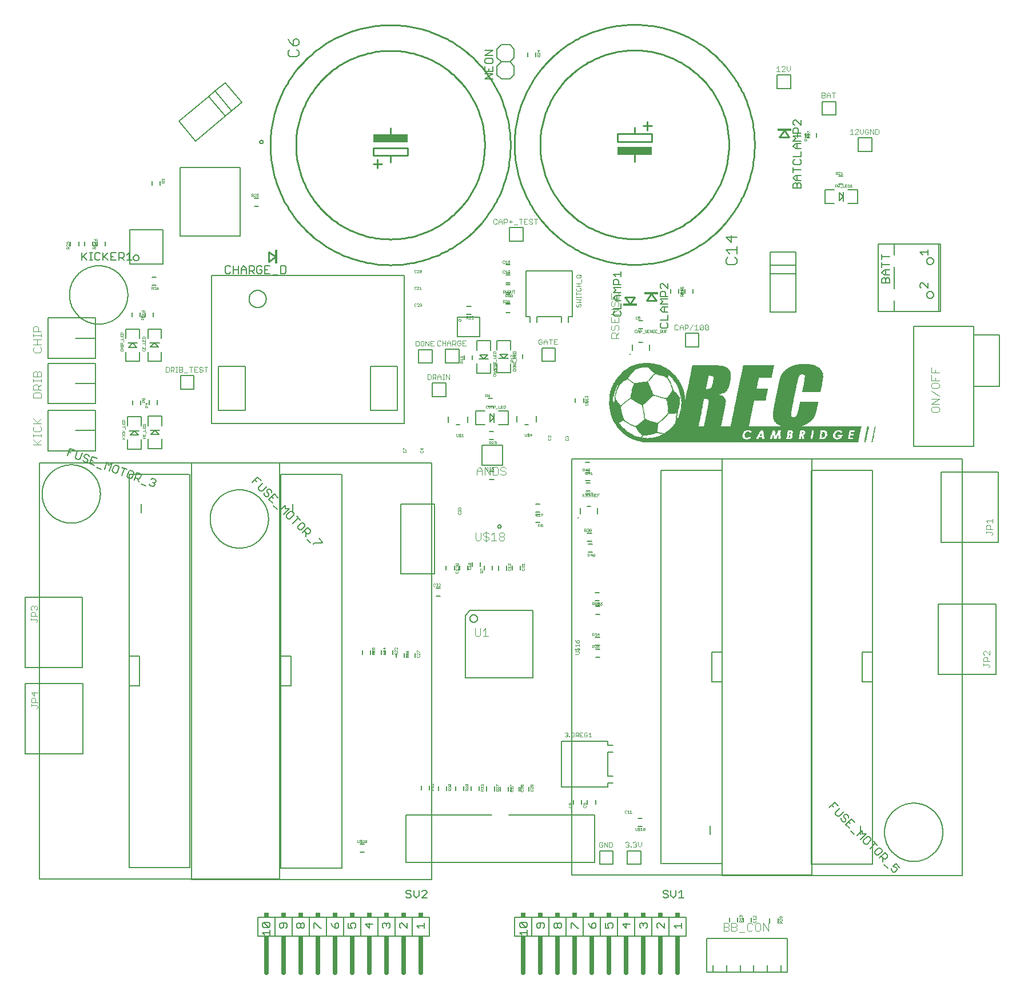
<source format=gto>
G75*
%MOIN*%
%OFA0B0*%
%FSLAX25Y25*%
%IPPOS*%
%LPD*%
%AMOC8*
5,1,8,0,0,1.08239X$1,22.5*
%
%ADD10R,1.25250X0.00150*%
%ADD11R,0.00900X0.00150*%
%ADD12R,0.00300X0.00150*%
%ADD13R,1.25850X0.00150*%
%ADD14R,1.26300X0.00150*%
%ADD15R,1.27050X0.00150*%
%ADD16R,0.00450X0.00150*%
%ADD17R,1.27950X0.00150*%
%ADD18R,1.28700X0.00150*%
%ADD19R,1.29300X0.00150*%
%ADD20R,1.29900X0.00150*%
%ADD21R,1.30350X0.00150*%
%ADD22R,0.01050X0.00150*%
%ADD23R,1.30800X0.00150*%
%ADD24R,0.65250X0.00150*%
%ADD25R,0.51600X0.00150*%
%ADD26R,0.11850X0.00150*%
%ADD27R,0.65100X0.00150*%
%ADD28R,0.04200X0.00150*%
%ADD29R,0.02550X0.00150*%
%ADD30R,0.03000X0.00150*%
%ADD31R,0.01350X0.00150*%
%ADD32R,0.03600X0.00150*%
%ADD33R,0.05100X0.00150*%
%ADD34R,0.03450X0.00150*%
%ADD35R,0.03900X0.00150*%
%ADD36R,0.07200X0.00150*%
%ADD37R,0.03150X0.00150*%
%ADD38R,0.02400X0.00150*%
%ADD39R,0.01200X0.00150*%
%ADD40R,0.04500X0.00150*%
%ADD41R,0.03750X0.00150*%
%ADD42R,0.06150X0.00150*%
%ADD43R,0.04800X0.00150*%
%ADD44R,0.03300X0.00150*%
%ADD45R,0.65400X0.00150*%
%ADD46R,0.02250X0.00150*%
%ADD47R,0.00750X0.00150*%
%ADD48R,0.05700X0.00150*%
%ADD49R,0.65550X0.00150*%
%ADD50R,0.05250X0.00150*%
%ADD51R,0.04350X0.00150*%
%ADD52R,0.09450X0.00150*%
%ADD53R,0.55350X0.00150*%
%ADD54R,0.02100X0.00150*%
%ADD55R,0.04050X0.00150*%
%ADD56R,0.00600X0.00150*%
%ADD57R,0.04950X0.00150*%
%ADD58R,0.06900X0.00150*%
%ADD59R,0.53700X0.00150*%
%ADD60R,0.04650X0.00150*%
%ADD61R,0.52200X0.00150*%
%ADD62R,0.01800X0.00150*%
%ADD63R,0.06450X0.00150*%
%ADD64R,0.51450X0.00150*%
%ADD65R,0.05850X0.00150*%
%ADD66R,0.50700X0.00150*%
%ADD67R,0.01950X0.00150*%
%ADD68R,0.05400X0.00150*%
%ADD69R,0.50250X0.00150*%
%ADD70R,0.01500X0.00150*%
%ADD71R,0.49650X0.00150*%
%ADD72R,0.00150X0.00150*%
%ADD73R,0.49050X0.00150*%
%ADD74R,0.07500X0.00150*%
%ADD75R,0.48750X0.00150*%
%ADD76R,0.01650X0.00150*%
%ADD77R,0.48300X0.00150*%
%ADD78R,0.07650X0.00150*%
%ADD79R,0.47850X0.00150*%
%ADD80R,0.47700X0.00150*%
%ADD81R,0.07800X0.00150*%
%ADD82R,0.47400X0.00150*%
%ADD83R,0.47100X0.00150*%
%ADD84R,0.07950X0.00150*%
%ADD85R,0.46800X0.00150*%
%ADD86R,0.06300X0.00150*%
%ADD87R,0.46500X0.00150*%
%ADD88R,0.46350X0.00150*%
%ADD89R,0.08100X0.00150*%
%ADD90R,0.47550X0.00150*%
%ADD91R,0.08850X0.00150*%
%ADD92R,0.02850X0.00150*%
%ADD93R,0.45750X0.00150*%
%ADD94R,0.45450X0.00150*%
%ADD95R,0.02700X0.00150*%
%ADD96R,0.12450X0.00150*%
%ADD97R,0.11550X0.00150*%
%ADD98R,0.45150X0.00150*%
%ADD99R,0.10650X0.00150*%
%ADD100R,0.10500X0.00150*%
%ADD101R,0.45000X0.00150*%
%ADD102R,0.10800X0.00150*%
%ADD103R,0.10950X0.00150*%
%ADD104R,0.11100X0.00150*%
%ADD105R,0.44850X0.00150*%
%ADD106R,0.05550X0.00150*%
%ADD107R,0.11400X0.00150*%
%ADD108R,0.06000X0.00150*%
%ADD109R,0.06750X0.00150*%
%ADD110R,0.45300X0.00150*%
%ADD111R,0.51000X0.00150*%
%ADD112R,0.11700X0.00150*%
%ADD113R,1.11600X0.00150*%
%ADD114R,1.11450X0.00150*%
%ADD115R,1.11300X0.00150*%
%ADD116R,0.12000X0.00150*%
%ADD117R,1.11150X0.00150*%
%ADD118R,0.12150X0.00150*%
%ADD119R,0.12300X0.00150*%
%ADD120R,1.11000X0.00150*%
%ADD121R,1.10850X0.00150*%
%ADD122R,1.10700X0.00150*%
%ADD123R,1.10550X0.00150*%
%ADD124R,0.12600X0.00150*%
%ADD125R,1.10400X0.00150*%
%ADD126R,0.12900X0.00150*%
%ADD127R,1.10250X0.00150*%
%ADD128R,1.10100X0.00150*%
%ADD129R,0.13200X0.00150*%
%ADD130R,1.09950X0.00150*%
%ADD131R,0.13800X0.00150*%
%ADD132R,0.14250X0.00150*%
%ADD133R,0.14850X0.00150*%
%ADD134R,0.10050X0.00150*%
%ADD135R,0.14700X0.00150*%
%ADD136R,0.12750X0.00150*%
%ADD137R,0.13350X0.00150*%
%ADD138R,0.09900X0.00150*%
%ADD139R,0.14100X0.00150*%
%ADD140R,0.14550X0.00150*%
%ADD141R,0.14400X0.00150*%
%ADD142R,0.15450X0.00150*%
%ADD143R,0.16050X0.00150*%
%ADD144R,0.16500X0.00150*%
%ADD145R,0.11250X0.00150*%
%ADD146R,0.16950X0.00150*%
%ADD147R,0.17400X0.00150*%
%ADD148R,0.18000X0.00150*%
%ADD149R,0.13950X0.00150*%
%ADD150R,0.18450X0.00150*%
%ADD151R,0.18750X0.00150*%
%ADD152R,0.09150X0.00150*%
%ADD153R,0.19200X0.00150*%
%ADD154R,0.08550X0.00150*%
%ADD155R,0.19500X0.00150*%
%ADD156R,0.19950X0.00150*%
%ADD157R,0.07050X0.00150*%
%ADD158R,0.20250X0.00150*%
%ADD159R,0.20400X0.00150*%
%ADD160R,0.20700X0.00150*%
%ADD161R,0.21150X0.00150*%
%ADD162R,0.21300X0.00150*%
%ADD163R,0.21600X0.00150*%
%ADD164R,0.21750X0.00150*%
%ADD165R,0.06600X0.00150*%
%ADD166R,0.22050X0.00150*%
%ADD167R,0.22200X0.00150*%
%ADD168R,0.22500X0.00150*%
%ADD169R,0.22650X0.00150*%
%ADD170R,0.22800X0.00150*%
%ADD171R,0.22950X0.00150*%
%ADD172R,0.23100X0.00150*%
%ADD173R,0.23250X0.00150*%
%ADD174R,0.23550X0.00150*%
%ADD175R,0.23700X0.00150*%
%ADD176R,0.10350X0.00150*%
%ADD177R,0.07350X0.00150*%
%ADD178R,0.13050X0.00150*%
%ADD179R,0.09600X0.00150*%
%ADD180R,0.10200X0.00150*%
%ADD181R,0.17550X0.00150*%
%ADD182R,0.22350X0.00150*%
%ADD183R,0.21900X0.00150*%
%ADD184R,0.21450X0.00150*%
%ADD185R,0.20850X0.00150*%
%ADD186R,0.20100X0.00150*%
%ADD187R,0.19650X0.00150*%
%ADD188R,0.13650X0.00150*%
%ADD189R,0.19050X0.00150*%
%ADD190R,0.20550X0.00150*%
%ADD191R,0.21000X0.00150*%
%ADD192R,0.23400X0.00150*%
%ADD193R,0.09750X0.00150*%
%ADD194R,0.09000X0.00150*%
%ADD195R,0.08700X0.00150*%
%ADD196R,0.18150X0.00150*%
%ADD197R,0.18300X0.00150*%
%ADD198R,0.08400X0.00150*%
%ADD199R,0.09300X0.00150*%
%ADD200R,0.23850X0.00150*%
%ADD201R,0.19800X0.00150*%
%ADD202R,0.17850X0.00150*%
%ADD203R,0.15900X0.00150*%
%ADD204R,0.15300X0.00150*%
%ADD205R,0.18600X0.00150*%
%ADD206R,0.17700X0.00150*%
%ADD207R,0.17250X0.00150*%
%ADD208R,0.16350X0.00150*%
%ADD209R,0.15600X0.00150*%
%ADD210R,0.08250X0.00150*%
%ADD211C,0.00500*%
%ADD212C,0.00300*%
%ADD213C,0.00400*%
%ADD214C,0.01000*%
%ADD215R,0.08268X0.01181*%
%ADD216C,0.00600*%
%ADD217C,0.00100*%
%ADD218C,0.00700*%
%ADD219R,0.20000X0.05000*%
%ADD220C,0.00800*%
%ADD221C,0.01000*%
%ADD222R,0.01181X0.08268*%
%ADD223C,0.00197*%
%ADD224C,0.00200*%
%ADD225C,0.02600*%
%ADD226R,0.02600X0.03000*%
%ADD227R,0.02600X0.02600*%
D10*
X0898433Y0326800D03*
D11*
X0904508Y0330700D03*
X0911558Y0329350D03*
X0911558Y0329200D03*
X0911558Y0329050D03*
X0914108Y0329050D03*
X0914108Y0329200D03*
X0913358Y0331900D03*
X0913358Y0332050D03*
X0921158Y0329800D03*
X0921308Y0329950D03*
X0921308Y0330100D03*
X0921308Y0330250D03*
X0921308Y0330400D03*
X0928058Y0328600D03*
X0928658Y0332050D03*
X0965108Y0327250D03*
X0965108Y0327100D03*
X0965108Y0326950D03*
X0965108Y0326800D03*
X0965258Y0327400D03*
X0965258Y0327550D03*
X0965258Y0327700D03*
X0965258Y0327850D03*
X0965408Y0328300D03*
X0965408Y0328450D03*
X0965408Y0328600D03*
X0965558Y0329050D03*
X0965558Y0329200D03*
X0965558Y0329350D03*
X0965708Y0329650D03*
X0965708Y0329800D03*
X0965708Y0329950D03*
X0965708Y0330100D03*
X0965858Y0330400D03*
X0965858Y0330550D03*
X0965858Y0330700D03*
X0965858Y0330850D03*
X0966008Y0331150D03*
X0966008Y0331300D03*
X0966008Y0331450D03*
X0966008Y0331600D03*
X0966158Y0331900D03*
X0966158Y0332050D03*
X0966158Y0332200D03*
X0966158Y0332350D03*
X0966308Y0332650D03*
X0966308Y0332800D03*
X0966308Y0332950D03*
X0966458Y0333400D03*
X0966458Y0333550D03*
X0966458Y0333700D03*
X0966458Y0333850D03*
X0966608Y0334150D03*
X0966608Y0334300D03*
X0966608Y0334450D03*
X0966758Y0334900D03*
X0966758Y0335050D03*
X0966758Y0335200D03*
X0966908Y0335650D03*
X0966908Y0335800D03*
X0966908Y0335950D03*
X0853208Y0356950D03*
X0835358Y0348400D03*
X0823208Y0348250D03*
X0819608Y0351400D03*
X0821708Y0360100D03*
X0827408Y0363250D03*
X0827558Y0363100D03*
X0829958Y0361300D03*
D12*
X0838658Y0362200D03*
X0838808Y0362350D03*
X0838958Y0362500D03*
X0839558Y0363250D03*
X0839708Y0363400D03*
X0840458Y0364300D03*
X0821408Y0359350D03*
X0821258Y0359050D03*
X0821108Y0358750D03*
X0820958Y0358450D03*
X0820508Y0357400D03*
X0820358Y0357100D03*
X0820358Y0356950D03*
X0820358Y0356800D03*
X0820208Y0356500D03*
X0820208Y0356350D03*
X0820058Y0356050D03*
X0820058Y0355900D03*
X0820058Y0355750D03*
X0819908Y0355450D03*
X0819908Y0355300D03*
X0819758Y0354850D03*
X0819758Y0354700D03*
X0819758Y0354550D03*
X0819758Y0354400D03*
X0819608Y0354100D03*
X0819608Y0353950D03*
X0819608Y0353800D03*
X0819608Y0353650D03*
X0819608Y0353500D03*
X0819608Y0353350D03*
X0819608Y0353200D03*
X0819608Y0353050D03*
X0819608Y0352900D03*
X0835658Y0347050D03*
X0835658Y0346900D03*
X0835808Y0346600D03*
X0835808Y0346450D03*
X0835808Y0346300D03*
X0835958Y0346000D03*
X0835958Y0345850D03*
X0835958Y0345700D03*
X0835958Y0345550D03*
X0835958Y0345400D03*
X0836108Y0344950D03*
X0836108Y0344800D03*
X0836108Y0344650D03*
X0836258Y0344050D03*
X0836258Y0343900D03*
X0836258Y0343750D03*
X0836258Y0343600D03*
X0836408Y0343000D03*
X0836408Y0342850D03*
X0836408Y0342700D03*
X0836558Y0341950D03*
X0836558Y0341800D03*
X0836558Y0341650D03*
X0836558Y0341500D03*
X0836708Y0341050D03*
X0836708Y0340900D03*
X0836708Y0340750D03*
X0845708Y0338800D03*
X0855158Y0340900D03*
X0855158Y0341050D03*
X0852458Y0359200D03*
X0852308Y0359500D03*
X0852308Y0359650D03*
X0852158Y0359950D03*
X0852158Y0360100D03*
X0852158Y0360250D03*
X0852008Y0360400D03*
X0852008Y0360550D03*
X0852008Y0360700D03*
X0851858Y0360850D03*
X0873458Y0357700D03*
X0911708Y0330700D03*
X0911708Y0330550D03*
X0911708Y0330400D03*
X0913208Y0331000D03*
X0914408Y0330400D03*
X0914408Y0330250D03*
X0921458Y0332500D03*
X0928058Y0329800D03*
X0928058Y0329650D03*
X0969308Y0327100D03*
X0969308Y0326950D03*
X0969308Y0326800D03*
X0969458Y0327700D03*
X0969458Y0327850D03*
X0969608Y0328450D03*
X0969608Y0328600D03*
X0969758Y0329200D03*
X0969758Y0329350D03*
X0969908Y0329800D03*
X0969908Y0329950D03*
X0969908Y0330100D03*
X0970058Y0330550D03*
X0970058Y0330700D03*
X0970058Y0330850D03*
X0970208Y0331300D03*
X0970208Y0331450D03*
X0970208Y0331600D03*
X0970358Y0332050D03*
X0970358Y0332200D03*
X0970358Y0332350D03*
X0970508Y0332800D03*
X0970508Y0332950D03*
X0970658Y0333550D03*
X0970658Y0333700D03*
X0970658Y0333850D03*
X0970808Y0334300D03*
X0970808Y0334450D03*
X0970958Y0335050D03*
X0970958Y0335200D03*
X0971108Y0335650D03*
X0971108Y0335800D03*
X0971108Y0335950D03*
X0835358Y0330400D03*
X0835208Y0330100D03*
D13*
X0898133Y0326950D03*
D14*
X0898058Y0327100D03*
D15*
X0897683Y0327250D03*
D16*
X0904583Y0331300D03*
X0911633Y0330250D03*
X0911633Y0330100D03*
X0911633Y0329950D03*
X0913133Y0331150D03*
X0914333Y0329950D03*
X0920933Y0329500D03*
X0921383Y0331900D03*
X0927983Y0329500D03*
X0928433Y0331750D03*
X0949133Y0329350D03*
X0969383Y0327550D03*
X0969383Y0327400D03*
X0969383Y0327250D03*
X0969533Y0328000D03*
X0969533Y0328150D03*
X0969533Y0328300D03*
X0969683Y0328750D03*
X0969683Y0328900D03*
X0969683Y0329050D03*
X0969833Y0329500D03*
X0969833Y0329650D03*
X0969983Y0330250D03*
X0969983Y0330400D03*
X0970133Y0331000D03*
X0970133Y0331150D03*
X0970283Y0331750D03*
X0970283Y0331900D03*
X0970433Y0332500D03*
X0970433Y0332650D03*
X0970583Y0333100D03*
X0970583Y0333250D03*
X0970583Y0333400D03*
X0970733Y0334000D03*
X0970733Y0334150D03*
X0970883Y0334600D03*
X0970883Y0334750D03*
X0970883Y0334900D03*
X0971033Y0335350D03*
X0971033Y0335500D03*
X0855383Y0342100D03*
X0855383Y0342250D03*
X0855383Y0342400D03*
X0855233Y0341650D03*
X0855233Y0341500D03*
X0855233Y0341350D03*
X0855233Y0341200D03*
X0855233Y0340750D03*
X0850433Y0343450D03*
X0850283Y0343300D03*
X0850133Y0343150D03*
X0849683Y0342550D03*
X0846983Y0339850D03*
X0846833Y0339700D03*
X0846683Y0339550D03*
X0846383Y0339400D03*
X0846233Y0339250D03*
X0846083Y0339100D03*
X0845933Y0338950D03*
X0845483Y0338650D03*
X0836783Y0340600D03*
X0836633Y0341200D03*
X0836633Y0341350D03*
X0836483Y0342100D03*
X0836483Y0342250D03*
X0836483Y0342400D03*
X0836483Y0342550D03*
X0836333Y0343150D03*
X0836333Y0343300D03*
X0836333Y0343450D03*
X0836183Y0344200D03*
X0836183Y0344350D03*
X0836183Y0344500D03*
X0836033Y0345100D03*
X0836033Y0345250D03*
X0835883Y0346150D03*
X0835733Y0346750D03*
X0835583Y0347200D03*
X0835583Y0347350D03*
X0835583Y0347500D03*
X0835433Y0347800D03*
X0835433Y0347950D03*
X0825683Y0350350D03*
X0825083Y0349900D03*
X0819533Y0351850D03*
X0819533Y0352000D03*
X0819533Y0352150D03*
X0819533Y0352300D03*
X0819533Y0352450D03*
X0819533Y0352600D03*
X0819533Y0352750D03*
X0819683Y0354250D03*
X0819833Y0355000D03*
X0819833Y0355150D03*
X0819983Y0355600D03*
X0820133Y0356200D03*
X0820283Y0356650D03*
X0820433Y0357250D03*
X0820583Y0357550D03*
X0820583Y0357700D03*
X0820733Y0357850D03*
X0820733Y0358000D03*
X0820883Y0358150D03*
X0820883Y0358300D03*
X0821033Y0358600D03*
X0821183Y0358900D03*
X0821333Y0359200D03*
X0821483Y0359500D03*
X0839033Y0362650D03*
X0839183Y0362800D03*
X0839333Y0362950D03*
X0839483Y0363100D03*
X0839783Y0363550D03*
X0839933Y0363700D03*
X0840083Y0363850D03*
X0840233Y0364000D03*
X0840383Y0364150D03*
X0840533Y0364450D03*
X0840683Y0364600D03*
X0840833Y0364750D03*
X0840983Y0364900D03*
X0841133Y0365050D03*
X0841433Y0365500D03*
X0841583Y0365650D03*
X0841733Y0365800D03*
X0841883Y0365950D03*
X0842033Y0366100D03*
X0842183Y0366400D03*
X0850133Y0364000D03*
X0850283Y0363850D03*
X0850283Y0363700D03*
X0850433Y0363550D03*
X0850583Y0363400D03*
X0850583Y0363250D03*
X0850733Y0363100D03*
X0850733Y0362950D03*
X0850883Y0362800D03*
X0850883Y0362650D03*
X0851033Y0362500D03*
X0851183Y0362200D03*
X0851333Y0362050D03*
X0851333Y0361900D03*
X0851483Y0361750D03*
X0851483Y0361600D03*
X0851633Y0361450D03*
X0851633Y0361300D03*
X0851783Y0361150D03*
X0851783Y0361000D03*
X0852233Y0359800D03*
X0852383Y0359350D03*
X0852533Y0359050D03*
X0852533Y0358900D03*
X0852533Y0358750D03*
X0852683Y0358600D03*
X0852683Y0358450D03*
X0852683Y0358300D03*
X0852833Y0358150D03*
X0852833Y0358000D03*
X0826133Y0338350D03*
X0825833Y0338500D03*
X0825683Y0338650D03*
X0825083Y0339100D03*
X0835433Y0330550D03*
X0835283Y0330250D03*
X0835133Y0329950D03*
X0834983Y0329800D03*
D17*
X0897233Y0327400D03*
D18*
X0896858Y0327550D03*
D19*
X0896558Y0327700D03*
D20*
X0896408Y0327850D03*
D21*
X0896183Y0328000D03*
D22*
X0896783Y0332650D03*
X0904433Y0330550D03*
X0914033Y0328900D03*
X0914033Y0328750D03*
X0928133Y0328450D03*
X0940733Y0332500D03*
X0949583Y0332650D03*
X0965483Y0328900D03*
X0965483Y0328750D03*
X0965333Y0328150D03*
X0965333Y0328000D03*
X0965633Y0329500D03*
X0965783Y0330250D03*
X0965933Y0331000D03*
X0966083Y0331750D03*
X0966233Y0332500D03*
X0966383Y0333100D03*
X0966383Y0333250D03*
X0966533Y0334000D03*
X0966683Y0334600D03*
X0966683Y0334750D03*
X0966833Y0335350D03*
X0966833Y0335500D03*
X0853133Y0356800D03*
X0849533Y0364600D03*
X0837083Y0340150D03*
X0829433Y0336550D03*
X0829133Y0336700D03*
X0828833Y0336850D03*
X0819683Y0351100D03*
X0819683Y0351250D03*
D23*
X0895958Y0328150D03*
D24*
X0862883Y0328300D03*
D25*
X0922508Y0328300D03*
D26*
X0922283Y0336100D03*
X0955433Y0328300D03*
X0956633Y0333700D03*
X0838583Y0336850D03*
X0838133Y0334150D03*
X0838133Y0334000D03*
X0834383Y0352750D03*
X0834983Y0356350D03*
X0834983Y0356500D03*
X0834983Y0356650D03*
D27*
X0862058Y0328600D03*
X0862358Y0328450D03*
D28*
X0852458Y0343600D03*
X0853508Y0354700D03*
X0820508Y0360550D03*
X0820358Y0360400D03*
X0826658Y0331600D03*
X0899408Y0328450D03*
X0900158Y0329950D03*
X0908258Y0330550D03*
X0908258Y0330700D03*
X0908258Y0330850D03*
X0918008Y0332800D03*
X0918008Y0332950D03*
X0918008Y0333100D03*
X0918008Y0333250D03*
X0918008Y0333400D03*
X0918008Y0333550D03*
X0925058Y0333100D03*
X0925058Y0332950D03*
X0925058Y0332800D03*
X0924908Y0331750D03*
X0924908Y0331600D03*
X0924758Y0331450D03*
X0924758Y0331150D03*
X0924458Y0328900D03*
X0924308Y0328750D03*
X0931508Y0329950D03*
X0931508Y0330100D03*
X0931508Y0330250D03*
X0931658Y0331000D03*
X0932108Y0333400D03*
X0945008Y0332500D03*
X0944558Y0329500D03*
X0953108Y0329050D03*
X0953708Y0332350D03*
X0953858Y0333100D03*
D29*
X0949583Y0332050D03*
X0904133Y0328450D03*
X0896333Y0329950D03*
X0858833Y0352900D03*
X0858083Y0356800D03*
X0857933Y0357250D03*
X0857783Y0357550D03*
X0857633Y0358000D03*
X0857483Y0358150D03*
X0857483Y0358300D03*
X0857483Y0358450D03*
X0857333Y0358750D03*
X0820583Y0337750D03*
X0817583Y0354850D03*
X0817733Y0355600D03*
X0817733Y0355750D03*
X0817883Y0356050D03*
X0817883Y0356200D03*
X0817883Y0356350D03*
X0818033Y0356500D03*
X0818033Y0356650D03*
X0818033Y0356800D03*
X0818183Y0356950D03*
X0818183Y0357100D03*
X0818333Y0357250D03*
X0818333Y0357400D03*
X0818333Y0357550D03*
X0818483Y0357700D03*
X0818483Y0357850D03*
X0818633Y0358150D03*
X0818633Y0358300D03*
X0818783Y0358450D03*
X0818783Y0358600D03*
D30*
X0819458Y0359950D03*
X0820508Y0338200D03*
X0822158Y0335650D03*
X0822308Y0335500D03*
X0822608Y0335200D03*
X0822608Y0335050D03*
X0845558Y0332050D03*
X0853358Y0355600D03*
X0855758Y0361750D03*
X0855608Y0362050D03*
X0855458Y0362350D03*
X0855308Y0362500D03*
X0855158Y0362800D03*
X0855008Y0362950D03*
X0854858Y0363250D03*
X0854558Y0363550D03*
X0854258Y0364000D03*
X0854108Y0364150D03*
X0853958Y0364300D03*
X0908108Y0328750D03*
X0908108Y0328600D03*
X0908108Y0328450D03*
D31*
X0911483Y0328450D03*
X0914033Y0328450D03*
X0913433Y0332500D03*
X0913433Y0332650D03*
X0896183Y0329500D03*
X0940883Y0332200D03*
X0940883Y0332350D03*
X0948383Y0330550D03*
X0948383Y0330400D03*
X0949133Y0329500D03*
X0846683Y0352750D03*
X0845633Y0353050D03*
X0844583Y0353350D03*
X0843533Y0353650D03*
X0842483Y0353950D03*
X0835283Y0348550D03*
X0837083Y0340000D03*
X0819683Y0350950D03*
D32*
X0835058Y0349300D03*
X0852608Y0365650D03*
X0825608Y0332350D03*
X0825158Y0332650D03*
X0825008Y0332800D03*
X0899858Y0328900D03*
X0900008Y0329050D03*
X0908258Y0329650D03*
X0917558Y0328450D03*
X0917708Y0329350D03*
X0917708Y0329500D03*
X0917708Y0329650D03*
X0917708Y0329800D03*
X0917708Y0329950D03*
X0917708Y0330100D03*
X0924758Y0329650D03*
X0924908Y0330250D03*
X0931658Y0328900D03*
X0932108Y0331900D03*
X0932108Y0332050D03*
X0932108Y0332200D03*
X0932108Y0332350D03*
X0944708Y0330550D03*
X0944708Y0330400D03*
X0944708Y0330250D03*
X0944858Y0331450D03*
X0944858Y0331600D03*
X0944858Y0331750D03*
X0953558Y0329950D03*
X0953708Y0330250D03*
X0953708Y0330400D03*
X0953708Y0330550D03*
X0953858Y0331000D03*
D33*
X0952658Y0328450D03*
X0959108Y0329500D03*
X0959108Y0329650D03*
X0959108Y0329800D03*
X0959258Y0330100D03*
X0959258Y0330250D03*
X0959258Y0330400D03*
X0959258Y0330550D03*
X0959558Y0331750D03*
X0959558Y0331900D03*
X0959558Y0332050D03*
X0959558Y0332200D03*
X0945158Y0333100D03*
X0924008Y0328450D03*
X0908408Y0332350D03*
X0908408Y0332500D03*
X0908408Y0332650D03*
X0900908Y0332050D03*
X0820958Y0339100D03*
X0822008Y0362350D03*
D34*
X0836933Y0361750D03*
X0852833Y0365500D03*
X0852983Y0365350D03*
X0853433Y0355300D03*
X0824183Y0333550D03*
X0824333Y0333400D03*
X0824483Y0333250D03*
X0824633Y0333100D03*
X0824783Y0332950D03*
X0820583Y0338350D03*
X0900233Y0329500D03*
X0900233Y0329350D03*
X0908183Y0329350D03*
X0908183Y0329500D03*
X0908183Y0329200D03*
X0917633Y0329200D03*
X0917633Y0329050D03*
X0917633Y0328900D03*
X0917633Y0328750D03*
X0917633Y0328600D03*
X0931583Y0328600D03*
X0931583Y0328750D03*
X0931583Y0328450D03*
X0944783Y0330700D03*
X0944783Y0330850D03*
X0944783Y0331000D03*
X0944783Y0331150D03*
X0944783Y0331300D03*
X0953783Y0330850D03*
X0953783Y0330700D03*
X0960383Y0331600D03*
X0960533Y0332650D03*
X0960683Y0332950D03*
X0960683Y0333100D03*
X0960683Y0333250D03*
D35*
X0954008Y0332800D03*
X0953858Y0332650D03*
X0953408Y0329500D03*
X0945008Y0332200D03*
X0945008Y0332350D03*
X0936908Y0331150D03*
X0936758Y0330250D03*
X0936758Y0330100D03*
X0936608Y0329350D03*
X0936458Y0328450D03*
X0931508Y0329500D03*
X0931508Y0329650D03*
X0931808Y0331150D03*
X0932108Y0333100D03*
X0925058Y0332350D03*
X0924908Y0330850D03*
X0924908Y0330700D03*
X0924608Y0329200D03*
X0917858Y0331150D03*
X0917858Y0331300D03*
X0917858Y0331450D03*
X0917858Y0331600D03*
X0917858Y0331750D03*
X0917858Y0331900D03*
X0908258Y0330400D03*
X0908258Y0330250D03*
X0908258Y0330100D03*
X0900158Y0329800D03*
X0899558Y0328600D03*
X0834908Y0349450D03*
X0826058Y0332050D03*
D36*
X0831458Y0329350D03*
X0819758Y0348100D03*
X0853358Y0349300D03*
X0853358Y0349450D03*
X0853508Y0349150D03*
X0944258Y0328450D03*
D37*
X0959783Y0328450D03*
X0959933Y0329050D03*
X0959933Y0329200D03*
X0908183Y0329050D03*
X0908183Y0328900D03*
X0853433Y0355450D03*
X0855233Y0362650D03*
X0854933Y0363100D03*
X0853883Y0364450D03*
X0853733Y0364600D03*
X0853583Y0364750D03*
X0853433Y0364900D03*
X0853283Y0365050D03*
X0835133Y0349150D03*
X0822833Y0334900D03*
X0822983Y0334750D03*
D38*
X0819908Y0349900D03*
X0817058Y0349900D03*
X0817058Y0350050D03*
X0817058Y0350200D03*
X0817058Y0350350D03*
X0817058Y0349750D03*
X0817058Y0349600D03*
X0817358Y0353350D03*
X0817358Y0353500D03*
X0817358Y0353650D03*
X0817508Y0354100D03*
X0817508Y0354250D03*
X0817508Y0354400D03*
X0817508Y0354550D03*
X0817508Y0354700D03*
X0817658Y0355000D03*
X0817658Y0355150D03*
X0817658Y0355300D03*
X0817658Y0355450D03*
X0817808Y0355900D03*
X0849158Y0365050D03*
X0853358Y0355900D03*
X0857708Y0357700D03*
X0857708Y0357850D03*
X0857858Y0357400D03*
X0858008Y0357100D03*
X0858008Y0356950D03*
X0858158Y0356650D03*
X0858158Y0356500D03*
X0858308Y0356350D03*
X0858308Y0356200D03*
X0858308Y0356050D03*
X0858308Y0355900D03*
X0858458Y0355750D03*
X0858458Y0355600D03*
X0858458Y0355450D03*
X0858458Y0355300D03*
X0858608Y0355150D03*
X0858608Y0355000D03*
X0858608Y0354850D03*
X0858608Y0354700D03*
X0858608Y0354550D03*
X0858758Y0354250D03*
X0858758Y0354100D03*
X0858758Y0353950D03*
X0858908Y0353350D03*
X0896708Y0332200D03*
X0904058Y0328600D03*
X0949208Y0329950D03*
X0949508Y0332200D03*
D39*
X0948458Y0330250D03*
X0948458Y0330100D03*
X0940358Y0329650D03*
X0913958Y0328600D03*
X0911558Y0328600D03*
X0911558Y0328750D03*
X0911558Y0328900D03*
X0913358Y0332200D03*
X0913358Y0332350D03*
X0853208Y0356650D03*
X0845108Y0353200D03*
X0844058Y0353500D03*
X0843008Y0353800D03*
X0829808Y0336400D03*
D40*
X0827108Y0331300D03*
X0827558Y0331000D03*
X0820808Y0338800D03*
X0834908Y0349600D03*
X0836558Y0361600D03*
X0821108Y0361300D03*
X0820958Y0361150D03*
X0820808Y0361000D03*
X0853508Y0354550D03*
X0908258Y0331300D03*
X0924158Y0328600D03*
X0925058Y0333250D03*
X0931958Y0333550D03*
X0931508Y0330700D03*
X0944558Y0329350D03*
X0952958Y0328750D03*
X0953558Y0332200D03*
X0953708Y0333400D03*
D41*
X0953633Y0330100D03*
X0953483Y0329800D03*
X0953483Y0329650D03*
X0944933Y0331900D03*
X0944933Y0332050D03*
X0944633Y0330100D03*
X0944633Y0329950D03*
X0936983Y0331300D03*
X0936983Y0331450D03*
X0936983Y0331600D03*
X0936983Y0331750D03*
X0936983Y0331900D03*
X0937133Y0332050D03*
X0937133Y0332200D03*
X0937133Y0332350D03*
X0937133Y0332500D03*
X0937133Y0332650D03*
X0937133Y0332800D03*
X0937283Y0332950D03*
X0937283Y0333100D03*
X0937283Y0333250D03*
X0937283Y0333400D03*
X0937283Y0333550D03*
X0936833Y0331000D03*
X0936833Y0330850D03*
X0936833Y0330700D03*
X0936833Y0330550D03*
X0936833Y0330400D03*
X0936683Y0329950D03*
X0936683Y0329800D03*
X0936683Y0329650D03*
X0936683Y0329500D03*
X0936533Y0329200D03*
X0936533Y0329050D03*
X0936533Y0328900D03*
X0936533Y0328750D03*
X0936533Y0328600D03*
X0931583Y0329050D03*
X0931583Y0329200D03*
X0931583Y0329350D03*
X0931883Y0331300D03*
X0931883Y0331450D03*
X0932033Y0331600D03*
X0932033Y0331750D03*
X0932183Y0332500D03*
X0932183Y0332650D03*
X0932183Y0332800D03*
X0932183Y0332950D03*
X0924833Y0330550D03*
X0924833Y0330400D03*
X0924833Y0330100D03*
X0924833Y0329950D03*
X0924833Y0329800D03*
X0924683Y0329500D03*
X0924683Y0329350D03*
X0917783Y0330250D03*
X0917783Y0330400D03*
X0917783Y0330550D03*
X0917783Y0330700D03*
X0917783Y0330850D03*
X0917783Y0331000D03*
X0908183Y0329950D03*
X0908183Y0329800D03*
X0900233Y0329650D03*
X0899783Y0328750D03*
X0853433Y0355000D03*
X0853433Y0355150D03*
X0848633Y0365500D03*
X0837533Y0339250D03*
X0825833Y0332200D03*
X0825383Y0332500D03*
X0820733Y0338500D03*
X0929783Y0372250D03*
D42*
X0944483Y0328600D03*
X0853283Y0345400D03*
X0853283Y0345550D03*
X0853283Y0345700D03*
X0853283Y0345850D03*
X0853283Y0346000D03*
X0853433Y0353500D03*
X0829733Y0369700D03*
X0825383Y0365950D03*
X0824933Y0365500D03*
X0823283Y0363400D03*
X0818933Y0348850D03*
X0819083Y0348700D03*
D43*
X0821558Y0361900D03*
X0821708Y0362050D03*
X0837308Y0331000D03*
X0901208Y0332350D03*
X0908408Y0331900D03*
X0945158Y0332950D03*
X0953558Y0333550D03*
X0952808Y0328600D03*
D44*
X0959858Y0328600D03*
X0959858Y0328750D03*
X0959858Y0328900D03*
X0960008Y0329350D03*
X0960158Y0330700D03*
X0960308Y0330850D03*
X0960308Y0331000D03*
X0960308Y0331150D03*
X0960308Y0331300D03*
X0960308Y0331450D03*
X0960608Y0332800D03*
X0960758Y0333400D03*
X0960758Y0333550D03*
X0900158Y0329200D03*
X0853208Y0365200D03*
X0848858Y0365350D03*
X0837458Y0339400D03*
X0836708Y0330850D03*
X0823958Y0333700D03*
X0823808Y0333850D03*
X0823658Y0334000D03*
X0823508Y0334150D03*
X0823358Y0334300D03*
X0823208Y0334450D03*
X0823058Y0334600D03*
D45*
X0861758Y0328750D03*
D46*
X0837233Y0339700D03*
X0835133Y0348850D03*
X0837533Y0361900D03*
X0853283Y0356050D03*
X0858683Y0354400D03*
X0858833Y0353800D03*
X0858833Y0353650D03*
X0858833Y0353500D03*
X0858983Y0353200D03*
X0858983Y0353050D03*
X0858983Y0352450D03*
X0859133Y0352300D03*
X0859133Y0352150D03*
X0859133Y0352000D03*
X0859133Y0351850D03*
X0859133Y0351700D03*
X0859133Y0351550D03*
X0819833Y0350050D03*
X0817133Y0350500D03*
X0817133Y0350650D03*
X0817133Y0350800D03*
X0817133Y0350950D03*
X0817133Y0351100D03*
X0817133Y0351250D03*
X0817133Y0351400D03*
X0817133Y0351550D03*
X0817283Y0351850D03*
X0817283Y0352000D03*
X0817283Y0352150D03*
X0817283Y0352300D03*
X0817283Y0352450D03*
X0817283Y0352600D03*
X0817283Y0352750D03*
X0817283Y0352900D03*
X0817283Y0353050D03*
X0817283Y0353200D03*
X0817433Y0353800D03*
X0817433Y0353950D03*
X0896333Y0329800D03*
X0904133Y0328900D03*
X0904133Y0328750D03*
X0949133Y0329800D03*
D47*
X0940133Y0329500D03*
X0928733Y0332200D03*
X0928733Y0332350D03*
X0928583Y0331900D03*
X0928133Y0328900D03*
X0928133Y0328750D03*
X0921083Y0329650D03*
X0921233Y0330550D03*
X0914183Y0329500D03*
X0914183Y0329350D03*
X0913283Y0331600D03*
X0913283Y0331750D03*
X0911633Y0329650D03*
X0911633Y0329500D03*
X0904433Y0330850D03*
X0855533Y0343300D03*
X0855533Y0343450D03*
X0855533Y0343600D03*
X0845033Y0338350D03*
X0844733Y0338200D03*
X0844583Y0338050D03*
X0836933Y0340300D03*
X0828533Y0337000D03*
X0828233Y0337150D03*
X0827933Y0337300D03*
X0827633Y0337450D03*
X0827333Y0337600D03*
X0827033Y0337750D03*
X0823433Y0348400D03*
X0823583Y0348550D03*
X0823733Y0348700D03*
X0823883Y0348850D03*
X0824033Y0349000D03*
X0826133Y0350650D03*
X0826583Y0350950D03*
X0826733Y0351100D03*
X0827183Y0351400D03*
X0827633Y0351700D03*
X0827933Y0351850D03*
X0828083Y0352000D03*
X0819533Y0351700D03*
X0819533Y0351550D03*
X0828083Y0362650D03*
X0827933Y0362800D03*
X0827783Y0362950D03*
X0827183Y0363400D03*
X0828383Y0362500D03*
X0828533Y0362350D03*
X0828683Y0362200D03*
X0829133Y0361900D03*
X0838283Y0362050D03*
X0849683Y0364450D03*
X0849833Y0364300D03*
X0849983Y0364150D03*
D48*
X0829058Y0369400D03*
X0827708Y0368500D03*
X0827558Y0368350D03*
X0826658Y0367450D03*
X0818708Y0349300D03*
X0837608Y0331150D03*
X0853208Y0344050D03*
X0853208Y0344200D03*
X0853208Y0344350D03*
X0853208Y0344500D03*
X0853208Y0344650D03*
X0901358Y0333400D03*
X0908408Y0333400D03*
X0908408Y0333550D03*
X0944408Y0328750D03*
D49*
X0861533Y0328900D03*
D50*
X0829433Y0329950D03*
X0829133Y0330100D03*
X0853433Y0354100D03*
X0901433Y0333100D03*
X0944483Y0328900D03*
X0959633Y0332350D03*
X0959633Y0332500D03*
D51*
X0953783Y0333250D03*
X0953033Y0328900D03*
X0945083Y0332650D03*
X0931583Y0330850D03*
X0931433Y0330550D03*
X0931433Y0330400D03*
X0924683Y0331300D03*
X0908333Y0331150D03*
X0908333Y0331000D03*
X0848483Y0365650D03*
X0820733Y0360850D03*
X0820583Y0360700D03*
X0837533Y0339100D03*
X0827333Y0331150D03*
X0826883Y0331450D03*
D52*
X0833183Y0329050D03*
X0838583Y0332050D03*
X0834833Y0359800D03*
X0834833Y0359950D03*
X0843383Y0370450D03*
X0929783Y0371800D03*
D53*
X0866483Y0329050D03*
D54*
X0896708Y0332350D03*
X0904208Y0329200D03*
X0904208Y0329050D03*
X0949658Y0332350D03*
X0817208Y0351700D03*
D55*
X0820283Y0360250D03*
X0853433Y0354850D03*
X0820733Y0338650D03*
X0826283Y0331900D03*
X0826433Y0331750D03*
X0917933Y0332050D03*
X0917933Y0332200D03*
X0917933Y0332350D03*
X0917933Y0332500D03*
X0917933Y0332650D03*
X0924983Y0332200D03*
X0924983Y0332050D03*
X0924983Y0331900D03*
X0925133Y0332500D03*
X0925133Y0332650D03*
X0924833Y0331000D03*
X0924533Y0329050D03*
X0931583Y0329800D03*
X0932183Y0333250D03*
X0944633Y0329800D03*
X0944633Y0329650D03*
X0953183Y0329200D03*
X0953333Y0329350D03*
X0953783Y0332500D03*
X0953933Y0332950D03*
D56*
X0928658Y0332500D03*
X0928058Y0329350D03*
X0928058Y0329200D03*
X0928058Y0329050D03*
X0921458Y0332050D03*
X0921458Y0332200D03*
X0921458Y0332350D03*
X0914408Y0330100D03*
X0914258Y0329800D03*
X0914258Y0329650D03*
X0913208Y0331300D03*
X0913208Y0331450D03*
X0911708Y0329800D03*
X0904508Y0331000D03*
X0904508Y0331150D03*
X0896258Y0329350D03*
X0855308Y0341800D03*
X0855308Y0341950D03*
X0855458Y0342550D03*
X0855458Y0342700D03*
X0855458Y0342850D03*
X0855458Y0343000D03*
X0855458Y0343150D03*
X0850058Y0343000D03*
X0849908Y0342850D03*
X0849758Y0342700D03*
X0849608Y0342400D03*
X0849458Y0342250D03*
X0849308Y0342100D03*
X0849158Y0341950D03*
X0849008Y0341800D03*
X0848858Y0341650D03*
X0848708Y0341500D03*
X0848558Y0341350D03*
X0848408Y0341200D03*
X0848258Y0341050D03*
X0848108Y0340900D03*
X0847958Y0340750D03*
X0847808Y0340600D03*
X0847658Y0340450D03*
X0847508Y0340300D03*
X0847358Y0340150D03*
X0847208Y0340000D03*
X0845258Y0338500D03*
X0836858Y0340450D03*
X0835508Y0347650D03*
X0835358Y0348100D03*
X0835358Y0348250D03*
X0827408Y0351550D03*
X0826958Y0351250D03*
X0826358Y0350800D03*
X0825908Y0350500D03*
X0825458Y0350200D03*
X0825308Y0350050D03*
X0825008Y0349750D03*
X0824708Y0349600D03*
X0824558Y0349450D03*
X0824408Y0349300D03*
X0824258Y0349150D03*
X0821558Y0359650D03*
X0821708Y0359800D03*
X0821708Y0359950D03*
X0828908Y0362050D03*
X0829358Y0361750D03*
X0829508Y0361600D03*
X0829658Y0361450D03*
X0841208Y0365200D03*
X0841358Y0365350D03*
X0842108Y0366250D03*
X0851108Y0362350D03*
X0852908Y0357850D03*
X0852908Y0357700D03*
X0853058Y0357550D03*
X0853058Y0357400D03*
X0853208Y0357250D03*
X0853208Y0357100D03*
X0826808Y0337900D03*
X0826658Y0338050D03*
X0826358Y0338200D03*
X0825458Y0338800D03*
X0825308Y0338950D03*
X0824858Y0339250D03*
X0824708Y0339400D03*
X0834758Y0329500D03*
X0834908Y0329650D03*
D57*
X0828833Y0330250D03*
X0828533Y0330400D03*
X0837683Y0338950D03*
X0834833Y0349750D03*
X0821933Y0362200D03*
X0837683Y0372700D03*
X0853433Y0354250D03*
X0900983Y0332200D03*
X0901433Y0332950D03*
X0908333Y0332200D03*
X0908333Y0332050D03*
X0924833Y0333550D03*
X0944483Y0329050D03*
X0959183Y0329950D03*
D58*
X0837908Y0331450D03*
X0831608Y0329200D03*
X0819608Y0347800D03*
X0823808Y0363700D03*
D59*
X0867158Y0329200D03*
D60*
X0901283Y0332500D03*
X0901433Y0332650D03*
X0901433Y0332800D03*
X0908333Y0331750D03*
X0908333Y0331600D03*
X0908333Y0331450D03*
X0924983Y0333400D03*
X0944483Y0329200D03*
X0945083Y0332800D03*
X0953483Y0332050D03*
X0853433Y0354400D03*
X0821483Y0361750D03*
X0821333Y0361600D03*
X0821183Y0361450D03*
X0820883Y0338950D03*
X0827783Y0330850D03*
X0827933Y0330700D03*
X0828233Y0330550D03*
D61*
X0867758Y0329350D03*
D62*
X0836108Y0330700D03*
X0837158Y0339850D03*
X0904208Y0329350D03*
X0913508Y0333100D03*
X0913508Y0333250D03*
X0940808Y0330700D03*
X0940808Y0330550D03*
X0940808Y0330400D03*
X0940958Y0330850D03*
X0940958Y0331000D03*
X0940958Y0331150D03*
X0940958Y0331300D03*
X0940958Y0331450D03*
X0940958Y0331600D03*
D63*
X0853433Y0346900D03*
X0830783Y0329500D03*
X0821483Y0339700D03*
X0821333Y0340000D03*
X0821183Y0340300D03*
X0821033Y0340450D03*
X0821033Y0340600D03*
X0821033Y0340750D03*
X0820883Y0340900D03*
X0820883Y0341050D03*
X0820883Y0341200D03*
X0820733Y0341350D03*
X0820733Y0341500D03*
X0820733Y0341650D03*
X0820583Y0341800D03*
X0820583Y0341950D03*
X0820583Y0342100D03*
X0820433Y0342400D03*
X0820433Y0342550D03*
X0820283Y0342850D03*
X0820283Y0343000D03*
X0820133Y0343300D03*
X0820133Y0343450D03*
X0820133Y0343600D03*
X0819983Y0344050D03*
X0819983Y0344200D03*
X0819683Y0345700D03*
X0819683Y0345850D03*
X0819383Y0348250D03*
X0819233Y0348400D03*
X0823733Y0363850D03*
X0823883Y0364150D03*
X0824333Y0364750D03*
X0830033Y0369850D03*
D64*
X0868133Y0329500D03*
D65*
X0853283Y0344800D03*
X0853283Y0344950D03*
X0853283Y0345100D03*
X0853283Y0345250D03*
X0853433Y0353650D03*
X0834683Y0350050D03*
X0818783Y0349150D03*
X0822683Y0362950D03*
X0825833Y0366550D03*
X0825983Y0366700D03*
X0826133Y0366850D03*
X0826283Y0367000D03*
X0826433Y0367150D03*
X0826583Y0367300D03*
X0826883Y0367600D03*
X0826883Y0367750D03*
X0827183Y0368050D03*
X0827333Y0368200D03*
X0830333Y0329650D03*
D66*
X0868358Y0329650D03*
D67*
X0896333Y0329650D03*
X0913583Y0333400D03*
X0913583Y0333550D03*
X0949133Y0329650D03*
X0853283Y0356200D03*
X0849383Y0364900D03*
X0835283Y0348700D03*
X0819833Y0350200D03*
X0819833Y0350350D03*
D68*
X0821108Y0339250D03*
X0829808Y0329800D03*
X0834758Y0349900D03*
X0836108Y0361450D03*
X0828308Y0368950D03*
X0822308Y0362650D03*
X0822158Y0362500D03*
X0853508Y0353950D03*
X0853208Y0343900D03*
X0853208Y0343750D03*
X0901358Y0333250D03*
X0908408Y0333100D03*
X0908408Y0332950D03*
X0908408Y0332800D03*
X0945158Y0333250D03*
D69*
X0868583Y0329800D03*
D70*
X0847808Y0352450D03*
X0847208Y0352600D03*
X0846158Y0352900D03*
X0853208Y0356500D03*
X0849458Y0364750D03*
X0819758Y0350800D03*
X0819758Y0350650D03*
X0913508Y0332950D03*
X0913508Y0332800D03*
X0940508Y0329800D03*
X0940658Y0329950D03*
X0940658Y0330100D03*
X0940958Y0332050D03*
X0948458Y0331000D03*
X0948458Y0330850D03*
X0948458Y0330700D03*
D71*
X0868883Y0329950D03*
D72*
X0904583Y0331450D03*
X0904583Y0331600D03*
X0911783Y0330850D03*
X0913133Y0330850D03*
X0913133Y0330700D03*
X0914483Y0330700D03*
X0914483Y0330550D03*
X0921233Y0331750D03*
X0927983Y0330100D03*
X0927983Y0329950D03*
D73*
X0869183Y0330100D03*
D74*
X0853358Y0350050D03*
X0853358Y0350200D03*
X0853358Y0350350D03*
X0853358Y0350500D03*
X0853358Y0350650D03*
X0838058Y0331600D03*
X0831008Y0370150D03*
X0898658Y0330250D03*
X0898658Y0330100D03*
D75*
X0869333Y0330250D03*
D76*
X0896783Y0332500D03*
X0940733Y0330250D03*
X0941033Y0331750D03*
X0941033Y0331900D03*
X0949583Y0332500D03*
X0853283Y0356350D03*
X0848333Y0352300D03*
X0819833Y0350500D03*
D77*
X0869558Y0330400D03*
D78*
X0853283Y0350800D03*
X0853283Y0350950D03*
X0853283Y0351100D03*
X0898733Y0330550D03*
X0898733Y0330400D03*
X0951833Y0331750D03*
X0951983Y0331900D03*
D79*
X0869633Y0330550D03*
D80*
X0869858Y0330700D03*
D81*
X0853208Y0351250D03*
X0853208Y0351400D03*
X0834458Y0350800D03*
X0838358Y0338350D03*
X0898808Y0330850D03*
X0898808Y0330700D03*
X0951758Y0331300D03*
X0951758Y0331450D03*
X0951758Y0331600D03*
D82*
X0870008Y0330850D03*
D83*
X0870158Y0331000D03*
D84*
X0853133Y0351550D03*
X0853133Y0351700D03*
X0853283Y0352300D03*
X0898883Y0331150D03*
X0898883Y0331000D03*
X0899033Y0331300D03*
X0899333Y0331900D03*
X0951683Y0331150D03*
D85*
X0870308Y0331150D03*
D86*
X0853358Y0346150D03*
X0853358Y0346300D03*
X0853358Y0346450D03*
X0853358Y0346600D03*
X0853358Y0346750D03*
X0853358Y0353350D03*
X0834608Y0350200D03*
X0820508Y0342250D03*
X0819158Y0348550D03*
X0823808Y0364000D03*
X0823958Y0364300D03*
X0824108Y0364450D03*
X0824258Y0364600D03*
X0824408Y0364900D03*
X0824558Y0365050D03*
X0824708Y0365200D03*
X0824858Y0365350D03*
X0825008Y0365650D03*
X0825158Y0365800D03*
X0835808Y0361300D03*
X0838058Y0338650D03*
X0837758Y0331300D03*
D87*
X0870458Y0331300D03*
X0870608Y0331600D03*
D88*
X0870533Y0331450D03*
D89*
X0853058Y0351850D03*
X0853508Y0352450D03*
X0834458Y0350950D03*
X0838208Y0331750D03*
X0899108Y0331600D03*
X0899108Y0331450D03*
X0899258Y0331750D03*
D90*
X0870083Y0331750D03*
D91*
X0838433Y0331900D03*
X0834383Y0351250D03*
X0834833Y0360550D03*
X0834683Y0360850D03*
D92*
X0819533Y0360100D03*
X0819383Y0359800D03*
X0819233Y0359500D03*
X0819083Y0359200D03*
X0820883Y0337300D03*
X0821033Y0337150D03*
X0821183Y0336850D03*
X0821333Y0336700D03*
X0821483Y0336550D03*
X0821633Y0336400D03*
X0821633Y0336250D03*
X0821783Y0336100D03*
X0821933Y0335950D03*
X0822083Y0335800D03*
X0822383Y0335350D03*
X0846533Y0331900D03*
X0857033Y0359500D03*
X0856883Y0359800D03*
X0856733Y0360100D03*
X0856583Y0360400D03*
X0856283Y0360850D03*
X0856133Y0361150D03*
X0855983Y0361300D03*
X0855983Y0361450D03*
X0855833Y0361600D03*
X0855683Y0361900D03*
X0855533Y0362200D03*
X0854633Y0363400D03*
X0854483Y0363700D03*
X0854333Y0363850D03*
D93*
X0871133Y0331900D03*
D94*
X0871283Y0332050D03*
X0871433Y0332200D03*
D95*
X0858758Y0352750D03*
X0857408Y0358600D03*
X0857258Y0358900D03*
X0857258Y0359050D03*
X0857108Y0359200D03*
X0857108Y0359350D03*
X0856958Y0359650D03*
X0856808Y0359950D03*
X0856658Y0360250D03*
X0856508Y0360550D03*
X0856358Y0360700D03*
X0856208Y0361000D03*
X0853358Y0355750D03*
X0849008Y0365200D03*
X0835208Y0349000D03*
X0837308Y0339550D03*
X0821108Y0337000D03*
X0820808Y0337450D03*
X0820658Y0337600D03*
X0820508Y0337900D03*
X0820508Y0338050D03*
X0819908Y0349600D03*
X0819908Y0349750D03*
X0818558Y0358000D03*
X0818858Y0358750D03*
X0819008Y0358900D03*
X0819008Y0359050D03*
X0819158Y0359350D03*
X0819308Y0359650D03*
X0896708Y0332050D03*
D96*
X0863333Y0343150D03*
X0863333Y0343300D03*
X0863333Y0343450D03*
X0863183Y0343000D03*
X0863183Y0342850D03*
X0863183Y0342700D03*
X0863033Y0342250D03*
X0863483Y0343900D03*
X0863483Y0344050D03*
X0863633Y0344500D03*
X0863633Y0344650D03*
X0863633Y0344800D03*
X0863783Y0345400D03*
X0863933Y0346000D03*
X0863933Y0346150D03*
X0864083Y0346900D03*
X0864083Y0347050D03*
X0864083Y0347200D03*
X0864233Y0347500D03*
X0864233Y0347650D03*
X0864233Y0347800D03*
X0864233Y0347950D03*
X0864233Y0348100D03*
X0838283Y0336400D03*
X0837983Y0335050D03*
X0837983Y0334900D03*
X0839933Y0332200D03*
X0834683Y0353200D03*
D97*
X0834983Y0356950D03*
X0838733Y0337000D03*
X0838283Y0333700D03*
X0839333Y0332350D03*
X0922283Y0366250D03*
D98*
X0873083Y0333550D03*
X0871883Y0332650D03*
X0871733Y0332500D03*
X0871583Y0332350D03*
D99*
X0892133Y0336100D03*
X0892133Y0336250D03*
X0892283Y0336850D03*
X0892283Y0337000D03*
X0892433Y0337600D03*
X0892583Y0338350D03*
X0892733Y0339100D03*
X0892883Y0339850D03*
X0893033Y0340600D03*
X0893183Y0341350D03*
X0893333Y0342100D03*
X0893483Y0342850D03*
X0893633Y0343450D03*
X0893633Y0343600D03*
X0893783Y0344200D03*
X0893933Y0344950D03*
X0894083Y0345700D03*
X0894233Y0346450D03*
X0894533Y0347800D03*
X0894533Y0347950D03*
X0894683Y0348550D03*
X0894683Y0348700D03*
X0894833Y0349300D03*
X0894833Y0349450D03*
X0894983Y0350050D03*
X0895133Y0350800D03*
X0896633Y0358150D03*
X0896933Y0359650D03*
X0897233Y0361000D03*
X0897233Y0361150D03*
X0897383Y0361750D03*
X0897383Y0361900D03*
X0897533Y0362500D03*
X0897683Y0363250D03*
X0897833Y0364000D03*
X0879833Y0357850D03*
X0867983Y0362500D03*
X0868133Y0363250D03*
X0868283Y0364000D03*
X0868433Y0364750D03*
X0845933Y0368500D03*
X0845783Y0368650D03*
X0834833Y0358300D03*
X0834833Y0358150D03*
X0838583Y0332800D03*
X0838733Y0332500D03*
X0916883Y0341650D03*
X0916883Y0341800D03*
X0916883Y0344200D03*
X0916883Y0344350D03*
X0916883Y0344500D03*
X0916883Y0344650D03*
X0916883Y0344800D03*
X0917033Y0345100D03*
X0917033Y0345250D03*
X0917033Y0345400D03*
X0917033Y0345550D03*
X0917033Y0345700D03*
X0917183Y0346150D03*
X0917183Y0346300D03*
X0917183Y0346450D03*
X0917333Y0347050D03*
X0917333Y0347200D03*
X0917483Y0347800D03*
X0917483Y0347950D03*
X0917633Y0348700D03*
X0917783Y0349450D03*
X0918083Y0350800D03*
X0918233Y0351550D03*
X0918383Y0352300D03*
X0918533Y0353050D03*
X0918683Y0353800D03*
X0918833Y0354550D03*
X0919133Y0356050D03*
X0919283Y0356650D03*
X0919433Y0357400D03*
X0919583Y0358150D03*
X0919733Y0358900D03*
X0919883Y0359650D03*
X0920033Y0360400D03*
X0920183Y0361000D03*
X0920183Y0361150D03*
X0920333Y0361600D03*
X0920333Y0361750D03*
X0920333Y0361900D03*
X0920483Y0362200D03*
X0920483Y0362350D03*
X0920483Y0362500D03*
X0920633Y0362800D03*
X0920633Y0362950D03*
X0920633Y0363100D03*
X0920783Y0363400D03*
X0920783Y0363550D03*
X0920783Y0363700D03*
X0920933Y0363850D03*
X0920933Y0364000D03*
X0920933Y0364150D03*
X0921083Y0364450D03*
X0921083Y0364600D03*
X0921233Y0364900D03*
X0921233Y0365050D03*
X0921383Y0365200D03*
X0921383Y0365350D03*
X0921533Y0365500D03*
X0921533Y0365650D03*
X0935183Y0365950D03*
X0935183Y0363400D03*
X0935183Y0363250D03*
X0935183Y0363100D03*
X0935183Y0362950D03*
X0935183Y0362800D03*
X0935183Y0362650D03*
X0935033Y0362500D03*
X0935033Y0362350D03*
X0935033Y0362200D03*
X0935033Y0362050D03*
X0934883Y0361450D03*
X0934883Y0361300D03*
X0934733Y0360550D03*
X0934583Y0359800D03*
X0934283Y0358300D03*
X0933983Y0356800D03*
X0933833Y0356200D03*
X0932483Y0349600D03*
X0932333Y0348850D03*
X0932183Y0348100D03*
X0932033Y0347350D03*
X0931883Y0346750D03*
X0931883Y0346600D03*
X0931733Y0346150D03*
X0931733Y0346000D03*
X0931733Y0345850D03*
X0931583Y0345550D03*
X0931583Y0345400D03*
X0931583Y0345250D03*
X0931433Y0344950D03*
X0931433Y0344800D03*
X0931433Y0344650D03*
X0931283Y0344350D03*
X0931283Y0344200D03*
X0931133Y0343750D03*
X0930983Y0343300D03*
X0930383Y0341950D03*
D100*
X0930308Y0341800D03*
X0930458Y0342100D03*
X0930608Y0342250D03*
X0930608Y0342400D03*
X0930758Y0342550D03*
X0930758Y0342700D03*
X0930758Y0342850D03*
X0930908Y0343000D03*
X0930908Y0343150D03*
X0931058Y0343450D03*
X0931058Y0343600D03*
X0931208Y0343900D03*
X0931208Y0344050D03*
X0931358Y0344500D03*
X0931508Y0345100D03*
X0916958Y0344950D03*
X0916808Y0344050D03*
X0916808Y0343900D03*
X0916808Y0343750D03*
X0916808Y0343600D03*
X0916808Y0343450D03*
X0916808Y0343300D03*
X0916808Y0343150D03*
X0916808Y0342400D03*
X0916808Y0342250D03*
X0916808Y0342100D03*
X0916808Y0341950D03*
X0921008Y0364300D03*
X0921158Y0364750D03*
X0935258Y0364450D03*
X0935258Y0364300D03*
X0935258Y0364150D03*
X0935258Y0364000D03*
X0935258Y0363850D03*
X0935258Y0363700D03*
X0935258Y0363550D03*
X0935258Y0365650D03*
X0935258Y0365800D03*
X0881558Y0365200D03*
X0880058Y0358000D03*
X0878408Y0351850D03*
X0854858Y0352600D03*
X0834908Y0358450D03*
X0845558Y0368800D03*
X0838658Y0332650D03*
D101*
X0872108Y0332800D03*
X0872258Y0332950D03*
X0872408Y0333100D03*
X0872858Y0333400D03*
D102*
X0892208Y0336400D03*
X0892208Y0336550D03*
X0892208Y0336700D03*
X0892358Y0337150D03*
X0892358Y0337300D03*
X0892358Y0337450D03*
X0892508Y0337750D03*
X0892508Y0337900D03*
X0892508Y0338050D03*
X0892508Y0338200D03*
X0892658Y0338500D03*
X0892658Y0338650D03*
X0892658Y0338800D03*
X0892658Y0338950D03*
X0892808Y0339250D03*
X0892808Y0339400D03*
X0892808Y0339550D03*
X0892808Y0339700D03*
X0892958Y0340000D03*
X0892958Y0340150D03*
X0892958Y0340300D03*
X0892958Y0340450D03*
X0893108Y0340750D03*
X0893108Y0340900D03*
X0893108Y0341050D03*
X0893108Y0341200D03*
X0893258Y0341500D03*
X0893258Y0341650D03*
X0893258Y0341800D03*
X0893258Y0341950D03*
X0893408Y0342250D03*
X0893408Y0342400D03*
X0893408Y0342550D03*
X0893408Y0342700D03*
X0893558Y0343000D03*
X0893558Y0343150D03*
X0893558Y0343300D03*
X0893708Y0343750D03*
X0893708Y0343900D03*
X0893708Y0344050D03*
X0893858Y0344350D03*
X0893858Y0344500D03*
X0893858Y0344650D03*
X0893858Y0344800D03*
X0894008Y0345100D03*
X0894008Y0345250D03*
X0894008Y0345400D03*
X0894008Y0345550D03*
X0894158Y0345850D03*
X0894158Y0346000D03*
X0894158Y0346150D03*
X0894158Y0346300D03*
X0894308Y0346600D03*
X0894308Y0346750D03*
X0894308Y0346900D03*
X0894308Y0347050D03*
X0894458Y0347200D03*
X0894458Y0347350D03*
X0894458Y0347500D03*
X0894458Y0347650D03*
X0894608Y0348100D03*
X0894608Y0348250D03*
X0894608Y0348400D03*
X0894758Y0348850D03*
X0894758Y0349000D03*
X0894758Y0349150D03*
X0894908Y0349600D03*
X0894908Y0349750D03*
X0894908Y0349900D03*
X0895058Y0350200D03*
X0895058Y0350350D03*
X0895058Y0350500D03*
X0895058Y0350650D03*
X0895208Y0350950D03*
X0896558Y0357850D03*
X0896558Y0358000D03*
X0896708Y0358300D03*
X0896708Y0358450D03*
X0896708Y0358600D03*
X0896708Y0358750D03*
X0896858Y0358900D03*
X0896858Y0359050D03*
X0896858Y0359200D03*
X0896858Y0359350D03*
X0896858Y0359500D03*
X0897008Y0359800D03*
X0897008Y0359950D03*
X0897008Y0360100D03*
X0897008Y0360250D03*
X0897158Y0360400D03*
X0897158Y0360550D03*
X0897158Y0360700D03*
X0897158Y0360850D03*
X0897308Y0361300D03*
X0897308Y0361450D03*
X0897308Y0361600D03*
X0897458Y0362050D03*
X0897458Y0362200D03*
X0897458Y0362350D03*
X0897608Y0362650D03*
X0897608Y0362800D03*
X0897608Y0362950D03*
X0897608Y0363100D03*
X0897758Y0363400D03*
X0897758Y0363550D03*
X0897758Y0363700D03*
X0897758Y0363850D03*
X0897908Y0364150D03*
X0897908Y0364300D03*
X0897908Y0364450D03*
X0919958Y0360250D03*
X0919958Y0360100D03*
X0919958Y0359950D03*
X0919958Y0359800D03*
X0919808Y0359500D03*
X0919808Y0359350D03*
X0919808Y0359200D03*
X0919808Y0359050D03*
X0919658Y0358750D03*
X0919658Y0358600D03*
X0919658Y0358450D03*
X0919658Y0358300D03*
X0919508Y0358000D03*
X0919508Y0357850D03*
X0919508Y0357700D03*
X0919508Y0357550D03*
X0919358Y0357250D03*
X0919358Y0357100D03*
X0919358Y0356950D03*
X0919358Y0356800D03*
X0919208Y0356500D03*
X0919208Y0356350D03*
X0919208Y0356200D03*
X0919058Y0355900D03*
X0919058Y0355750D03*
X0919058Y0355600D03*
X0919058Y0355450D03*
X0919058Y0355300D03*
X0918908Y0355150D03*
X0918908Y0355000D03*
X0918908Y0354850D03*
X0918908Y0354700D03*
X0918758Y0354400D03*
X0918758Y0354250D03*
X0918758Y0354100D03*
X0918758Y0353950D03*
X0918608Y0353650D03*
X0918608Y0353500D03*
X0918608Y0353350D03*
X0918608Y0353200D03*
X0918458Y0352900D03*
X0918458Y0352750D03*
X0918458Y0352600D03*
X0918458Y0352450D03*
X0918308Y0352150D03*
X0918308Y0352000D03*
X0918308Y0351850D03*
X0918308Y0351700D03*
X0918158Y0351400D03*
X0918158Y0351250D03*
X0918158Y0351100D03*
X0918158Y0350950D03*
X0918008Y0350650D03*
X0918008Y0350500D03*
X0918008Y0350350D03*
X0918008Y0350200D03*
X0917858Y0350050D03*
X0917858Y0349900D03*
X0917858Y0349750D03*
X0917858Y0349600D03*
X0917708Y0349300D03*
X0917708Y0349150D03*
X0917708Y0349000D03*
X0917708Y0348850D03*
X0917558Y0348550D03*
X0917558Y0348400D03*
X0917558Y0348250D03*
X0917558Y0348100D03*
X0917408Y0347650D03*
X0917408Y0347500D03*
X0917408Y0347350D03*
X0917258Y0346900D03*
X0917258Y0346750D03*
X0917258Y0346600D03*
X0917108Y0346000D03*
X0917108Y0345850D03*
X0916958Y0341500D03*
X0930158Y0341650D03*
X0931658Y0345700D03*
X0931808Y0346300D03*
X0931808Y0346450D03*
X0931958Y0346900D03*
X0931958Y0347050D03*
X0931958Y0347200D03*
X0932108Y0347500D03*
X0932108Y0347650D03*
X0932108Y0347800D03*
X0932108Y0347950D03*
X0932258Y0348250D03*
X0932258Y0348400D03*
X0932258Y0348550D03*
X0932258Y0348700D03*
X0932408Y0349000D03*
X0932408Y0349150D03*
X0932408Y0349300D03*
X0932408Y0349450D03*
X0932558Y0349750D03*
X0932558Y0349900D03*
X0932558Y0350050D03*
X0932558Y0350200D03*
X0933908Y0356350D03*
X0933908Y0356500D03*
X0933908Y0356650D03*
X0934058Y0356950D03*
X0934058Y0357100D03*
X0934058Y0357250D03*
X0934058Y0357400D03*
X0934058Y0357550D03*
X0934208Y0357700D03*
X0934208Y0357850D03*
X0934208Y0358000D03*
X0934208Y0358150D03*
X0934358Y0358450D03*
X0934358Y0358600D03*
X0934358Y0358750D03*
X0934358Y0358900D03*
X0934508Y0359050D03*
X0934508Y0359200D03*
X0934508Y0359350D03*
X0934508Y0359500D03*
X0934508Y0359650D03*
X0934658Y0359950D03*
X0934658Y0360100D03*
X0934658Y0360250D03*
X0934658Y0360400D03*
X0934808Y0360700D03*
X0934808Y0360850D03*
X0934808Y0361000D03*
X0934808Y0361150D03*
X0934958Y0361600D03*
X0934958Y0361750D03*
X0934958Y0361900D03*
X0935108Y0366100D03*
X0929708Y0371650D03*
X0921758Y0365800D03*
X0920708Y0363250D03*
X0920558Y0362650D03*
X0920408Y0362050D03*
X0920258Y0361450D03*
X0920258Y0361300D03*
X0920108Y0360850D03*
X0920108Y0360700D03*
X0920108Y0360550D03*
X0868658Y0365500D03*
X0868508Y0365350D03*
X0868508Y0365200D03*
X0868508Y0365050D03*
X0868508Y0364900D03*
X0868358Y0364600D03*
X0868358Y0364450D03*
X0868358Y0364300D03*
X0868358Y0364150D03*
X0868208Y0363850D03*
X0868208Y0363700D03*
X0868208Y0363550D03*
X0868208Y0363400D03*
X0868058Y0363100D03*
X0868058Y0362950D03*
X0868058Y0362800D03*
X0868058Y0362650D03*
X0867908Y0362350D03*
X0867908Y0362200D03*
X0867908Y0362050D03*
X0867908Y0361900D03*
X0867908Y0361750D03*
X0867758Y0361300D03*
X0867758Y0361150D03*
X0867758Y0361000D03*
X0867608Y0360550D03*
X0867608Y0360400D03*
X0867458Y0359800D03*
X0867458Y0359650D03*
X0867308Y0359050D03*
X0867308Y0358900D03*
X0867158Y0358300D03*
X0867158Y0358150D03*
X0865808Y0351850D03*
X0865808Y0351700D03*
X0865808Y0351550D03*
X0847658Y0366850D03*
X0847508Y0367000D03*
X0847358Y0367150D03*
X0847208Y0367300D03*
X0847058Y0367450D03*
X0846908Y0367600D03*
X0846758Y0367750D03*
X0846608Y0367900D03*
X0846458Y0368050D03*
X0846308Y0368200D03*
X0846158Y0368350D03*
X0837758Y0372250D03*
X0834908Y0358000D03*
X0834158Y0352000D03*
X0839408Y0337900D03*
X0839258Y0337750D03*
X0838508Y0332950D03*
D103*
X0838433Y0333100D03*
X0865883Y0352000D03*
X0867083Y0357700D03*
X0867083Y0357850D03*
X0867083Y0358000D03*
X0867233Y0358450D03*
X0867233Y0358600D03*
X0867233Y0358750D03*
X0867383Y0359200D03*
X0867383Y0359350D03*
X0867383Y0359500D03*
X0867533Y0359950D03*
X0867533Y0360100D03*
X0867533Y0360250D03*
X0867683Y0360700D03*
X0867683Y0360850D03*
X0867833Y0361450D03*
X0867833Y0361600D03*
X0881333Y0365350D03*
X0847733Y0366700D03*
X0834833Y0357850D03*
X0921833Y0365950D03*
X0921983Y0366100D03*
X0930083Y0341500D03*
D104*
X0877958Y0352000D03*
X0839108Y0337600D03*
X0838958Y0337450D03*
X0838358Y0333250D03*
X0834908Y0357550D03*
X0834908Y0357700D03*
D105*
X0872633Y0333250D03*
D106*
X0837833Y0338800D03*
X0821183Y0339400D03*
X0818633Y0349450D03*
X0822533Y0362800D03*
X0827933Y0368650D03*
X0828083Y0368800D03*
X0828533Y0369100D03*
X0828833Y0369250D03*
X0853433Y0353800D03*
X0908483Y0333250D03*
D107*
X0917258Y0341350D03*
X0929708Y0341350D03*
X0879458Y0357700D03*
X0834908Y0357250D03*
X0834908Y0357100D03*
X0838808Y0337150D03*
X0838358Y0333550D03*
X0838358Y0333400D03*
D108*
X0818858Y0349000D03*
X0822908Y0363100D03*
X0823058Y0363250D03*
X0825458Y0366100D03*
X0825608Y0366250D03*
X0825758Y0366400D03*
X0827108Y0367900D03*
X0829358Y0369550D03*
X0901208Y0333550D03*
X0945158Y0333400D03*
D109*
X0945083Y0333550D03*
X0853433Y0347800D03*
X0853433Y0347950D03*
X0853433Y0348100D03*
X0853433Y0348250D03*
X0853433Y0353050D03*
X0830483Y0370000D03*
X0819533Y0347650D03*
X0819533Y0347500D03*
X0819533Y0347350D03*
X0819533Y0347200D03*
X0819533Y0347050D03*
D110*
X0873458Y0333700D03*
D111*
X0923408Y0333700D03*
D112*
X0880958Y0365500D03*
X0834908Y0356800D03*
X0834308Y0352600D03*
X0834158Y0352450D03*
X0834008Y0352300D03*
X0833858Y0352150D03*
X0838208Y0333850D03*
X0929708Y0371500D03*
D113*
X0906758Y0333850D03*
D114*
X0906833Y0334000D03*
D115*
X0906908Y0334150D03*
D116*
X0838508Y0336700D03*
X0838058Y0334300D03*
X0834458Y0352900D03*
D117*
X0906983Y0334300D03*
X0907133Y0334450D03*
D118*
X0838133Y0334450D03*
X0834533Y0353050D03*
X0834983Y0356050D03*
X0834983Y0356200D03*
D119*
X0835058Y0355900D03*
X0835058Y0355750D03*
X0835058Y0355600D03*
X0837908Y0372100D03*
X0864158Y0347350D03*
X0864008Y0346750D03*
X0864008Y0346600D03*
X0864008Y0346450D03*
X0864008Y0346300D03*
X0863858Y0345850D03*
X0863858Y0345700D03*
X0863858Y0345550D03*
X0863708Y0345250D03*
X0863708Y0345100D03*
X0863708Y0344950D03*
X0863558Y0344350D03*
X0863558Y0344200D03*
X0863408Y0343750D03*
X0863408Y0343600D03*
X0838358Y0336550D03*
X0838058Y0334750D03*
X0838058Y0334600D03*
D120*
X0907208Y0334600D03*
D121*
X0907283Y0334750D03*
D122*
X0907358Y0334900D03*
D123*
X0907433Y0335050D03*
X0907583Y0335200D03*
D124*
X0863108Y0342400D03*
X0863108Y0342550D03*
X0862958Y0342100D03*
X0862958Y0341950D03*
X0862958Y0341800D03*
X0862808Y0341500D03*
X0862808Y0341350D03*
X0864308Y0348250D03*
X0864308Y0348400D03*
X0864308Y0348550D03*
X0864308Y0348700D03*
X0864308Y0348850D03*
X0864458Y0349150D03*
X0864458Y0349300D03*
X0864458Y0349450D03*
X0864458Y0349600D03*
X0834758Y0353350D03*
X0835058Y0355300D03*
X0835058Y0355450D03*
X0837908Y0335350D03*
X0837908Y0335200D03*
X0929708Y0371350D03*
D125*
X0907658Y0335350D03*
D126*
X0862658Y0340900D03*
X0864608Y0350500D03*
X0864608Y0350650D03*
X0864608Y0350800D03*
X0870908Y0371500D03*
X0835208Y0354700D03*
X0835058Y0353800D03*
X0837908Y0335650D03*
X0837908Y0335500D03*
D127*
X0907733Y0335500D03*
D128*
X0907808Y0335650D03*
D129*
X0864608Y0351250D03*
X0864608Y0351400D03*
X0837758Y0335800D03*
D130*
X0907883Y0335800D03*
X0908033Y0335950D03*
D131*
X0861908Y0339850D03*
X0861908Y0340000D03*
X0861758Y0339400D03*
X0861758Y0339250D03*
X0861758Y0339100D03*
X0861758Y0338950D03*
X0861608Y0338650D03*
X0861608Y0338500D03*
X0837458Y0335950D03*
X0835508Y0354250D03*
X0838058Y0371800D03*
D132*
X0837233Y0336100D03*
X0861083Y0337150D03*
X0861233Y0337300D03*
D133*
X0860633Y0336100D03*
D134*
X0876233Y0336100D03*
X0876233Y0336250D03*
X0876233Y0336400D03*
X0876383Y0336700D03*
X0876383Y0336850D03*
X0876383Y0337000D03*
X0876383Y0337150D03*
X0876533Y0337450D03*
X0876533Y0337600D03*
X0876533Y0337750D03*
X0876533Y0337900D03*
X0876683Y0338200D03*
X0876683Y0338350D03*
X0876683Y0338500D03*
X0876833Y0338950D03*
X0876833Y0339100D03*
X0876833Y0339250D03*
X0876983Y0339700D03*
X0876983Y0339850D03*
X0876983Y0340000D03*
X0877133Y0340450D03*
X0877133Y0340600D03*
X0877133Y0340750D03*
X0877283Y0341050D03*
X0877283Y0341200D03*
X0877283Y0341350D03*
X0877283Y0341500D03*
X0877433Y0341950D03*
X0877433Y0342100D03*
X0877433Y0342250D03*
X0877583Y0342550D03*
X0877583Y0342700D03*
X0877583Y0342850D03*
X0877733Y0343300D03*
X0877733Y0343450D03*
X0877733Y0343600D03*
X0877883Y0344050D03*
X0877883Y0344200D03*
X0877883Y0344350D03*
X0878033Y0344800D03*
X0878033Y0344950D03*
X0878033Y0345100D03*
X0878183Y0345550D03*
X0878183Y0345700D03*
X0878183Y0345850D03*
X0878333Y0346300D03*
X0878333Y0346450D03*
X0878333Y0346600D03*
X0878483Y0347050D03*
X0878483Y0347200D03*
X0878483Y0347350D03*
X0878633Y0347800D03*
X0878633Y0347950D03*
X0878633Y0348100D03*
X0878783Y0348700D03*
X0878783Y0348850D03*
X0878933Y0349750D03*
X0878933Y0349900D03*
X0878933Y0350050D03*
X0878933Y0350200D03*
X0878933Y0350800D03*
X0878933Y0350950D03*
X0878783Y0351400D03*
X0878783Y0351550D03*
X0880433Y0358450D03*
X0880583Y0358600D03*
X0880583Y0358750D03*
X0880733Y0358900D03*
X0880733Y0359050D03*
X0880883Y0359350D03*
X0881033Y0359800D03*
X0881033Y0359950D03*
X0881183Y0360400D03*
X0881183Y0360550D03*
X0881333Y0361000D03*
X0881333Y0361150D03*
X0881483Y0361600D03*
X0881483Y0361750D03*
X0881483Y0361900D03*
X0881483Y0362050D03*
X0881633Y0362350D03*
X0881633Y0362500D03*
X0881633Y0362650D03*
X0881783Y0363250D03*
X0881783Y0363400D03*
X0881783Y0363550D03*
X0881783Y0363700D03*
X0881783Y0364000D03*
X0881783Y0364150D03*
X0881783Y0364300D03*
X0881783Y0364450D03*
X0881783Y0364600D03*
X0848483Y0366400D03*
X0844583Y0369550D03*
X0844433Y0369700D03*
X0834833Y0359200D03*
X0834833Y0359050D03*
X0834833Y0358900D03*
X0834233Y0351700D03*
D135*
X0837008Y0336250D03*
X0860708Y0336250D03*
X0860708Y0336400D03*
X0860858Y0336550D03*
X0838058Y0371650D03*
X0922358Y0336700D03*
X0929558Y0370900D03*
D136*
X0922283Y0336250D03*
X0864383Y0349000D03*
X0864533Y0349750D03*
X0864533Y0349900D03*
X0864533Y0350050D03*
X0864533Y0350200D03*
X0864533Y0350350D03*
X0862883Y0341650D03*
X0862733Y0341200D03*
X0862733Y0341050D03*
X0834983Y0353650D03*
X0834833Y0353500D03*
X0835133Y0354850D03*
X0835133Y0355000D03*
X0835133Y0355150D03*
D137*
X0835283Y0354550D03*
X0837983Y0371950D03*
X0862283Y0340750D03*
X0922283Y0336400D03*
X0929633Y0371200D03*
D138*
X0881858Y0363850D03*
X0881708Y0363100D03*
X0881708Y0362950D03*
X0881708Y0362800D03*
X0881558Y0362200D03*
X0881408Y0361450D03*
X0881408Y0361300D03*
X0881258Y0360850D03*
X0881258Y0360700D03*
X0881108Y0360250D03*
X0881108Y0360100D03*
X0880958Y0359650D03*
X0880958Y0359500D03*
X0880808Y0359200D03*
X0878858Y0351250D03*
X0878858Y0351100D03*
X0879008Y0350650D03*
X0879008Y0350500D03*
X0879008Y0350350D03*
X0878858Y0349600D03*
X0878858Y0349450D03*
X0878858Y0349300D03*
X0878858Y0349150D03*
X0878858Y0349000D03*
X0878708Y0348550D03*
X0878708Y0348400D03*
X0878708Y0348250D03*
X0878558Y0347650D03*
X0878558Y0347500D03*
X0878408Y0346900D03*
X0878408Y0346750D03*
X0878258Y0346150D03*
X0878258Y0346000D03*
X0878108Y0345400D03*
X0878108Y0345250D03*
X0877958Y0344650D03*
X0877958Y0344500D03*
X0877808Y0343900D03*
X0877808Y0343750D03*
X0877658Y0343150D03*
X0877658Y0343000D03*
X0877508Y0342400D03*
X0877358Y0341800D03*
X0877358Y0341650D03*
X0877208Y0340900D03*
X0877058Y0340300D03*
X0877058Y0340150D03*
X0876908Y0339550D03*
X0876908Y0339400D03*
X0876758Y0338800D03*
X0876758Y0338650D03*
X0876608Y0338050D03*
X0876458Y0337300D03*
X0876308Y0336550D03*
X0844208Y0369850D03*
D139*
X0835658Y0354100D03*
X0861458Y0338050D03*
X0861308Y0337600D03*
X0861308Y0337450D03*
X0922358Y0336550D03*
D140*
X0860933Y0336700D03*
D141*
X0861008Y0336850D03*
X0861008Y0337000D03*
D142*
X0922433Y0336850D03*
D143*
X0922433Y0337000D03*
D144*
X0922508Y0337150D03*
X0929408Y0370450D03*
D145*
X0934883Y0366250D03*
X0847733Y0366550D03*
X0834833Y0357400D03*
X0838883Y0337300D03*
D146*
X0837983Y0371200D03*
X0922433Y0337300D03*
X0929483Y0370300D03*
D147*
X0929408Y0370150D03*
X0899858Y0357700D03*
X0899858Y0357550D03*
X0899858Y0357400D03*
X0899708Y0357250D03*
X0899708Y0357100D03*
X0899708Y0356950D03*
X0899708Y0356800D03*
X0899708Y0356650D03*
X0899558Y0356500D03*
X0899558Y0356350D03*
X0899558Y0356200D03*
X0899558Y0356050D03*
X0899558Y0355900D03*
X0899408Y0355750D03*
X0899408Y0355600D03*
X0899408Y0355450D03*
X0899408Y0355300D03*
X0899258Y0355000D03*
X0899258Y0354850D03*
X0899258Y0354700D03*
X0899258Y0354550D03*
X0899258Y0354400D03*
X0899108Y0354250D03*
X0899108Y0354100D03*
X0899108Y0353950D03*
X0899108Y0353800D03*
X0898958Y0353500D03*
X0898958Y0353350D03*
X0898958Y0353200D03*
X0898958Y0353050D03*
X0898958Y0352900D03*
X0898808Y0352750D03*
X0898808Y0352600D03*
X0898808Y0352450D03*
X0898808Y0352300D03*
X0898658Y0352000D03*
X0898658Y0351850D03*
X0898658Y0351700D03*
X0898658Y0351550D03*
X0898508Y0351400D03*
X0898508Y0351250D03*
X0898508Y0351100D03*
X0922508Y0337450D03*
D148*
X0922508Y0337600D03*
D149*
X0929633Y0371050D03*
X0861983Y0340600D03*
X0861983Y0340450D03*
X0861983Y0340300D03*
X0861983Y0340150D03*
X0861833Y0339700D03*
X0861833Y0339550D03*
X0861683Y0338800D03*
X0861533Y0338350D03*
X0861533Y0338200D03*
X0861383Y0337900D03*
X0861383Y0337750D03*
D150*
X0870233Y0354550D03*
X0922583Y0337750D03*
D151*
X0922583Y0337900D03*
X0929333Y0369700D03*
X0873683Y0370900D03*
D152*
X0852533Y0352150D03*
X0834383Y0351400D03*
X0834833Y0360100D03*
X0834833Y0360250D03*
X0834533Y0361000D03*
X0834383Y0361150D03*
X0838733Y0338050D03*
D153*
X0837908Y0370750D03*
X0873908Y0370750D03*
X0922658Y0338050D03*
D154*
X0852833Y0352000D03*
X0834383Y0351100D03*
X0838583Y0338200D03*
X0831833Y0370300D03*
D155*
X0874058Y0370600D03*
X0929258Y0369400D03*
X0922658Y0338200D03*
D156*
X0922733Y0338350D03*
X0870983Y0354850D03*
X0874133Y0370450D03*
D157*
X0853433Y0352900D03*
X0853433Y0349000D03*
X0853433Y0348850D03*
X0853433Y0348700D03*
X0853433Y0348550D03*
X0853433Y0348400D03*
X0838133Y0338500D03*
X0834533Y0350500D03*
X0819683Y0347950D03*
X0823883Y0363550D03*
D158*
X0874283Y0370300D03*
X0922733Y0338500D03*
D159*
X0922808Y0338650D03*
X0871058Y0353950D03*
X0874358Y0370150D03*
D160*
X0874508Y0370000D03*
X0922808Y0338800D03*
D161*
X0922883Y0338950D03*
X0874583Y0369700D03*
D162*
X0874658Y0369550D03*
X0871808Y0355300D03*
X0871358Y0353650D03*
X0922958Y0339100D03*
X0929108Y0368500D03*
D163*
X0929108Y0368350D03*
X0922958Y0339250D03*
X0874808Y0369250D03*
D164*
X0874883Y0369100D03*
X0872033Y0355450D03*
X0871583Y0353350D03*
X0923033Y0339400D03*
X0929033Y0368200D03*
D165*
X0929858Y0372100D03*
X0853358Y0353200D03*
X0853358Y0347650D03*
X0853358Y0347500D03*
X0853358Y0347350D03*
X0853358Y0347200D03*
X0853358Y0347050D03*
X0834608Y0350350D03*
X0820358Y0342700D03*
X0820208Y0343150D03*
X0820058Y0343750D03*
X0820058Y0343900D03*
X0819908Y0344350D03*
X0819908Y0344500D03*
X0819908Y0344650D03*
X0819908Y0344800D03*
X0819758Y0344950D03*
X0819758Y0345100D03*
X0819758Y0345250D03*
X0819758Y0345400D03*
X0819758Y0345550D03*
X0819608Y0346000D03*
X0819608Y0346150D03*
X0819608Y0346300D03*
X0819608Y0346450D03*
X0819608Y0346600D03*
X0819608Y0346750D03*
X0819608Y0346900D03*
X0821258Y0340150D03*
X0821408Y0339850D03*
X0821558Y0339550D03*
D166*
X0871733Y0353050D03*
X0872183Y0355600D03*
X0874883Y0368800D03*
X0874883Y0368950D03*
X0929033Y0368050D03*
X0923033Y0339550D03*
D167*
X0923108Y0339700D03*
X0928958Y0367900D03*
X0874958Y0368650D03*
X0872258Y0355750D03*
D168*
X0872558Y0356050D03*
X0871808Y0352750D03*
X0923108Y0339850D03*
X0928958Y0367750D03*
D169*
X0928883Y0367600D03*
X0923183Y0340000D03*
X0871883Y0352450D03*
X0871883Y0352600D03*
X0872633Y0356200D03*
X0875033Y0368050D03*
X0875033Y0368200D03*
D170*
X0875108Y0367900D03*
X0875108Y0367750D03*
X0875108Y0367600D03*
X0871958Y0352300D03*
X0923258Y0340150D03*
X0928808Y0367450D03*
D171*
X0928883Y0367300D03*
X0923183Y0340300D03*
X0871883Y0352150D03*
X0872783Y0356350D03*
D172*
X0872858Y0356500D03*
X0873008Y0356650D03*
X0873008Y0356800D03*
X0875108Y0367000D03*
X0875108Y0367150D03*
X0875108Y0367300D03*
X0875108Y0367450D03*
X0923258Y0340450D03*
X0928808Y0367150D03*
D173*
X0928733Y0367000D03*
X0923333Y0340750D03*
X0923333Y0340600D03*
X0873083Y0356950D03*
D174*
X0875033Y0365650D03*
X0875033Y0365800D03*
X0875033Y0365950D03*
X0923333Y0340900D03*
D175*
X0923408Y0341050D03*
X0923408Y0341200D03*
X0928658Y0366550D03*
X0928658Y0366700D03*
D176*
X0935333Y0365500D03*
X0935333Y0365350D03*
X0935333Y0365200D03*
X0935333Y0365050D03*
X0935333Y0364900D03*
X0935333Y0364750D03*
X0935333Y0364600D03*
X0916733Y0343000D03*
X0916733Y0342850D03*
X0916733Y0342700D03*
X0916733Y0342550D03*
X0881633Y0365050D03*
X0845333Y0368950D03*
X0845183Y0369100D03*
X0834833Y0358750D03*
X0834833Y0358600D03*
X0834233Y0351850D03*
D177*
X0834533Y0350650D03*
X0853433Y0349900D03*
X0853433Y0349750D03*
X0853433Y0349600D03*
X0853433Y0352750D03*
X0837533Y0372550D03*
D178*
X0835133Y0353950D03*
X0864533Y0351100D03*
X0864533Y0350950D03*
D179*
X0848858Y0366250D03*
X0843608Y0370300D03*
X0832658Y0370450D03*
X0834758Y0359650D03*
X0834308Y0351550D03*
D180*
X0844958Y0369250D03*
X0844808Y0369400D03*
X0880208Y0358150D03*
X0880358Y0358300D03*
X0881708Y0364750D03*
X0881708Y0364900D03*
X0878558Y0351700D03*
D181*
X0898733Y0352150D03*
X0899033Y0353650D03*
X0899333Y0355150D03*
D182*
X0875033Y0368350D03*
X0875033Y0368500D03*
X0872483Y0355900D03*
X0871733Y0352900D03*
D183*
X0871658Y0353200D03*
D184*
X0871433Y0353500D03*
X0874733Y0369400D03*
D185*
X0874583Y0369850D03*
X0871283Y0353800D03*
X0929183Y0368800D03*
D186*
X0929258Y0369100D03*
X0870908Y0354100D03*
D187*
X0870683Y0354250D03*
D188*
X0835433Y0354400D03*
D189*
X0870533Y0354400D03*
X0870533Y0354700D03*
X0929333Y0369550D03*
D190*
X0929183Y0368950D03*
X0871283Y0355000D03*
D191*
X0871508Y0355150D03*
X0929108Y0368650D03*
D192*
X0928658Y0366850D03*
X0875108Y0366850D03*
X0875108Y0366700D03*
X0875108Y0366550D03*
X0875108Y0366400D03*
X0875108Y0366250D03*
X0875108Y0366100D03*
X0873308Y0357550D03*
X0873308Y0357400D03*
X0873158Y0357250D03*
X0873158Y0357100D03*
D193*
X0843983Y0370000D03*
X0843833Y0370150D03*
X0834833Y0359500D03*
X0834833Y0359350D03*
D194*
X0834758Y0360400D03*
X0849608Y0365950D03*
D195*
X0834758Y0360700D03*
D196*
X0873383Y0371050D03*
X0901883Y0365650D03*
X0901883Y0365500D03*
X0901733Y0364900D03*
X0901733Y0364750D03*
X0901733Y0364600D03*
X0902033Y0366100D03*
X0902033Y0366250D03*
X0902033Y0366400D03*
X0902183Y0366850D03*
X0902183Y0367000D03*
X0902183Y0367150D03*
X0902333Y0367600D03*
X0902333Y0367750D03*
X0902333Y0367900D03*
X0902483Y0368350D03*
X0902483Y0368500D03*
X0902483Y0368650D03*
X0902633Y0369100D03*
X0902633Y0369250D03*
X0902783Y0369850D03*
X0902783Y0370000D03*
X0902933Y0370600D03*
X0902933Y0370750D03*
X0903083Y0371350D03*
X0903083Y0371500D03*
D197*
X0903008Y0371200D03*
X0903008Y0371050D03*
X0903008Y0370900D03*
X0902858Y0370450D03*
X0902858Y0370300D03*
X0902858Y0370150D03*
X0902708Y0369700D03*
X0902708Y0369550D03*
X0902708Y0369400D03*
X0902558Y0368950D03*
X0902558Y0368800D03*
X0902408Y0368200D03*
X0902408Y0368050D03*
X0902258Y0367450D03*
X0902258Y0367300D03*
X0902108Y0366700D03*
X0902108Y0366550D03*
X0901958Y0365950D03*
X0901958Y0365800D03*
X0901808Y0365350D03*
X0901808Y0365200D03*
X0901808Y0365050D03*
X0929408Y0369850D03*
D198*
X0850058Y0365800D03*
D199*
X0849158Y0366100D03*
X0837758Y0372400D03*
D200*
X0928583Y0366400D03*
D201*
X0929258Y0369250D03*
X0837908Y0370600D03*
D202*
X0929333Y0370000D03*
D203*
X0929558Y0370600D03*
D204*
X0929558Y0370750D03*
D205*
X0837908Y0370900D03*
D206*
X0837908Y0371050D03*
D207*
X0873083Y0371200D03*
D208*
X0837983Y0371350D03*
D209*
X0838058Y0371500D03*
X0872258Y0371350D03*
D210*
X0929783Y0371950D03*
D211*
X0924825Y0402644D02*
X0909825Y0402644D01*
X0909825Y0425144D01*
X0924825Y0425144D01*
X0924825Y0430144D01*
X0909825Y0430144D01*
X0909825Y0425144D01*
X0909825Y0430144D02*
X0909825Y0437644D01*
X0924825Y0437644D01*
X0924825Y0430144D01*
X0924825Y0425144D02*
X0924825Y0402644D01*
X0974948Y0419688D02*
X0974948Y0421940D01*
X0975699Y0422691D01*
X0976450Y0422691D01*
X0977200Y0421940D01*
X0977200Y0419688D01*
X0979452Y0419688D02*
X0974948Y0419688D01*
X0977200Y0421940D02*
X0977951Y0422691D01*
X0978702Y0422691D01*
X0979452Y0421940D01*
X0979452Y0419688D01*
X0979452Y0424292D02*
X0976450Y0424292D01*
X0974948Y0425794D01*
X0976450Y0427295D01*
X0979452Y0427295D01*
X0977200Y0427295D02*
X0977200Y0424292D01*
X0974948Y0428896D02*
X0974948Y0431899D01*
X0974948Y0430398D02*
X0979452Y0430398D01*
X0979452Y0435002D02*
X0974948Y0435002D01*
X0974948Y0436503D02*
X0974948Y0433500D01*
X0997148Y0437702D02*
X1001652Y0437702D01*
X1001652Y0439203D02*
X1001652Y0436200D01*
X0998650Y0436200D02*
X0997148Y0437702D01*
X0997899Y0419703D02*
X0997148Y0418952D01*
X0997148Y0417451D01*
X0997899Y0416700D01*
X0997899Y0419703D02*
X0998650Y0419703D01*
X1001652Y0416700D01*
X1001652Y0419703D01*
X0993558Y0394308D02*
X1028558Y0394308D01*
X1028558Y0389308D01*
X1043558Y0389308D01*
X1043558Y0359308D01*
X1028558Y0359308D01*
X1028558Y0324308D01*
X0993558Y0324308D01*
X0993558Y0394308D01*
X1028558Y0389308D02*
X1028558Y0359308D01*
X1021697Y0317058D02*
X1021697Y0074213D01*
X0881697Y0074213D01*
X0881697Y0317058D01*
X1021697Y0317058D01*
X0934003Y0317193D02*
X0934003Y0074348D01*
X0794003Y0074348D01*
X0794003Y0317193D01*
X0934003Y0317193D01*
X0868213Y0382419D02*
X0860339Y0382419D01*
X0860339Y0390293D01*
X0868213Y0390293D01*
X0868213Y0382419D01*
X0850241Y0394241D02*
X0850241Y0395742D01*
X0849491Y0396493D01*
X0850241Y0398094D02*
X0850241Y0401097D01*
X0850241Y0402698D02*
X0847239Y0402698D01*
X0845737Y0404199D01*
X0847239Y0405701D01*
X0850241Y0405701D01*
X0850241Y0407302D02*
X0845737Y0407302D01*
X0847239Y0408803D01*
X0845737Y0410304D01*
X0850241Y0410304D01*
X0850241Y0411906D02*
X0845737Y0411906D01*
X0845737Y0414158D01*
X0846488Y0414908D01*
X0847989Y0414908D01*
X0848740Y0414158D01*
X0848740Y0411906D01*
X0850241Y0416510D02*
X0847239Y0419512D01*
X0846488Y0419512D01*
X0845737Y0418762D01*
X0845737Y0417260D01*
X0846488Y0416510D01*
X0850241Y0416510D02*
X0850241Y0419512D01*
X0847989Y0405701D02*
X0847989Y0402698D01*
X0845737Y0398094D02*
X0850241Y0398094D01*
X0850241Y0394241D02*
X0849491Y0393490D01*
X0846488Y0393490D01*
X0845737Y0394241D01*
X0845737Y0395742D01*
X0846488Y0396493D01*
X0822901Y0401057D02*
X0822901Y0402558D01*
X0822150Y0403309D01*
X0822901Y0404910D02*
X0822901Y0407913D01*
X0822901Y0409514D02*
X0819898Y0409514D01*
X0818397Y0411016D01*
X0819898Y0412517D01*
X0822901Y0412517D01*
X0822901Y0414118D02*
X0818397Y0414118D01*
X0819898Y0415620D01*
X0818397Y0417121D01*
X0822901Y0417121D01*
X0822901Y0418722D02*
X0818397Y0418722D01*
X0818397Y0420974D01*
X0819148Y0421725D01*
X0820649Y0421725D01*
X0821399Y0420974D01*
X0821399Y0418722D01*
X0819898Y0423326D02*
X0818397Y0424827D01*
X0822901Y0424827D01*
X0822901Y0423326D02*
X0822901Y0426329D01*
X0820649Y0412517D02*
X0820649Y0409514D01*
X0818397Y0404910D02*
X0822901Y0404910D01*
X0822901Y0401057D02*
X0822150Y0400306D01*
X0819148Y0400306D01*
X0818397Y0401057D01*
X0818397Y0402558D01*
X0819148Y0403309D01*
X0794379Y0400011D02*
X0792017Y0400011D01*
X0792017Y0396862D01*
X0794379Y0400011D02*
X0794379Y0426783D01*
X0767607Y0426783D01*
X0767607Y0400011D01*
X0769970Y0400011D01*
X0769970Y0396862D01*
X0773907Y0396862D02*
X0773907Y0400011D01*
X0788080Y0400011D01*
X0788080Y0396862D01*
X0784628Y0381890D02*
X0776754Y0381890D01*
X0776754Y0374016D01*
X0784628Y0374016D01*
X0784628Y0381890D01*
X0740544Y0388396D02*
X0740544Y0399813D01*
X0727552Y0399813D01*
X0727552Y0388396D01*
X0740544Y0388396D01*
X0728363Y0381093D02*
X0720489Y0381093D01*
X0720489Y0373219D01*
X0728363Y0373219D01*
X0728363Y0381093D01*
X0712767Y0380915D02*
X0712767Y0373041D01*
X0704893Y0373041D01*
X0704893Y0380915D01*
X0712767Y0380915D01*
X0692472Y0371091D02*
X0692472Y0345501D01*
X0676724Y0345501D01*
X0676724Y0371091D01*
X0692472Y0371091D01*
X0712874Y0361411D02*
X0712874Y0353537D01*
X0720748Y0353537D01*
X0720748Y0361411D01*
X0712874Y0361411D01*
X0696409Y0337627D02*
X0696409Y0424241D01*
X0584205Y0424241D01*
X0584205Y0337627D01*
X0696409Y0337627D01*
X0712354Y0314787D02*
X0712354Y0071943D01*
X0572354Y0071943D01*
X0572354Y0314787D01*
X0712354Y0314787D01*
X0741912Y0313412D02*
X0753723Y0313412D01*
X0753723Y0325223D01*
X0741912Y0325223D01*
X0741912Y0313412D01*
X0714163Y0290796D02*
X0714163Y0250048D01*
X0694477Y0250048D01*
X0694477Y0290796D01*
X0714163Y0290796D01*
X0751110Y0277784D02*
X0751112Y0277845D01*
X0751118Y0277906D01*
X0751128Y0277966D01*
X0751141Y0278025D01*
X0751159Y0278083D01*
X0751180Y0278141D01*
X0751205Y0278196D01*
X0751234Y0278250D01*
X0751265Y0278302D01*
X0751301Y0278352D01*
X0751339Y0278399D01*
X0751380Y0278444D01*
X0751424Y0278486D01*
X0751471Y0278525D01*
X0751520Y0278561D01*
X0751572Y0278594D01*
X0751625Y0278623D01*
X0751680Y0278649D01*
X0751737Y0278671D01*
X0751795Y0278690D01*
X0751854Y0278704D01*
X0751914Y0278715D01*
X0751975Y0278722D01*
X0752036Y0278725D01*
X0752097Y0278724D01*
X0752157Y0278719D01*
X0752218Y0278710D01*
X0752277Y0278697D01*
X0752336Y0278681D01*
X0752393Y0278660D01*
X0752449Y0278636D01*
X0752504Y0278609D01*
X0752556Y0278578D01*
X0752607Y0278543D01*
X0752655Y0278506D01*
X0752700Y0278465D01*
X0752743Y0278422D01*
X0752783Y0278376D01*
X0752819Y0278327D01*
X0752853Y0278276D01*
X0752883Y0278223D01*
X0752910Y0278169D01*
X0752933Y0278112D01*
X0752952Y0278054D01*
X0752968Y0277996D01*
X0752980Y0277936D01*
X0752988Y0277875D01*
X0752992Y0277814D01*
X0752992Y0277754D01*
X0752988Y0277693D01*
X0752980Y0277632D01*
X0752968Y0277572D01*
X0752952Y0277514D01*
X0752933Y0277456D01*
X0752910Y0277399D01*
X0752883Y0277345D01*
X0752853Y0277292D01*
X0752819Y0277241D01*
X0752783Y0277192D01*
X0752743Y0277146D01*
X0752700Y0277103D01*
X0752655Y0277062D01*
X0752607Y0277025D01*
X0752556Y0276990D01*
X0752504Y0276959D01*
X0752449Y0276932D01*
X0752393Y0276908D01*
X0752336Y0276887D01*
X0752277Y0276871D01*
X0752218Y0276858D01*
X0752157Y0276849D01*
X0752097Y0276844D01*
X0752036Y0276843D01*
X0751975Y0276846D01*
X0751914Y0276853D01*
X0751854Y0276864D01*
X0751795Y0276878D01*
X0751737Y0276897D01*
X0751680Y0276919D01*
X0751625Y0276945D01*
X0751572Y0276974D01*
X0751520Y0277007D01*
X0751471Y0277043D01*
X0751424Y0277082D01*
X0751380Y0277124D01*
X0751339Y0277169D01*
X0751301Y0277216D01*
X0751265Y0277266D01*
X0751234Y0277318D01*
X0751205Y0277372D01*
X0751180Y0277427D01*
X0751159Y0277485D01*
X0751141Y0277543D01*
X0751128Y0277602D01*
X0751118Y0277662D01*
X0751112Y0277723D01*
X0751110Y0277784D01*
X0648885Y0268577D02*
X0648355Y0268046D01*
X0644108Y0268046D01*
X0643578Y0267515D01*
X0641915Y0268117D02*
X0639791Y0270240D01*
X0639190Y0271903D02*
X0639190Y0274026D01*
X0639721Y0273495D02*
X0638128Y0275088D01*
X0637067Y0274026D02*
X0640251Y0277211D01*
X0641844Y0275618D01*
X0641844Y0274557D01*
X0640782Y0273495D01*
X0639721Y0273495D01*
X0636465Y0275689D02*
X0638588Y0277812D01*
X0638588Y0278874D01*
X0637527Y0279935D01*
X0636465Y0279935D01*
X0634342Y0277812D01*
X0634342Y0276751D01*
X0635404Y0275689D01*
X0636465Y0275689D01*
X0635864Y0281599D02*
X0633740Y0283722D01*
X0634802Y0282660D02*
X0631617Y0279475D01*
X0629954Y0282200D02*
X0632077Y0284323D01*
X0632077Y0285385D01*
X0631016Y0286446D01*
X0629954Y0286446D01*
X0627831Y0284323D01*
X0627831Y0283262D01*
X0628893Y0282200D01*
X0629954Y0282200D01*
X0626168Y0284925D02*
X0629353Y0288110D01*
X0627230Y0288110D01*
X0627230Y0290233D01*
X0624045Y0287048D01*
X0622382Y0287650D02*
X0620259Y0289773D01*
X0619657Y0291436D02*
X0617534Y0293559D01*
X0620719Y0296744D01*
X0622842Y0294620D01*
X0620188Y0294090D02*
X0619126Y0295151D01*
X0617463Y0295753D02*
X0616932Y0295222D01*
X0615871Y0295222D01*
X0614809Y0296284D01*
X0614809Y0297345D01*
X0613677Y0298478D02*
X0616331Y0301131D01*
X0616932Y0299468D02*
X0616402Y0298938D01*
X0616402Y0297876D01*
X0617463Y0296814D01*
X0617463Y0295753D01*
X0619055Y0297345D02*
X0619055Y0298407D01*
X0617994Y0299468D01*
X0616932Y0299468D01*
X0613677Y0298478D02*
X0612615Y0298478D01*
X0611554Y0299539D01*
X0611554Y0300601D01*
X0614208Y0303255D01*
X0613075Y0304387D02*
X0610952Y0306510D01*
X0607768Y0303325D01*
X0609360Y0304918D02*
X0610421Y0303856D01*
X0623932Y0314863D02*
X0623932Y0072019D01*
X0483932Y0072019D01*
X0483932Y0314863D01*
X0623932Y0314863D01*
X0603890Y0345501D02*
X0588142Y0345501D01*
X0588142Y0371091D01*
X0603890Y0371091D01*
X0603890Y0345501D01*
X0573959Y0357823D02*
X0573959Y0365697D01*
X0566085Y0365697D01*
X0566085Y0357823D01*
X0573959Y0357823D01*
X0516519Y0361127D02*
X0516519Y0349316D01*
X0488960Y0349316D01*
X0488960Y0372938D01*
X0516519Y0372938D01*
X0516519Y0361127D01*
X0504708Y0361127D01*
X0516540Y0375692D02*
X0488981Y0375692D01*
X0488981Y0399314D01*
X0516540Y0399314D01*
X0516540Y0387503D01*
X0504729Y0387503D01*
X0516540Y0387503D02*
X0516540Y0375692D01*
X0516464Y0345466D02*
X0488905Y0345466D01*
X0488905Y0321844D01*
X0516464Y0321844D01*
X0516464Y0333655D01*
X0504653Y0333655D01*
X0501639Y0323282D02*
X0504461Y0322255D01*
X0505966Y0321707D02*
X0504682Y0318180D01*
X0505131Y0317218D01*
X0506541Y0316705D01*
X0507503Y0317153D01*
X0508787Y0320680D01*
X0510035Y0319427D02*
X0509778Y0318722D01*
X0510227Y0317760D01*
X0511638Y0317246D01*
X0512086Y0316284D01*
X0511830Y0315579D01*
X0510868Y0315130D01*
X0509457Y0315643D01*
X0509008Y0316606D01*
X0510035Y0319427D02*
X0510997Y0319876D01*
X0512408Y0319362D01*
X0512857Y0318400D01*
X0514618Y0318558D02*
X0513078Y0314326D01*
X0515899Y0313299D01*
X0517147Y0312046D02*
X0519969Y0311019D01*
X0521730Y0311176D02*
X0523271Y0315409D01*
X0524168Y0313484D01*
X0526092Y0314382D01*
X0524552Y0310149D01*
X0526313Y0310307D02*
X0526762Y0309345D01*
X0528173Y0308831D01*
X0529135Y0309280D01*
X0530162Y0312102D01*
X0529713Y0313064D01*
X0528302Y0313577D01*
X0527340Y0313128D01*
X0526313Y0310307D01*
X0531923Y0312259D02*
X0534745Y0311232D01*
X0533334Y0311746D02*
X0531794Y0307514D01*
X0534966Y0307158D02*
X0535414Y0306196D01*
X0536825Y0305682D01*
X0537787Y0306131D01*
X0538814Y0308952D01*
X0538366Y0309914D01*
X0536955Y0310428D01*
X0535993Y0309979D01*
X0534966Y0307158D01*
X0539549Y0306288D02*
X0541665Y0305518D01*
X0542627Y0305967D01*
X0543141Y0307378D01*
X0542692Y0308340D01*
X0540576Y0309110D01*
X0539035Y0304878D01*
X0540960Y0305775D02*
X0541857Y0303851D01*
X0543105Y0302598D02*
X0545926Y0301571D01*
X0547945Y0302434D02*
X0548393Y0301472D01*
X0549804Y0300958D01*
X0550766Y0301407D01*
X0551023Y0302112D01*
X0550574Y0303074D01*
X0549869Y0303331D01*
X0550574Y0303074D02*
X0551536Y0303523D01*
X0551793Y0304228D01*
X0551344Y0305190D01*
X0549934Y0305704D01*
X0548972Y0305255D01*
X0517440Y0317531D02*
X0514618Y0318558D01*
X0513848Y0316442D02*
X0515259Y0315928D01*
X0502280Y0320652D02*
X0500869Y0321166D01*
X0500099Y0319050D02*
X0501639Y0323282D01*
X0516464Y0333655D02*
X0516464Y0345466D01*
X0606016Y0410461D02*
X0606018Y0410602D01*
X0606024Y0410743D01*
X0606034Y0410883D01*
X0606048Y0411023D01*
X0606066Y0411163D01*
X0606087Y0411302D01*
X0606113Y0411441D01*
X0606142Y0411579D01*
X0606176Y0411715D01*
X0606213Y0411851D01*
X0606254Y0411986D01*
X0606299Y0412120D01*
X0606348Y0412252D01*
X0606400Y0412383D01*
X0606456Y0412512D01*
X0606516Y0412639D01*
X0606579Y0412765D01*
X0606645Y0412889D01*
X0606716Y0413012D01*
X0606789Y0413132D01*
X0606866Y0413250D01*
X0606946Y0413366D01*
X0607030Y0413479D01*
X0607116Y0413590D01*
X0607206Y0413699D01*
X0607299Y0413805D01*
X0607394Y0413908D01*
X0607493Y0414009D01*
X0607594Y0414107D01*
X0607698Y0414202D01*
X0607805Y0414294D01*
X0607914Y0414383D01*
X0608026Y0414468D01*
X0608140Y0414551D01*
X0608256Y0414631D01*
X0608375Y0414707D01*
X0608496Y0414779D01*
X0608618Y0414849D01*
X0608743Y0414914D01*
X0608869Y0414977D01*
X0608997Y0415035D01*
X0609127Y0415090D01*
X0609258Y0415142D01*
X0609391Y0415189D01*
X0609525Y0415233D01*
X0609660Y0415274D01*
X0609796Y0415310D01*
X0609933Y0415342D01*
X0610071Y0415371D01*
X0610209Y0415396D01*
X0610349Y0415416D01*
X0610489Y0415433D01*
X0610629Y0415446D01*
X0610770Y0415455D01*
X0610910Y0415460D01*
X0611051Y0415461D01*
X0611192Y0415458D01*
X0611333Y0415451D01*
X0611473Y0415440D01*
X0611613Y0415425D01*
X0611753Y0415406D01*
X0611892Y0415384D01*
X0612030Y0415357D01*
X0612168Y0415327D01*
X0612304Y0415292D01*
X0612440Y0415254D01*
X0612574Y0415212D01*
X0612708Y0415166D01*
X0612840Y0415117D01*
X0612970Y0415063D01*
X0613099Y0415006D01*
X0613226Y0414946D01*
X0613352Y0414882D01*
X0613475Y0414814D01*
X0613597Y0414743D01*
X0613717Y0414669D01*
X0613834Y0414591D01*
X0613949Y0414510D01*
X0614062Y0414426D01*
X0614173Y0414339D01*
X0614281Y0414248D01*
X0614386Y0414155D01*
X0614489Y0414058D01*
X0614589Y0413959D01*
X0614686Y0413857D01*
X0614780Y0413752D01*
X0614871Y0413645D01*
X0614959Y0413535D01*
X0615044Y0413423D01*
X0615126Y0413308D01*
X0615205Y0413191D01*
X0615280Y0413072D01*
X0615352Y0412951D01*
X0615420Y0412828D01*
X0615485Y0412703D01*
X0615547Y0412576D01*
X0615604Y0412447D01*
X0615659Y0412317D01*
X0615709Y0412186D01*
X0615756Y0412053D01*
X0615799Y0411919D01*
X0615838Y0411783D01*
X0615873Y0411647D01*
X0615905Y0411510D01*
X0615932Y0411372D01*
X0615956Y0411233D01*
X0615976Y0411093D01*
X0615992Y0410953D01*
X0616004Y0410813D01*
X0616012Y0410672D01*
X0616016Y0410531D01*
X0616016Y0410391D01*
X0616012Y0410250D01*
X0616004Y0410109D01*
X0615992Y0409969D01*
X0615976Y0409829D01*
X0615956Y0409689D01*
X0615932Y0409550D01*
X0615905Y0409412D01*
X0615873Y0409275D01*
X0615838Y0409139D01*
X0615799Y0409003D01*
X0615756Y0408869D01*
X0615709Y0408736D01*
X0615659Y0408605D01*
X0615604Y0408475D01*
X0615547Y0408346D01*
X0615485Y0408219D01*
X0615420Y0408094D01*
X0615352Y0407971D01*
X0615280Y0407850D01*
X0615205Y0407731D01*
X0615126Y0407614D01*
X0615044Y0407499D01*
X0614959Y0407387D01*
X0614871Y0407277D01*
X0614780Y0407170D01*
X0614686Y0407065D01*
X0614589Y0406963D01*
X0614489Y0406864D01*
X0614386Y0406767D01*
X0614281Y0406674D01*
X0614173Y0406583D01*
X0614062Y0406496D01*
X0613949Y0406412D01*
X0613834Y0406331D01*
X0613717Y0406253D01*
X0613597Y0406179D01*
X0613475Y0406108D01*
X0613352Y0406040D01*
X0613226Y0405976D01*
X0613099Y0405916D01*
X0612970Y0405859D01*
X0612840Y0405805D01*
X0612708Y0405756D01*
X0612574Y0405710D01*
X0612440Y0405668D01*
X0612304Y0405630D01*
X0612168Y0405595D01*
X0612030Y0405565D01*
X0611892Y0405538D01*
X0611753Y0405516D01*
X0611613Y0405497D01*
X0611473Y0405482D01*
X0611333Y0405471D01*
X0611192Y0405464D01*
X0611051Y0405461D01*
X0610910Y0405462D01*
X0610770Y0405467D01*
X0610629Y0405476D01*
X0610489Y0405489D01*
X0610349Y0405506D01*
X0610209Y0405526D01*
X0610071Y0405551D01*
X0609933Y0405580D01*
X0609796Y0405612D01*
X0609660Y0405648D01*
X0609525Y0405689D01*
X0609391Y0405733D01*
X0609258Y0405780D01*
X0609127Y0405832D01*
X0608997Y0405887D01*
X0608869Y0405945D01*
X0608743Y0406008D01*
X0608618Y0406073D01*
X0608496Y0406143D01*
X0608375Y0406215D01*
X0608256Y0406291D01*
X0608140Y0406371D01*
X0608026Y0406454D01*
X0607914Y0406539D01*
X0607805Y0406628D01*
X0607698Y0406720D01*
X0607594Y0406815D01*
X0607493Y0406913D01*
X0607394Y0407014D01*
X0607299Y0407117D01*
X0607206Y0407223D01*
X0607116Y0407332D01*
X0607030Y0407443D01*
X0606946Y0407556D01*
X0606866Y0407672D01*
X0606789Y0407790D01*
X0606716Y0407910D01*
X0606645Y0408033D01*
X0606579Y0408157D01*
X0606516Y0408283D01*
X0606456Y0408410D01*
X0606400Y0408539D01*
X0606348Y0408670D01*
X0606299Y0408802D01*
X0606254Y0408936D01*
X0606213Y0409071D01*
X0606176Y0409207D01*
X0606142Y0409343D01*
X0606113Y0409481D01*
X0606087Y0409620D01*
X0606066Y0409759D01*
X0606048Y0409899D01*
X0606034Y0410039D01*
X0606024Y0410179D01*
X0606018Y0410320D01*
X0606016Y0410461D01*
X0605983Y0425225D02*
X0605983Y0429729D01*
X0608235Y0429729D01*
X0608986Y0428979D01*
X0608986Y0427477D01*
X0608235Y0426727D01*
X0605983Y0426727D01*
X0607484Y0426727D02*
X0608986Y0425225D01*
X0610587Y0425976D02*
X0610587Y0428979D01*
X0611338Y0429729D01*
X0612839Y0429729D01*
X0613589Y0428979D01*
X0613589Y0427477D02*
X0612088Y0427477D01*
X0613589Y0427477D02*
X0613589Y0425976D01*
X0612839Y0425225D01*
X0611338Y0425225D01*
X0610587Y0425976D01*
X0615191Y0425225D02*
X0618193Y0425225D01*
X0619795Y0424475D02*
X0622797Y0424475D01*
X0624399Y0425225D02*
X0626651Y0425225D01*
X0627401Y0425976D01*
X0627401Y0428979D01*
X0626651Y0429729D01*
X0624399Y0429729D01*
X0624399Y0425225D01*
X0618193Y0429729D02*
X0615191Y0429729D01*
X0615191Y0425225D01*
X0615191Y0427477D02*
X0616692Y0427477D01*
X0604382Y0427477D02*
X0601379Y0427477D01*
X0601379Y0428228D02*
X0602880Y0429729D01*
X0604382Y0428228D01*
X0604382Y0425225D01*
X0601379Y0425225D02*
X0601379Y0428228D01*
X0599778Y0427477D02*
X0596775Y0427477D01*
X0595174Y0425976D02*
X0594423Y0425225D01*
X0592922Y0425225D01*
X0592171Y0425976D01*
X0592171Y0428979D01*
X0592922Y0429729D01*
X0594423Y0429729D01*
X0595174Y0428979D01*
X0596775Y0429729D02*
X0596775Y0425225D01*
X0599778Y0425225D02*
X0599778Y0429729D01*
X0600680Y0447190D02*
X0600680Y0487190D01*
X0565680Y0487190D01*
X0565680Y0447190D01*
X0600680Y0447190D01*
X0555876Y0450729D02*
X0555876Y0430729D01*
X0536376Y0430729D01*
X0536376Y0450729D01*
X0555876Y0450729D01*
X0538500Y0434429D02*
X0538502Y0434511D01*
X0538508Y0434592D01*
X0538518Y0434673D01*
X0538532Y0434753D01*
X0538549Y0434833D01*
X0538571Y0434912D01*
X0538596Y0434989D01*
X0538626Y0435066D01*
X0538658Y0435140D01*
X0538695Y0435213D01*
X0538735Y0435285D01*
X0538778Y0435354D01*
X0538825Y0435421D01*
X0538875Y0435485D01*
X0538928Y0435547D01*
X0538984Y0435607D01*
X0539042Y0435664D01*
X0539104Y0435717D01*
X0539168Y0435768D01*
X0539234Y0435815D01*
X0539303Y0435860D01*
X0539374Y0435900D01*
X0539446Y0435938D01*
X0539521Y0435972D01*
X0539596Y0436002D01*
X0539674Y0436028D01*
X0539752Y0436051D01*
X0539832Y0436069D01*
X0539912Y0436084D01*
X0539993Y0436095D01*
X0540074Y0436102D01*
X0540156Y0436105D01*
X0540237Y0436104D01*
X0540319Y0436099D01*
X0540400Y0436090D01*
X0540480Y0436077D01*
X0540560Y0436060D01*
X0540639Y0436040D01*
X0540717Y0436015D01*
X0540794Y0435987D01*
X0540869Y0435955D01*
X0540942Y0435920D01*
X0541014Y0435880D01*
X0541084Y0435838D01*
X0541151Y0435792D01*
X0541216Y0435743D01*
X0541279Y0435691D01*
X0541339Y0435636D01*
X0541397Y0435577D01*
X0541451Y0435517D01*
X0541503Y0435453D01*
X0541551Y0435388D01*
X0541596Y0435319D01*
X0541638Y0435249D01*
X0541676Y0435177D01*
X0541710Y0435103D01*
X0541741Y0435028D01*
X0541769Y0434951D01*
X0541792Y0434873D01*
X0541812Y0434793D01*
X0541828Y0434713D01*
X0541840Y0434633D01*
X0541848Y0434551D01*
X0541852Y0434470D01*
X0541852Y0434388D01*
X0541848Y0434307D01*
X0541840Y0434225D01*
X0541828Y0434145D01*
X0541812Y0434065D01*
X0541792Y0433985D01*
X0541769Y0433907D01*
X0541741Y0433830D01*
X0541710Y0433755D01*
X0541676Y0433681D01*
X0541638Y0433609D01*
X0541596Y0433539D01*
X0541551Y0433470D01*
X0541503Y0433405D01*
X0541451Y0433341D01*
X0541397Y0433281D01*
X0541339Y0433222D01*
X0541279Y0433167D01*
X0541216Y0433115D01*
X0541151Y0433066D01*
X0541084Y0433020D01*
X0541014Y0432978D01*
X0540942Y0432938D01*
X0540869Y0432903D01*
X0540794Y0432871D01*
X0540717Y0432843D01*
X0540639Y0432818D01*
X0540560Y0432798D01*
X0540480Y0432781D01*
X0540400Y0432768D01*
X0540319Y0432759D01*
X0540237Y0432754D01*
X0540156Y0432753D01*
X0540074Y0432756D01*
X0539993Y0432763D01*
X0539912Y0432774D01*
X0539832Y0432789D01*
X0539752Y0432807D01*
X0539674Y0432830D01*
X0539596Y0432856D01*
X0539521Y0432886D01*
X0539446Y0432920D01*
X0539374Y0432958D01*
X0539303Y0432998D01*
X0539234Y0433043D01*
X0539168Y0433090D01*
X0539104Y0433141D01*
X0539042Y0433194D01*
X0538984Y0433251D01*
X0538928Y0433311D01*
X0538875Y0433373D01*
X0538825Y0433437D01*
X0538778Y0433504D01*
X0538735Y0433573D01*
X0538695Y0433645D01*
X0538658Y0433718D01*
X0538626Y0433792D01*
X0538596Y0433869D01*
X0538571Y0433946D01*
X0538549Y0434025D01*
X0538532Y0434105D01*
X0538518Y0434185D01*
X0538508Y0434266D01*
X0538502Y0434347D01*
X0538500Y0434429D01*
X0537682Y0433020D02*
X0534679Y0433020D01*
X0536180Y0433020D02*
X0536180Y0437524D01*
X0534679Y0436022D01*
X0533078Y0435272D02*
X0532327Y0434521D01*
X0530075Y0434521D01*
X0530075Y0433020D02*
X0530075Y0437524D01*
X0532327Y0437524D01*
X0533078Y0436773D01*
X0533078Y0435272D01*
X0531576Y0434521D02*
X0533078Y0433020D01*
X0528474Y0433020D02*
X0525471Y0433020D01*
X0525471Y0437524D01*
X0528474Y0437524D01*
X0526973Y0435272D02*
X0525471Y0435272D01*
X0523870Y0437524D02*
X0520867Y0434521D01*
X0521618Y0435272D02*
X0523870Y0433020D01*
X0520867Y0433020D02*
X0520867Y0437524D01*
X0519266Y0436773D02*
X0518515Y0437524D01*
X0517014Y0437524D01*
X0516263Y0436773D01*
X0516263Y0433770D01*
X0517014Y0433020D01*
X0518515Y0433020D01*
X0519266Y0433770D01*
X0514695Y0433020D02*
X0513194Y0433020D01*
X0513945Y0433020D02*
X0513945Y0437524D01*
X0514695Y0437524D02*
X0513194Y0437524D01*
X0511593Y0437524D02*
X0508590Y0434521D01*
X0509341Y0435272D02*
X0511593Y0433020D01*
X0508590Y0433020D02*
X0508590Y0437524D01*
X0574847Y0502520D02*
X0592083Y0516983D01*
X0582441Y0528473D01*
X0565205Y0514011D01*
X0574847Y0502520D01*
X0592083Y0516983D02*
X0595913Y0520197D01*
X0586271Y0531687D01*
X0582441Y0528473D01*
X0586271Y0531687D02*
X0592016Y0536508D01*
X0601658Y0525018D01*
X0595913Y0520197D01*
X0612266Y0501978D02*
X0612268Y0502041D01*
X0612274Y0502103D01*
X0612284Y0502165D01*
X0612297Y0502227D01*
X0612315Y0502287D01*
X0612336Y0502346D01*
X0612361Y0502404D01*
X0612390Y0502460D01*
X0612422Y0502514D01*
X0612457Y0502566D01*
X0612495Y0502615D01*
X0612537Y0502663D01*
X0612581Y0502707D01*
X0612629Y0502749D01*
X0612678Y0502787D01*
X0612730Y0502822D01*
X0612784Y0502854D01*
X0612840Y0502883D01*
X0612898Y0502908D01*
X0612957Y0502929D01*
X0613017Y0502947D01*
X0613079Y0502960D01*
X0613141Y0502970D01*
X0613203Y0502976D01*
X0613266Y0502978D01*
X0613329Y0502976D01*
X0613391Y0502970D01*
X0613453Y0502960D01*
X0613515Y0502947D01*
X0613575Y0502929D01*
X0613634Y0502908D01*
X0613692Y0502883D01*
X0613748Y0502854D01*
X0613802Y0502822D01*
X0613854Y0502787D01*
X0613903Y0502749D01*
X0613951Y0502707D01*
X0613995Y0502663D01*
X0614037Y0502615D01*
X0614075Y0502566D01*
X0614110Y0502514D01*
X0614142Y0502460D01*
X0614171Y0502404D01*
X0614196Y0502346D01*
X0614217Y0502287D01*
X0614235Y0502227D01*
X0614248Y0502165D01*
X0614258Y0502103D01*
X0614264Y0502041D01*
X0614266Y0501978D01*
X0614264Y0501915D01*
X0614258Y0501853D01*
X0614248Y0501791D01*
X0614235Y0501729D01*
X0614217Y0501669D01*
X0614196Y0501610D01*
X0614171Y0501552D01*
X0614142Y0501496D01*
X0614110Y0501442D01*
X0614075Y0501390D01*
X0614037Y0501341D01*
X0613995Y0501293D01*
X0613951Y0501249D01*
X0613903Y0501207D01*
X0613854Y0501169D01*
X0613802Y0501134D01*
X0613748Y0501102D01*
X0613692Y0501073D01*
X0613634Y0501048D01*
X0613575Y0501027D01*
X0613515Y0501009D01*
X0613453Y0500996D01*
X0613391Y0500986D01*
X0613329Y0500980D01*
X0613266Y0500978D01*
X0613203Y0500980D01*
X0613141Y0500986D01*
X0613079Y0500996D01*
X0613017Y0501009D01*
X0612957Y0501027D01*
X0612898Y0501048D01*
X0612840Y0501073D01*
X0612784Y0501102D01*
X0612730Y0501134D01*
X0612678Y0501169D01*
X0612629Y0501207D01*
X0612581Y0501249D01*
X0612537Y0501293D01*
X0612495Y0501341D01*
X0612457Y0501390D01*
X0612422Y0501442D01*
X0612390Y0501496D01*
X0612361Y0501552D01*
X0612336Y0501610D01*
X0612315Y0501669D01*
X0612297Y0501729D01*
X0612284Y0501791D01*
X0612274Y0501853D01*
X0612268Y0501915D01*
X0612266Y0501978D01*
X0743576Y0538664D02*
X0748080Y0541667D01*
X0743576Y0541667D01*
X0743576Y0543268D02*
X0748080Y0543268D01*
X0748080Y0546271D01*
X0747329Y0547872D02*
X0744327Y0547872D01*
X0743576Y0548623D01*
X0743576Y0550124D01*
X0744327Y0550875D01*
X0747329Y0550875D01*
X0748080Y0550124D01*
X0748080Y0548623D01*
X0747329Y0547872D01*
X0745828Y0544769D02*
X0745828Y0543268D01*
X0743576Y0543268D02*
X0743576Y0546271D01*
X0743576Y0552476D02*
X0748080Y0555479D01*
X0743576Y0555479D01*
X0743576Y0552476D02*
X0748080Y0552476D01*
X0748080Y0538664D02*
X0743576Y0538664D01*
X0757818Y0452022D02*
X0765692Y0452022D01*
X0765692Y0444148D01*
X0757818Y0444148D01*
X0757818Y0452022D01*
X0913973Y0533212D02*
X0913973Y0541086D01*
X0921847Y0541086D01*
X0921847Y0533212D01*
X0913973Y0533212D01*
X0924060Y0514803D02*
X0923309Y0514052D01*
X0923309Y0512551D01*
X0924060Y0511800D01*
X0924060Y0510199D02*
X0925561Y0510199D01*
X0926312Y0509448D01*
X0926312Y0507196D01*
X0927813Y0507196D02*
X0923309Y0507196D01*
X0923309Y0509448D01*
X0924060Y0510199D01*
X0927813Y0511800D02*
X0924810Y0514803D01*
X0924060Y0514803D01*
X0927813Y0514803D02*
X0927813Y0511800D01*
X0927813Y0505595D02*
X0923309Y0505595D01*
X0924810Y0504094D01*
X0923309Y0502593D01*
X0927813Y0502593D01*
X0927813Y0500991D02*
X0924810Y0500991D01*
X0923309Y0499490D01*
X0924810Y0497989D01*
X0927813Y0497989D01*
X0927813Y0496387D02*
X0927813Y0493385D01*
X0923309Y0493385D01*
X0924060Y0491783D02*
X0923309Y0491033D01*
X0923309Y0489531D01*
X0924060Y0488781D01*
X0927062Y0488781D01*
X0927813Y0489531D01*
X0927813Y0491033D01*
X0927062Y0491783D01*
X0923309Y0487179D02*
X0923309Y0484177D01*
X0923309Y0485678D02*
X0927813Y0485678D01*
X0927813Y0482575D02*
X0924810Y0482575D01*
X0923309Y0481074D01*
X0924810Y0479573D01*
X0927813Y0479573D01*
X0927062Y0477972D02*
X0927813Y0477221D01*
X0927813Y0474969D01*
X0923309Y0474969D01*
X0923309Y0477221D01*
X0924060Y0477972D01*
X0924810Y0477972D01*
X0925561Y0477221D01*
X0925561Y0474969D01*
X0925561Y0477221D02*
X0926312Y0477972D01*
X0927062Y0477972D01*
X0925561Y0479573D02*
X0925561Y0482575D01*
X0925561Y0497989D02*
X0925561Y0500991D01*
X0940212Y0517737D02*
X0948086Y0517737D01*
X0948086Y0525611D01*
X0940212Y0525611D01*
X0940212Y0517737D01*
X0961110Y0504375D02*
X0968984Y0504375D01*
X0968984Y0496501D01*
X0961110Y0496501D01*
X0961110Y0504375D01*
X0648885Y0268577D02*
X0646762Y0270700D01*
X0788309Y0152449D02*
X0815080Y0152449D01*
X0815080Y0150087D01*
X0818230Y0150087D01*
X0818230Y0146150D02*
X0815080Y0146150D01*
X0815080Y0131977D01*
X0818230Y0131977D01*
X0818230Y0128040D02*
X0815080Y0128040D01*
X0815080Y0125678D01*
X0788309Y0125678D01*
X0788309Y0152449D01*
X0807407Y0109323D02*
X0757407Y0109323D01*
X0747407Y0109323D02*
X0697407Y0109323D01*
X0697407Y0081764D01*
X0807407Y0081764D01*
X0807407Y0109323D01*
X0810418Y0088524D02*
X0818292Y0088524D01*
X0818292Y0080650D01*
X0810418Y0080650D01*
X0810418Y0088524D01*
X0826470Y0088622D02*
X0826470Y0080748D01*
X0834344Y0080748D01*
X0834344Y0088622D01*
X0826470Y0088622D01*
X0848122Y0065554D02*
X0847372Y0064803D01*
X0847372Y0064053D01*
X0848122Y0063302D01*
X0849623Y0063302D01*
X0850374Y0062551D01*
X0850374Y0061801D01*
X0849623Y0061050D01*
X0848122Y0061050D01*
X0847372Y0061801D01*
X0848122Y0065554D02*
X0849623Y0065554D01*
X0850374Y0064803D01*
X0851975Y0065554D02*
X0851975Y0062551D01*
X0853477Y0061050D01*
X0854978Y0062551D01*
X0854978Y0065554D01*
X0856579Y0064053D02*
X0858081Y0065554D01*
X0858081Y0061050D01*
X0859582Y0061050D02*
X0856579Y0061050D01*
X0858183Y0046449D02*
X0858183Y0043446D01*
X0858183Y0044947D02*
X0853679Y0044947D01*
X0855181Y0043446D01*
X0848183Y0043446D02*
X0845181Y0046449D01*
X0844430Y0046449D01*
X0843679Y0045698D01*
X0843679Y0044197D01*
X0844430Y0043446D01*
X0848183Y0043446D02*
X0848183Y0046449D01*
X0838183Y0045698D02*
X0838183Y0044197D01*
X0837433Y0043446D01*
X0835931Y0044947D02*
X0835931Y0045698D01*
X0836682Y0046449D01*
X0837433Y0046449D01*
X0838183Y0045698D01*
X0835931Y0045698D02*
X0835181Y0046449D01*
X0834430Y0046449D01*
X0833679Y0045698D01*
X0833679Y0044197D01*
X0834430Y0043446D01*
X0828183Y0045698D02*
X0823679Y0045698D01*
X0825931Y0043446D01*
X0825931Y0046449D01*
X0818183Y0045698D02*
X0818183Y0044197D01*
X0817433Y0043446D01*
X0815931Y0043446D02*
X0815181Y0044947D01*
X0815181Y0045698D01*
X0815931Y0046449D01*
X0817433Y0046449D01*
X0818183Y0045698D01*
X0815931Y0043446D02*
X0813679Y0043446D01*
X0813679Y0046449D01*
X0808183Y0045698D02*
X0807433Y0046449D01*
X0806682Y0046449D01*
X0805931Y0045698D01*
X0805931Y0043446D01*
X0807433Y0043446D01*
X0808183Y0044197D01*
X0808183Y0045698D01*
X0805931Y0043446D02*
X0804430Y0044947D01*
X0803679Y0046449D01*
X0798183Y0043446D02*
X0797433Y0043446D01*
X0794430Y0046449D01*
X0793679Y0046449D01*
X0793679Y0043446D01*
X0788183Y0044197D02*
X0787433Y0043446D01*
X0786682Y0043446D01*
X0785931Y0044197D01*
X0785931Y0045698D01*
X0786682Y0046449D01*
X0787433Y0046449D01*
X0788183Y0045698D01*
X0788183Y0044197D01*
X0785931Y0044197D02*
X0785181Y0043446D01*
X0784430Y0043446D01*
X0783679Y0044197D01*
X0783679Y0045698D01*
X0784430Y0046449D01*
X0785181Y0046449D01*
X0785931Y0045698D01*
X0778183Y0045698D02*
X0777433Y0046449D01*
X0774430Y0046449D01*
X0773679Y0045698D01*
X0773679Y0044197D01*
X0774430Y0043446D01*
X0775181Y0043446D01*
X0775931Y0044197D01*
X0775931Y0046449D01*
X0778183Y0045698D02*
X0778183Y0044197D01*
X0777433Y0043446D01*
X0768183Y0042345D02*
X0768183Y0039342D01*
X0768183Y0040843D02*
X0763679Y0040843D01*
X0765181Y0039342D01*
X0764430Y0043946D02*
X0763679Y0044697D01*
X0763679Y0046198D01*
X0764430Y0046949D01*
X0767433Y0043946D01*
X0768183Y0044697D01*
X0768183Y0046198D01*
X0767433Y0046949D01*
X0764430Y0046949D01*
X0764430Y0043946D02*
X0767433Y0043946D01*
X0708301Y0043446D02*
X0708301Y0046449D01*
X0708301Y0044947D02*
X0703798Y0044947D01*
X0705299Y0043446D01*
X0698301Y0043446D02*
X0695299Y0046449D01*
X0694548Y0046449D01*
X0693798Y0045698D01*
X0693798Y0044197D01*
X0694548Y0043446D01*
X0698301Y0043446D02*
X0698301Y0046449D01*
X0688301Y0045698D02*
X0688301Y0044197D01*
X0687551Y0043446D01*
X0686050Y0044947D02*
X0686050Y0045698D01*
X0686800Y0046449D01*
X0687551Y0046449D01*
X0688301Y0045698D01*
X0686050Y0045698D02*
X0685299Y0046449D01*
X0684548Y0046449D01*
X0683798Y0045698D01*
X0683798Y0044197D01*
X0684548Y0043446D01*
X0678301Y0045698D02*
X0673798Y0045698D01*
X0676050Y0043446D01*
X0676050Y0046449D01*
X0668301Y0045698D02*
X0668301Y0044197D01*
X0667551Y0043446D01*
X0666050Y0043446D02*
X0665299Y0044947D01*
X0665299Y0045698D01*
X0666050Y0046449D01*
X0667551Y0046449D01*
X0668301Y0045698D01*
X0666050Y0043446D02*
X0663798Y0043446D01*
X0663798Y0046449D01*
X0658301Y0045698D02*
X0657551Y0046449D01*
X0656800Y0046449D01*
X0656050Y0045698D01*
X0656050Y0043446D01*
X0657551Y0043446D01*
X0658301Y0044197D01*
X0658301Y0045698D01*
X0656050Y0043446D02*
X0654548Y0044947D01*
X0653798Y0046449D01*
X0648301Y0043446D02*
X0647551Y0043446D01*
X0644548Y0046449D01*
X0643798Y0046449D01*
X0643798Y0043446D01*
X0638301Y0044197D02*
X0637551Y0043446D01*
X0636800Y0043446D01*
X0636050Y0044197D01*
X0636050Y0045698D01*
X0636800Y0046449D01*
X0637551Y0046449D01*
X0638301Y0045698D01*
X0638301Y0044197D01*
X0636050Y0044197D02*
X0635299Y0043446D01*
X0634548Y0043446D01*
X0633798Y0044197D01*
X0633798Y0045698D01*
X0634548Y0046449D01*
X0635299Y0046449D01*
X0636050Y0045698D01*
X0628301Y0045698D02*
X0627551Y0046449D01*
X0624548Y0046449D01*
X0623798Y0045698D01*
X0623798Y0044197D01*
X0624548Y0043446D01*
X0625299Y0043446D01*
X0626050Y0044197D01*
X0626050Y0046449D01*
X0628301Y0045698D02*
X0628301Y0044197D01*
X0627551Y0043446D01*
X0618301Y0042345D02*
X0618301Y0039342D01*
X0618301Y0040843D02*
X0613798Y0040843D01*
X0615299Y0039342D01*
X0614548Y0043946D02*
X0613798Y0044697D01*
X0613798Y0046198D01*
X0614548Y0046949D01*
X0617551Y0043946D01*
X0618301Y0044697D01*
X0618301Y0046198D01*
X0617551Y0046949D01*
X0614548Y0046949D01*
X0614548Y0043946D02*
X0617551Y0043946D01*
X0697490Y0061801D02*
X0698240Y0061050D01*
X0699742Y0061050D01*
X0700492Y0061801D01*
X0700492Y0062551D01*
X0699742Y0063302D01*
X0698240Y0063302D01*
X0697490Y0064053D01*
X0697490Y0064803D01*
X0698240Y0065554D01*
X0699742Y0065554D01*
X0700492Y0064803D01*
X0702094Y0065554D02*
X0702094Y0062551D01*
X0703595Y0061050D01*
X0705096Y0062551D01*
X0705096Y0065554D01*
X0706697Y0064803D02*
X0707448Y0065554D01*
X0708949Y0065554D01*
X0709700Y0064803D01*
X0709700Y0064053D01*
X0706697Y0061050D01*
X0709700Y0061050D01*
X0872683Y0037602D02*
X0872683Y0017917D01*
X0876620Y0017917D01*
X0876620Y0021854D01*
X0876620Y0017917D02*
X0884494Y0017917D01*
X0884494Y0021854D01*
X0884494Y0017917D02*
X0892368Y0017917D01*
X0892368Y0021854D01*
X0892368Y0017917D02*
X0900242Y0017917D01*
X0900242Y0021854D01*
X0900242Y0017917D02*
X0908116Y0017917D01*
X0908116Y0021854D01*
X0908116Y0017917D02*
X0915990Y0017917D01*
X0915990Y0021854D01*
X0915990Y0017917D02*
X0919927Y0017917D01*
X0919927Y0037602D01*
X0872683Y0037602D01*
X0956672Y0100128D02*
X0958796Y0098004D01*
X0960459Y0097403D02*
X0963643Y0100587D01*
X0963643Y0098464D01*
X0965766Y0098464D01*
X0962582Y0095280D01*
X0964245Y0094678D02*
X0964245Y0093617D01*
X0965306Y0092555D01*
X0966368Y0092555D01*
X0968491Y0094678D01*
X0968491Y0095740D01*
X0967430Y0096801D01*
X0966368Y0096801D01*
X0964245Y0094678D01*
X0970154Y0094077D02*
X0972277Y0091953D01*
X0971216Y0093015D02*
X0968031Y0089830D01*
X0970756Y0088167D02*
X0970756Y0087106D01*
X0971817Y0086044D01*
X0972879Y0086044D01*
X0975002Y0088167D01*
X0975002Y0089229D01*
X0973941Y0090290D01*
X0972879Y0090290D01*
X0970756Y0088167D01*
X0974542Y0085442D02*
X0976134Y0083850D01*
X0977196Y0083850D01*
X0978258Y0084912D01*
X0978258Y0085973D01*
X0976665Y0087566D01*
X0973481Y0084381D01*
X0975604Y0084381D02*
X0975604Y0082258D01*
X0976205Y0080595D02*
X0978328Y0078472D01*
X0980522Y0078401D02*
X0980522Y0077339D01*
X0981584Y0076278D01*
X0982645Y0076278D01*
X0983707Y0077339D01*
X0983707Y0078401D01*
X0983176Y0078932D01*
X0981584Y0079462D01*
X0983176Y0081055D01*
X0985299Y0078932D01*
X0959256Y0104975D02*
X0957132Y0107098D01*
X0953948Y0103914D01*
X0956071Y0101791D01*
X0956602Y0104445D02*
X0955540Y0105506D01*
X0953877Y0106108D02*
X0953346Y0105577D01*
X0952285Y0105577D01*
X0951223Y0106638D01*
X0951223Y0107700D01*
X0950091Y0108832D02*
X0952745Y0111486D01*
X0953346Y0109823D02*
X0952815Y0109292D01*
X0952815Y0108231D01*
X0953877Y0107169D01*
X0953877Y0106108D01*
X0955469Y0107700D02*
X0955469Y0108762D01*
X0954408Y0109823D01*
X0953346Y0109823D01*
X0950091Y0108832D02*
X0949029Y0108832D01*
X0947968Y0109894D01*
X0947968Y0110955D01*
X0950621Y0113609D01*
X0949489Y0114742D02*
X0947366Y0116865D01*
X0944181Y0113680D01*
X0945774Y0115273D02*
X0946835Y0114211D01*
D212*
X0834702Y0093643D02*
X0834702Y0091708D01*
X0833735Y0090741D01*
X0832767Y0091708D01*
X0832767Y0093643D01*
X0831756Y0093159D02*
X0831272Y0093643D01*
X0830304Y0093643D01*
X0829821Y0093159D01*
X0830788Y0092192D02*
X0831272Y0092192D01*
X0831756Y0091708D01*
X0831756Y0091224D01*
X0831272Y0090741D01*
X0830304Y0090741D01*
X0829821Y0091224D01*
X0828831Y0091224D02*
X0828831Y0090741D01*
X0828347Y0090741D01*
X0828347Y0091224D01*
X0828831Y0091224D01*
X0827336Y0091224D02*
X0826852Y0090741D01*
X0825885Y0090741D01*
X0825401Y0091224D01*
X0826368Y0092192D02*
X0826852Y0092192D01*
X0827336Y0091708D01*
X0827336Y0091224D01*
X0826852Y0092192D02*
X0827336Y0092676D01*
X0827336Y0093159D01*
X0826852Y0093643D01*
X0825885Y0093643D01*
X0825401Y0093159D01*
X0831272Y0092192D02*
X0831756Y0092676D01*
X0831756Y0093159D01*
X0817913Y0093061D02*
X0817430Y0093545D01*
X0815978Y0093545D01*
X0815978Y0090643D01*
X0817430Y0090643D01*
X0817913Y0091126D01*
X0817913Y0093061D01*
X0814967Y0093545D02*
X0814967Y0090643D01*
X0813032Y0093545D01*
X0813032Y0090643D01*
X0812020Y0091126D02*
X0812020Y0092094D01*
X0811053Y0092094D01*
X0812020Y0093061D02*
X0811537Y0093545D01*
X0810569Y0093545D01*
X0810085Y0093061D01*
X0810085Y0091126D01*
X0810569Y0090643D01*
X0811537Y0090643D01*
X0812020Y0091126D01*
X0805629Y0154962D02*
X0803990Y0154962D01*
X0804810Y0154962D02*
X0804810Y0157420D01*
X0803990Y0156600D01*
X0803091Y0156191D02*
X0802272Y0156191D01*
X0803091Y0156191D02*
X0803091Y0155371D01*
X0802682Y0154962D01*
X0801862Y0154962D01*
X0801453Y0155371D01*
X0801453Y0157010D01*
X0801862Y0157420D01*
X0802682Y0157420D01*
X0803091Y0157010D01*
X0800554Y0157420D02*
X0798915Y0157420D01*
X0798915Y0154962D01*
X0800554Y0154962D01*
X0799734Y0156191D02*
X0798915Y0156191D01*
X0798016Y0156191D02*
X0797606Y0155781D01*
X0796377Y0155781D01*
X0796377Y0154962D02*
X0796377Y0157420D01*
X0797606Y0157420D01*
X0798016Y0157010D01*
X0798016Y0156191D01*
X0797197Y0155781D02*
X0798016Y0154962D01*
X0795478Y0155371D02*
X0795069Y0154962D01*
X0794249Y0154962D01*
X0793840Y0155371D01*
X0792981Y0155371D02*
X0792981Y0154962D01*
X0792571Y0154962D01*
X0792571Y0155371D01*
X0792981Y0155371D01*
X0791672Y0155371D02*
X0791262Y0154962D01*
X0790443Y0154962D01*
X0790033Y0155371D01*
X0790853Y0156191D02*
X0791262Y0156191D01*
X0791672Y0155781D01*
X0791672Y0155371D01*
X0791262Y0156191D02*
X0791672Y0156600D01*
X0791672Y0157010D01*
X0791262Y0157420D01*
X0790443Y0157420D01*
X0790033Y0157010D01*
X0793840Y0157010D02*
X0794249Y0157420D01*
X0795069Y0157420D01*
X0795478Y0157010D01*
X0795478Y0156600D01*
X0795069Y0156191D01*
X0795478Y0155781D01*
X0795478Y0155371D01*
X0795069Y0156191D02*
X0794659Y0156191D01*
X1034163Y0196588D02*
X1034163Y0197801D01*
X1034163Y0197194D02*
X1037197Y0197194D01*
X1037803Y0196588D01*
X1037803Y0195981D01*
X1037197Y0195374D01*
X1037803Y0198999D02*
X1034163Y0198999D01*
X1034163Y0200819D01*
X1034770Y0201426D01*
X1035983Y0201426D01*
X1036590Y0200819D01*
X1036590Y0198999D01*
X1037803Y0202624D02*
X1035377Y0205051D01*
X1034770Y0205051D01*
X1034163Y0204444D01*
X1034163Y0203231D01*
X1034770Y0202624D01*
X1037803Y0202624D02*
X1037803Y0205051D01*
X1038784Y0272524D02*
X1039391Y0273131D01*
X1039391Y0273737D01*
X1038784Y0274344D01*
X1035750Y0274344D01*
X1035750Y0273737D02*
X1035750Y0274951D01*
X1035750Y0276149D02*
X1035750Y0277969D01*
X1036357Y0278576D01*
X1037570Y0278576D01*
X1038177Y0277969D01*
X1038177Y0276149D01*
X1039391Y0276149D02*
X1035750Y0276149D01*
X1036964Y0279774D02*
X1035750Y0280988D01*
X1039391Y0280988D01*
X1039391Y0282201D02*
X1039391Y0279774D01*
X0873727Y0392895D02*
X0873244Y0392412D01*
X0872276Y0392412D01*
X0871792Y0392895D01*
X0873727Y0394830D01*
X0873727Y0392895D01*
X0871792Y0392895D02*
X0871792Y0394830D01*
X0872276Y0395314D01*
X0873244Y0395314D01*
X0873727Y0394830D01*
X0870781Y0394830D02*
X0868846Y0392895D01*
X0869330Y0392412D01*
X0870297Y0392412D01*
X0870781Y0392895D01*
X0870781Y0394830D01*
X0870297Y0395314D01*
X0869330Y0395314D01*
X0868846Y0394830D01*
X0868846Y0392895D01*
X0867834Y0392412D02*
X0865899Y0392412D01*
X0866867Y0392412D02*
X0866867Y0395314D01*
X0865899Y0394347D01*
X0864888Y0395314D02*
X0862953Y0392412D01*
X0861941Y0393863D02*
X0861457Y0393379D01*
X0860006Y0393379D01*
X0860006Y0392412D02*
X0860006Y0395314D01*
X0861457Y0395314D01*
X0861941Y0394830D01*
X0861941Y0393863D01*
X0858995Y0393863D02*
X0857060Y0393863D01*
X0857060Y0394347D02*
X0858027Y0395314D01*
X0858995Y0394347D01*
X0858995Y0392412D01*
X0857060Y0392412D02*
X0857060Y0394347D01*
X0856048Y0394830D02*
X0855564Y0395314D01*
X0854597Y0395314D01*
X0854113Y0394830D01*
X0854113Y0392895D01*
X0854597Y0392412D01*
X0855564Y0392412D01*
X0856048Y0392895D01*
X0799347Y0406313D02*
X0798938Y0405903D01*
X0799347Y0406313D02*
X0799347Y0407132D01*
X0798938Y0407542D01*
X0798528Y0407542D01*
X0798118Y0407132D01*
X0798118Y0406313D01*
X0797709Y0405903D01*
X0797299Y0405903D01*
X0796889Y0406313D01*
X0796889Y0407132D01*
X0797299Y0407542D01*
X0796889Y0408441D02*
X0799347Y0408441D01*
X0798528Y0409260D01*
X0799347Y0410079D01*
X0796889Y0410079D01*
X0796889Y0410978D02*
X0796889Y0411798D01*
X0796889Y0411388D02*
X0799347Y0411388D01*
X0799347Y0410978D02*
X0799347Y0411798D01*
X0799347Y0413489D02*
X0796889Y0413489D01*
X0796889Y0412670D02*
X0796889Y0414309D01*
X0797299Y0415208D02*
X0798938Y0415208D01*
X0799347Y0415617D01*
X0799347Y0416437D01*
X0798938Y0416846D01*
X0799347Y0417745D02*
X0796889Y0417745D01*
X0797299Y0416846D02*
X0796889Y0416437D01*
X0796889Y0415617D01*
X0797299Y0415208D01*
X0798118Y0417745D02*
X0798118Y0419384D01*
X0796889Y0419384D02*
X0799347Y0419384D01*
X0799757Y0420283D02*
X0799757Y0421922D01*
X0798938Y0422820D02*
X0799347Y0423230D01*
X0799347Y0424049D01*
X0798938Y0424459D01*
X0797299Y0424459D01*
X0796889Y0424049D01*
X0796889Y0423230D01*
X0797299Y0422820D01*
X0798938Y0422820D01*
X0798528Y0423640D02*
X0799347Y0424459D01*
X0773185Y0454141D02*
X0773185Y0457043D01*
X0772218Y0457043D02*
X0774153Y0457043D01*
X0771206Y0456560D02*
X0770723Y0457043D01*
X0769755Y0457043D01*
X0769271Y0456560D01*
X0769271Y0456076D01*
X0769755Y0455592D01*
X0770723Y0455592D01*
X0771206Y0455108D01*
X0771206Y0454625D01*
X0770723Y0454141D01*
X0769755Y0454141D01*
X0769271Y0454625D01*
X0768260Y0454141D02*
X0766325Y0454141D01*
X0766325Y0457043D01*
X0768260Y0457043D01*
X0767292Y0455592D02*
X0766325Y0455592D01*
X0765313Y0457043D02*
X0763378Y0457043D01*
X0764346Y0457043D02*
X0764346Y0454141D01*
X0762367Y0453657D02*
X0760432Y0453657D01*
X0759420Y0455592D02*
X0757485Y0455592D01*
X0756474Y0455592D02*
X0755990Y0455108D01*
X0754539Y0455108D01*
X0754539Y0454141D02*
X0754539Y0457043D01*
X0755990Y0457043D01*
X0756474Y0456560D01*
X0756474Y0455592D01*
X0758453Y0454625D02*
X0758453Y0456560D01*
X0753527Y0456076D02*
X0753527Y0454141D01*
X0753527Y0455592D02*
X0751592Y0455592D01*
X0751592Y0456076D02*
X0752560Y0457043D01*
X0753527Y0456076D01*
X0751592Y0456076D02*
X0751592Y0454141D01*
X0750581Y0454625D02*
X0750097Y0454141D01*
X0749129Y0454141D01*
X0748646Y0454625D01*
X0748646Y0456560D01*
X0749129Y0457043D01*
X0750097Y0457043D01*
X0750581Y0456560D01*
X0775432Y0386911D02*
X0774948Y0386427D01*
X0774948Y0384492D01*
X0775432Y0384008D01*
X0776399Y0384008D01*
X0776883Y0384492D01*
X0776883Y0385460D01*
X0775915Y0385460D01*
X0776883Y0386427D02*
X0776399Y0386911D01*
X0775432Y0386911D01*
X0777894Y0385943D02*
X0778862Y0386911D01*
X0779829Y0385943D01*
X0779829Y0384008D01*
X0779829Y0385460D02*
X0777894Y0385460D01*
X0777894Y0385943D02*
X0777894Y0384008D01*
X0781808Y0384008D02*
X0781808Y0386911D01*
X0780841Y0386911D02*
X0782776Y0386911D01*
X0783787Y0386911D02*
X0783787Y0384008D01*
X0785722Y0384008D01*
X0784755Y0385460D02*
X0783787Y0385460D01*
X0783787Y0386911D02*
X0785722Y0386911D01*
X0732404Y0386114D02*
X0730469Y0386114D01*
X0730469Y0383211D01*
X0732404Y0383211D01*
X0731436Y0384663D02*
X0730469Y0384663D01*
X0729457Y0384663D02*
X0728490Y0384663D01*
X0729457Y0384663D02*
X0729457Y0383695D01*
X0728973Y0383211D01*
X0728006Y0383211D01*
X0727522Y0383695D01*
X0727522Y0385630D01*
X0728006Y0386114D01*
X0728973Y0386114D01*
X0729457Y0385630D01*
X0726511Y0385630D02*
X0726511Y0384663D01*
X0726027Y0384179D01*
X0724576Y0384179D01*
X0725543Y0384179D02*
X0726511Y0383211D01*
X0724576Y0383211D02*
X0724576Y0386114D01*
X0726027Y0386114D01*
X0726511Y0385630D01*
X0723564Y0385146D02*
X0723564Y0383211D01*
X0723564Y0384663D02*
X0721629Y0384663D01*
X0721629Y0385146D02*
X0722597Y0386114D01*
X0723564Y0385146D01*
X0721629Y0385146D02*
X0721629Y0383211D01*
X0720617Y0383211D02*
X0720617Y0386114D01*
X0720617Y0384663D02*
X0718683Y0384663D01*
X0717671Y0385630D02*
X0717187Y0386114D01*
X0716220Y0386114D01*
X0715736Y0385630D01*
X0715736Y0383695D01*
X0716220Y0383211D01*
X0717187Y0383211D01*
X0717671Y0383695D01*
X0718683Y0383211D02*
X0718683Y0386114D01*
X0713862Y0385936D02*
X0711927Y0385936D01*
X0711927Y0383034D01*
X0713862Y0383034D01*
X0712894Y0384485D02*
X0711927Y0384485D01*
X0710915Y0383034D02*
X0710915Y0385936D01*
X0708980Y0385936D02*
X0710915Y0383034D01*
X0708980Y0383034D02*
X0708980Y0385936D01*
X0707969Y0385452D02*
X0707485Y0385936D01*
X0706517Y0385936D01*
X0706034Y0385452D01*
X0706034Y0383517D01*
X0706517Y0383034D01*
X0707485Y0383034D01*
X0707969Y0383517D01*
X0707969Y0385452D01*
X0705022Y0385452D02*
X0704538Y0385936D01*
X0703087Y0385936D01*
X0703087Y0383034D01*
X0704538Y0383034D01*
X0705022Y0383517D01*
X0705022Y0385452D01*
X0710086Y0366432D02*
X0711537Y0366432D01*
X0712021Y0365949D01*
X0712021Y0364014D01*
X0711537Y0363530D01*
X0710086Y0363530D01*
X0710086Y0366432D01*
X0713032Y0366432D02*
X0714484Y0366432D01*
X0714967Y0365949D01*
X0714967Y0364981D01*
X0714484Y0364497D01*
X0713032Y0364497D01*
X0713032Y0363530D02*
X0713032Y0366432D01*
X0714000Y0364497D02*
X0714967Y0363530D01*
X0715979Y0363530D02*
X0715979Y0365465D01*
X0716946Y0366432D01*
X0717914Y0365465D01*
X0717914Y0363530D01*
X0718925Y0363530D02*
X0719893Y0363530D01*
X0719409Y0363530D02*
X0719409Y0366432D01*
X0718925Y0366432D02*
X0719893Y0366432D01*
X0720890Y0366432D02*
X0722825Y0363530D01*
X0722825Y0366432D01*
X0720890Y0366432D02*
X0720890Y0363530D01*
X0717914Y0364981D02*
X0715979Y0364981D01*
X0581929Y0370718D02*
X0579994Y0370718D01*
X0580962Y0370718D02*
X0580962Y0367816D01*
X0578983Y0368299D02*
X0578499Y0367816D01*
X0577531Y0367816D01*
X0577048Y0368299D01*
X0577531Y0369267D02*
X0578499Y0369267D01*
X0578983Y0368783D01*
X0578983Y0368299D01*
X0577531Y0369267D02*
X0577048Y0369751D01*
X0577048Y0370234D01*
X0577531Y0370718D01*
X0578499Y0370718D01*
X0578983Y0370234D01*
X0576036Y0370718D02*
X0574101Y0370718D01*
X0574101Y0367816D01*
X0576036Y0367816D01*
X0575068Y0369267D02*
X0574101Y0369267D01*
X0573089Y0370718D02*
X0571154Y0370718D01*
X0572122Y0370718D02*
X0572122Y0367816D01*
X0570143Y0367332D02*
X0568208Y0367332D01*
X0567196Y0368299D02*
X0566713Y0367816D01*
X0565261Y0367816D01*
X0565261Y0370718D01*
X0566713Y0370718D01*
X0567196Y0370234D01*
X0567196Y0369751D01*
X0566713Y0369267D01*
X0565261Y0369267D01*
X0566713Y0369267D02*
X0567196Y0368783D01*
X0567196Y0368299D01*
X0564265Y0367816D02*
X0563297Y0367816D01*
X0563781Y0367816D02*
X0563781Y0370718D01*
X0563297Y0370718D02*
X0564265Y0370718D01*
X0562286Y0370234D02*
X0562286Y0369267D01*
X0561802Y0368783D01*
X0560351Y0368783D01*
X0561318Y0368783D02*
X0562286Y0367816D01*
X0560351Y0367816D02*
X0560351Y0370718D01*
X0561802Y0370718D01*
X0562286Y0370234D01*
X0559339Y0370234D02*
X0558855Y0370718D01*
X0557404Y0370718D01*
X0557404Y0367816D01*
X0558855Y0367816D01*
X0559339Y0368299D01*
X0559339Y0370234D01*
X0481934Y0231432D02*
X0482541Y0230825D01*
X0482541Y0229612D01*
X0481934Y0229005D01*
X0480721Y0227807D02*
X0481327Y0227200D01*
X0481327Y0225380D01*
X0482541Y0225380D02*
X0478901Y0225380D01*
X0478901Y0227200D01*
X0479507Y0227807D01*
X0480721Y0227807D01*
X0479507Y0229005D02*
X0478901Y0229612D01*
X0478901Y0230825D01*
X0479507Y0231432D01*
X0480114Y0231432D01*
X0480721Y0230825D01*
X0481327Y0231432D01*
X0481934Y0231432D01*
X0480721Y0230825D02*
X0480721Y0230219D01*
X0478901Y0224182D02*
X0478901Y0222968D01*
X0478901Y0223575D02*
X0481934Y0223575D01*
X0482541Y0222968D01*
X0482541Y0222362D01*
X0481934Y0221755D01*
X0480924Y0181278D02*
X0480924Y0178852D01*
X0479104Y0180672D01*
X0482744Y0180672D01*
X0480924Y0177653D02*
X0481531Y0177046D01*
X0481531Y0175226D01*
X0482744Y0175226D02*
X0479104Y0175226D01*
X0479104Y0177046D01*
X0479711Y0177653D01*
X0480924Y0177653D01*
X0479104Y0174028D02*
X0479104Y0172815D01*
X0479104Y0173421D02*
X0482138Y0173421D01*
X0482744Y0172815D01*
X0482744Y0172208D01*
X0482138Y0171601D01*
X0956358Y0506493D02*
X0958292Y0506493D01*
X0957325Y0506493D02*
X0957325Y0509396D01*
X0956358Y0508428D01*
X0959304Y0508912D02*
X0959788Y0509396D01*
X0960755Y0509396D01*
X0961239Y0508912D01*
X0961239Y0508428D01*
X0959304Y0506493D01*
X0961239Y0506493D01*
X0962251Y0507461D02*
X0963218Y0506493D01*
X0964186Y0507461D01*
X0964186Y0509396D01*
X0965197Y0508912D02*
X0965197Y0506977D01*
X0965681Y0506493D01*
X0966648Y0506493D01*
X0967132Y0506977D01*
X0967132Y0507944D01*
X0966165Y0507944D01*
X0967132Y0508912D02*
X0966648Y0509396D01*
X0965681Y0509396D01*
X0965197Y0508912D01*
X0962251Y0509396D02*
X0962251Y0507461D01*
X0968144Y0506493D02*
X0968144Y0509396D01*
X0970079Y0506493D01*
X0970079Y0509396D01*
X0971090Y0509396D02*
X0972541Y0509396D01*
X0973025Y0508912D01*
X0973025Y0506977D01*
X0972541Y0506493D01*
X0971090Y0506493D01*
X0971090Y0509396D01*
X0946740Y0527730D02*
X0946740Y0530632D01*
X0945773Y0530632D02*
X0947708Y0530632D01*
X0944761Y0529665D02*
X0944761Y0527730D01*
X0944761Y0529181D02*
X0942826Y0529181D01*
X0942826Y0529665D02*
X0943794Y0530632D01*
X0944761Y0529665D01*
X0942826Y0529665D02*
X0942826Y0527730D01*
X0941815Y0528214D02*
X0941331Y0527730D01*
X0939880Y0527730D01*
X0939880Y0530632D01*
X0941331Y0530632D01*
X0941815Y0530149D01*
X0941815Y0529665D01*
X0941331Y0529181D01*
X0939880Y0529181D01*
X0941331Y0529181D02*
X0941815Y0528697D01*
X0941815Y0528214D01*
X0921468Y0544172D02*
X0921468Y0546107D01*
X0921468Y0544172D02*
X0920500Y0543205D01*
X0919533Y0544172D01*
X0919533Y0546107D01*
X0918521Y0545624D02*
X0918038Y0546107D01*
X0917070Y0546107D01*
X0916586Y0545624D01*
X0918521Y0545624D02*
X0918521Y0545140D01*
X0916586Y0543205D01*
X0918521Y0543205D01*
X0915575Y0543205D02*
X0913640Y0543205D01*
X0914607Y0543205D02*
X0914607Y0546107D01*
X0913640Y0545140D01*
D213*
X0821596Y0413656D02*
X0821596Y0410586D01*
X0816992Y0410586D01*
X0816992Y0413656D01*
X0819294Y0412121D02*
X0819294Y0410586D01*
X0820062Y0409052D02*
X0820829Y0409052D01*
X0821596Y0408284D01*
X0821596Y0406750D01*
X0820829Y0405983D01*
X0819294Y0406750D02*
X0819294Y0408284D01*
X0820062Y0409052D01*
X0817760Y0409052D02*
X0816992Y0408284D01*
X0816992Y0406750D01*
X0817760Y0405983D01*
X0818527Y0405983D01*
X0819294Y0406750D01*
X0821596Y0404448D02*
X0816992Y0404448D01*
X0816992Y0401379D02*
X0821596Y0404448D01*
X0821596Y0401379D02*
X0816992Y0401379D01*
X0816992Y0399844D02*
X0816992Y0396775D01*
X0821596Y0396775D01*
X0821596Y0399844D01*
X0819294Y0398309D02*
X0819294Y0396775D01*
X0820062Y0395240D02*
X0820829Y0395240D01*
X0821596Y0394473D01*
X0821596Y0392938D01*
X0820829Y0392171D01*
X0819294Y0392938D02*
X0819294Y0394473D01*
X0820062Y0395240D01*
X0817760Y0395240D02*
X0816992Y0394473D01*
X0816992Y0392938D01*
X0817760Y0392171D01*
X0818527Y0392171D01*
X0819294Y0392938D01*
X0819294Y0390636D02*
X0820062Y0389869D01*
X0820062Y0387567D01*
X0821596Y0387567D02*
X0816992Y0387567D01*
X0816992Y0389869D01*
X0817760Y0390636D01*
X0819294Y0390636D01*
X0820062Y0389101D02*
X0821596Y0390636D01*
X0754924Y0312310D02*
X0753389Y0312310D01*
X0752622Y0311543D01*
X0752622Y0310776D01*
X0753389Y0310008D01*
X0754924Y0310008D01*
X0755691Y0309241D01*
X0755691Y0308474D01*
X0754924Y0307706D01*
X0753389Y0307706D01*
X0752622Y0308474D01*
X0751087Y0308474D02*
X0751087Y0311543D01*
X0750320Y0312310D01*
X0748018Y0312310D01*
X0748018Y0307706D01*
X0750320Y0307706D01*
X0751087Y0308474D01*
X0746483Y0307706D02*
X0746483Y0312310D01*
X0743414Y0312310D02*
X0746483Y0307706D01*
X0743414Y0307706D02*
X0743414Y0312310D01*
X0741879Y0310776D02*
X0741879Y0307706D01*
X0741879Y0310008D02*
X0738810Y0310008D01*
X0738810Y0310776D02*
X0740345Y0312310D01*
X0741879Y0310776D01*
X0738810Y0310776D02*
X0738810Y0307706D01*
X0754924Y0312310D02*
X0755691Y0311543D01*
X0754116Y0274165D02*
X0754884Y0273398D01*
X0754884Y0272631D01*
X0754116Y0271863D01*
X0752582Y0271863D01*
X0751815Y0272631D01*
X0751815Y0273398D01*
X0752582Y0274165D01*
X0754116Y0274165D01*
X0754116Y0271863D02*
X0754884Y0271096D01*
X0754884Y0270329D01*
X0754116Y0269561D01*
X0752582Y0269561D01*
X0751815Y0270329D01*
X0751815Y0271096D01*
X0752582Y0271863D01*
X0750280Y0269561D02*
X0747211Y0269561D01*
X0748745Y0269561D02*
X0748745Y0274165D01*
X0747211Y0272631D01*
X0745676Y0273398D02*
X0744909Y0274165D01*
X0743374Y0274165D01*
X0742607Y0273398D01*
X0742607Y0272631D01*
X0743374Y0271863D01*
X0744909Y0271863D01*
X0745676Y0271096D01*
X0745676Y0270329D01*
X0744909Y0269561D01*
X0743374Y0269561D01*
X0742607Y0270329D01*
X0741072Y0270329D02*
X0741072Y0274165D01*
X0738003Y0274165D02*
X0738003Y0270329D01*
X0738770Y0269561D01*
X0740305Y0269561D01*
X0741072Y0270329D01*
X0744141Y0268794D02*
X0744141Y0274932D01*
X0743966Y0218360D02*
X0743966Y0213756D01*
X0742432Y0213756D02*
X0745501Y0213756D01*
X0742432Y0216825D02*
X0743966Y0218360D01*
X0740897Y0218360D02*
X0740897Y0214523D01*
X0740130Y0213756D01*
X0738595Y0213756D01*
X0737828Y0214523D01*
X0737828Y0218360D01*
X0484768Y0325414D02*
X0480164Y0325414D01*
X0482466Y0326182D02*
X0484768Y0328484D01*
X0484768Y0330018D02*
X0484768Y0331553D01*
X0484768Y0330786D02*
X0480164Y0330786D01*
X0480164Y0331553D02*
X0480164Y0330018D01*
X0480164Y0328484D02*
X0483234Y0325414D01*
X0484001Y0333088D02*
X0480932Y0333088D01*
X0480164Y0333855D01*
X0480164Y0335390D01*
X0480932Y0336157D01*
X0480164Y0337692D02*
X0484768Y0337692D01*
X0483234Y0337692D02*
X0480164Y0340761D01*
X0482466Y0338459D02*
X0484768Y0340761D01*
X0484001Y0336157D02*
X0484768Y0335390D01*
X0484768Y0333855D01*
X0484001Y0333088D01*
X0484823Y0352887D02*
X0480219Y0352887D01*
X0480219Y0355189D01*
X0480986Y0355956D01*
X0484056Y0355956D01*
X0484823Y0355189D01*
X0484823Y0352887D01*
X0484823Y0357490D02*
X0480219Y0357490D01*
X0480219Y0359792D01*
X0480986Y0360560D01*
X0482521Y0360560D01*
X0483288Y0359792D01*
X0483288Y0357490D01*
X0483288Y0359025D02*
X0484823Y0360560D01*
X0484823Y0362094D02*
X0484823Y0363629D01*
X0484823Y0362862D02*
X0480219Y0362862D01*
X0480219Y0363629D02*
X0480219Y0362094D01*
X0480219Y0365164D02*
X0480219Y0367466D01*
X0480986Y0368233D01*
X0481754Y0368233D01*
X0482521Y0367466D01*
X0482521Y0365164D01*
X0482521Y0367466D02*
X0483288Y0368233D01*
X0484056Y0368233D01*
X0484823Y0367466D01*
X0484823Y0365164D01*
X0480219Y0365164D01*
X0481007Y0379263D02*
X0484077Y0379263D01*
X0484844Y0380030D01*
X0484844Y0381565D01*
X0484077Y0382332D01*
X0484844Y0383867D02*
X0480240Y0383867D01*
X0481007Y0382332D02*
X0480240Y0381565D01*
X0480240Y0380030D01*
X0481007Y0379263D01*
X0482542Y0383867D02*
X0482542Y0386936D01*
X0480240Y0386936D02*
X0484844Y0386936D01*
X0484844Y0388471D02*
X0484844Y0390005D01*
X0484844Y0389238D02*
X0480240Y0389238D01*
X0480240Y0388471D02*
X0480240Y0390005D01*
X0480240Y0391540D02*
X0480240Y0393842D01*
X0481007Y0394609D01*
X0482542Y0394609D01*
X0483309Y0393842D01*
X0483309Y0391540D01*
X0484844Y0391540D02*
X0480240Y0391540D01*
X1003754Y0370597D02*
X1003754Y0367528D01*
X1008358Y0367528D01*
X1006056Y0367528D02*
X1006056Y0369062D01*
X1003754Y0365993D02*
X1003754Y0362924D01*
X1008358Y0362924D01*
X1007591Y0361389D02*
X1004521Y0361389D01*
X1003754Y0360622D01*
X1003754Y0359087D01*
X1004521Y0358320D01*
X1007591Y0358320D01*
X1008358Y0359087D01*
X1008358Y0360622D01*
X1007591Y0361389D01*
X1006056Y0362924D02*
X1006056Y0364459D01*
X1003754Y0356785D02*
X1008358Y0353716D01*
X1008358Y0352181D02*
X1003754Y0352181D01*
X1003754Y0349112D02*
X1008358Y0352181D01*
X1008358Y0349112D02*
X1003754Y0349112D01*
X1004521Y0347578D02*
X1003754Y0346810D01*
X1003754Y0345276D01*
X1004521Y0344508D01*
X1007591Y0344508D01*
X1008358Y0345276D01*
X1008358Y0346810D01*
X1007591Y0347578D01*
X1004521Y0347578D01*
X0908782Y0046343D02*
X0908782Y0041739D01*
X0905713Y0046343D01*
X0905713Y0041739D01*
X0904179Y0042506D02*
X0904179Y0045576D01*
X0903411Y0046343D01*
X0901877Y0046343D01*
X0901109Y0045576D01*
X0901109Y0042506D01*
X0901877Y0041739D01*
X0903411Y0041739D01*
X0904179Y0042506D01*
X0899575Y0042506D02*
X0898807Y0041739D01*
X0897273Y0041739D01*
X0896505Y0042506D01*
X0896505Y0045576D01*
X0897273Y0046343D01*
X0898807Y0046343D01*
X0899575Y0045576D01*
X0894971Y0040972D02*
X0891901Y0040972D01*
X0890367Y0042506D02*
X0889599Y0041739D01*
X0887298Y0041739D01*
X0887298Y0046343D01*
X0889599Y0046343D01*
X0890367Y0045576D01*
X0890367Y0044808D01*
X0889599Y0044041D01*
X0887298Y0044041D01*
X0885763Y0044808D02*
X0884996Y0044041D01*
X0882694Y0044041D01*
X0884996Y0044041D02*
X0885763Y0043274D01*
X0885763Y0042506D01*
X0884996Y0041739D01*
X0882694Y0041739D01*
X0882694Y0046343D01*
X0884996Y0046343D01*
X0885763Y0045576D01*
X0885763Y0044808D01*
X0889599Y0044041D02*
X0890367Y0043274D01*
X0890367Y0042506D01*
D214*
X0843381Y0409486D02*
X0837672Y0409486D01*
X0840428Y0413620D01*
X0843381Y0409486D01*
X0830970Y0411434D02*
X0828214Y0407301D01*
X0825261Y0411434D01*
X0830970Y0411434D01*
X0830717Y0490441D02*
X0830717Y0494941D01*
X0775717Y0500441D02*
X0775734Y0501791D01*
X0775783Y0503140D01*
X0775866Y0504487D01*
X0775982Y0505832D01*
X0776131Y0507174D01*
X0776312Y0508511D01*
X0776527Y0509844D01*
X0776774Y0511171D01*
X0777053Y0512492D01*
X0777365Y0513805D01*
X0777709Y0515110D01*
X0778085Y0516407D01*
X0778493Y0517693D01*
X0778932Y0518970D01*
X0779402Y0520235D01*
X0779904Y0521489D01*
X0780435Y0522729D01*
X0780998Y0523957D01*
X0781590Y0525170D01*
X0782211Y0526368D01*
X0782862Y0527550D01*
X0783542Y0528717D01*
X0784250Y0529866D01*
X0784986Y0530997D01*
X0785750Y0532110D01*
X0786541Y0533204D01*
X0787358Y0534279D01*
X0788201Y0535333D01*
X0789071Y0536366D01*
X0789965Y0537377D01*
X0790883Y0538366D01*
X0791826Y0539332D01*
X0792792Y0540275D01*
X0793781Y0541193D01*
X0794792Y0542087D01*
X0795825Y0542957D01*
X0796879Y0543800D01*
X0797954Y0544617D01*
X0799048Y0545408D01*
X0800161Y0546172D01*
X0801292Y0546908D01*
X0802441Y0547616D01*
X0803608Y0548296D01*
X0804790Y0548947D01*
X0805988Y0549568D01*
X0807201Y0550160D01*
X0808429Y0550723D01*
X0809669Y0551254D01*
X0810923Y0551756D01*
X0812188Y0552226D01*
X0813465Y0552665D01*
X0814751Y0553073D01*
X0816048Y0553449D01*
X0817353Y0553793D01*
X0818666Y0554105D01*
X0819987Y0554384D01*
X0821314Y0554631D01*
X0822647Y0554846D01*
X0823984Y0555027D01*
X0825326Y0555176D01*
X0826671Y0555292D01*
X0828018Y0555375D01*
X0829367Y0555424D01*
X0830717Y0555441D01*
X0832067Y0555424D01*
X0833416Y0555375D01*
X0834763Y0555292D01*
X0836108Y0555176D01*
X0837450Y0555027D01*
X0838787Y0554846D01*
X0840120Y0554631D01*
X0841447Y0554384D01*
X0842768Y0554105D01*
X0844081Y0553793D01*
X0845386Y0553449D01*
X0846683Y0553073D01*
X0847969Y0552665D01*
X0849246Y0552226D01*
X0850511Y0551756D01*
X0851765Y0551254D01*
X0853005Y0550723D01*
X0854233Y0550160D01*
X0855446Y0549568D01*
X0856644Y0548947D01*
X0857826Y0548296D01*
X0858993Y0547616D01*
X0860142Y0546908D01*
X0861273Y0546172D01*
X0862386Y0545408D01*
X0863480Y0544617D01*
X0864555Y0543800D01*
X0865609Y0542957D01*
X0866642Y0542087D01*
X0867653Y0541193D01*
X0868642Y0540275D01*
X0869608Y0539332D01*
X0870551Y0538366D01*
X0871469Y0537377D01*
X0872363Y0536366D01*
X0873233Y0535333D01*
X0874076Y0534279D01*
X0874893Y0533204D01*
X0875684Y0532110D01*
X0876448Y0530997D01*
X0877184Y0529866D01*
X0877892Y0528717D01*
X0878572Y0527550D01*
X0879223Y0526368D01*
X0879844Y0525170D01*
X0880436Y0523957D01*
X0880999Y0522729D01*
X0881530Y0521489D01*
X0882032Y0520235D01*
X0882502Y0518970D01*
X0882941Y0517693D01*
X0883349Y0516407D01*
X0883725Y0515110D01*
X0884069Y0513805D01*
X0884381Y0512492D01*
X0884660Y0511171D01*
X0884907Y0509844D01*
X0885122Y0508511D01*
X0885303Y0507174D01*
X0885452Y0505832D01*
X0885568Y0504487D01*
X0885651Y0503140D01*
X0885700Y0501791D01*
X0885717Y0500441D01*
X0885700Y0499091D01*
X0885651Y0497742D01*
X0885568Y0496395D01*
X0885452Y0495050D01*
X0885303Y0493708D01*
X0885122Y0492371D01*
X0884907Y0491038D01*
X0884660Y0489711D01*
X0884381Y0488390D01*
X0884069Y0487077D01*
X0883725Y0485772D01*
X0883349Y0484475D01*
X0882941Y0483189D01*
X0882502Y0481912D01*
X0882032Y0480647D01*
X0881530Y0479393D01*
X0880999Y0478153D01*
X0880436Y0476925D01*
X0879844Y0475712D01*
X0879223Y0474514D01*
X0878572Y0473332D01*
X0877892Y0472165D01*
X0877184Y0471016D01*
X0876448Y0469885D01*
X0875684Y0468772D01*
X0874893Y0467678D01*
X0874076Y0466603D01*
X0873233Y0465549D01*
X0872363Y0464516D01*
X0871469Y0463505D01*
X0870551Y0462516D01*
X0869608Y0461550D01*
X0868642Y0460607D01*
X0867653Y0459689D01*
X0866642Y0458795D01*
X0865609Y0457925D01*
X0864555Y0457082D01*
X0863480Y0456265D01*
X0862386Y0455474D01*
X0861273Y0454710D01*
X0860142Y0453974D01*
X0858993Y0453266D01*
X0857826Y0452586D01*
X0856644Y0451935D01*
X0855446Y0451314D01*
X0854233Y0450722D01*
X0853005Y0450159D01*
X0851765Y0449628D01*
X0850511Y0449126D01*
X0849246Y0448656D01*
X0847969Y0448217D01*
X0846683Y0447809D01*
X0845386Y0447433D01*
X0844081Y0447089D01*
X0842768Y0446777D01*
X0841447Y0446498D01*
X0840120Y0446251D01*
X0838787Y0446036D01*
X0837450Y0445855D01*
X0836108Y0445706D01*
X0834763Y0445590D01*
X0833416Y0445507D01*
X0832067Y0445458D01*
X0830717Y0445441D01*
X0829367Y0445458D01*
X0828018Y0445507D01*
X0826671Y0445590D01*
X0825326Y0445706D01*
X0823984Y0445855D01*
X0822647Y0446036D01*
X0821314Y0446251D01*
X0819987Y0446498D01*
X0818666Y0446777D01*
X0817353Y0447089D01*
X0816048Y0447433D01*
X0814751Y0447809D01*
X0813465Y0448217D01*
X0812188Y0448656D01*
X0810923Y0449126D01*
X0809669Y0449628D01*
X0808429Y0450159D01*
X0807201Y0450722D01*
X0805988Y0451314D01*
X0804790Y0451935D01*
X0803608Y0452586D01*
X0802441Y0453266D01*
X0801292Y0453974D01*
X0800161Y0454710D01*
X0799048Y0455474D01*
X0797954Y0456265D01*
X0796879Y0457082D01*
X0795825Y0457925D01*
X0794792Y0458795D01*
X0793781Y0459689D01*
X0792792Y0460607D01*
X0791826Y0461550D01*
X0790883Y0462516D01*
X0789965Y0463505D01*
X0789071Y0464516D01*
X0788201Y0465549D01*
X0787358Y0466603D01*
X0786541Y0467678D01*
X0785750Y0468772D01*
X0784986Y0469885D01*
X0784250Y0471016D01*
X0783542Y0472165D01*
X0782862Y0473332D01*
X0782211Y0474514D01*
X0781590Y0475712D01*
X0780998Y0476925D01*
X0780435Y0478153D01*
X0779904Y0479393D01*
X0779402Y0480647D01*
X0778932Y0481912D01*
X0778493Y0483189D01*
X0778085Y0484475D01*
X0777709Y0485772D01*
X0777365Y0487077D01*
X0777053Y0488390D01*
X0776774Y0489711D01*
X0776527Y0491038D01*
X0776312Y0492371D01*
X0776131Y0493708D01*
X0775982Y0495050D01*
X0775866Y0496395D01*
X0775783Y0497742D01*
X0775734Y0499091D01*
X0775717Y0500441D01*
X0820717Y0502141D02*
X0820717Y0506641D01*
X0830717Y0506641D01*
X0840717Y0506641D01*
X0840717Y0502141D01*
X0820717Y0502141D01*
X0760717Y0500441D02*
X0760738Y0502159D01*
X0760801Y0503876D01*
X0760907Y0505591D01*
X0761054Y0507302D01*
X0761243Y0509010D01*
X0761475Y0510712D01*
X0761748Y0512408D01*
X0762062Y0514097D01*
X0762418Y0515778D01*
X0762815Y0517450D01*
X0763253Y0519111D01*
X0763731Y0520761D01*
X0764250Y0522399D01*
X0764809Y0524023D01*
X0765408Y0525634D01*
X0766045Y0527229D01*
X0766722Y0528808D01*
X0767438Y0530370D01*
X0768191Y0531914D01*
X0768983Y0533439D01*
X0769811Y0534944D01*
X0770676Y0536428D01*
X0771577Y0537891D01*
X0772514Y0539331D01*
X0773486Y0540748D01*
X0774492Y0542140D01*
X0775533Y0543507D01*
X0776606Y0544849D01*
X0777712Y0546163D01*
X0778850Y0547450D01*
X0780020Y0548709D01*
X0781220Y0549938D01*
X0782449Y0551138D01*
X0783708Y0552308D01*
X0784995Y0553446D01*
X0786309Y0554552D01*
X0787651Y0555625D01*
X0789018Y0556666D01*
X0790410Y0557672D01*
X0791827Y0558644D01*
X0793267Y0559581D01*
X0794730Y0560482D01*
X0796214Y0561347D01*
X0797719Y0562175D01*
X0799244Y0562967D01*
X0800788Y0563720D01*
X0802350Y0564436D01*
X0803929Y0565113D01*
X0805524Y0565750D01*
X0807135Y0566349D01*
X0808759Y0566908D01*
X0810397Y0567427D01*
X0812047Y0567905D01*
X0813708Y0568343D01*
X0815380Y0568740D01*
X0817061Y0569096D01*
X0818750Y0569410D01*
X0820446Y0569683D01*
X0822148Y0569915D01*
X0823856Y0570104D01*
X0825567Y0570251D01*
X0827282Y0570357D01*
X0828999Y0570420D01*
X0830717Y0570441D01*
X0832435Y0570420D01*
X0834152Y0570357D01*
X0835867Y0570251D01*
X0837578Y0570104D01*
X0839286Y0569915D01*
X0840988Y0569683D01*
X0842684Y0569410D01*
X0844373Y0569096D01*
X0846054Y0568740D01*
X0847726Y0568343D01*
X0849387Y0567905D01*
X0851037Y0567427D01*
X0852675Y0566908D01*
X0854299Y0566349D01*
X0855910Y0565750D01*
X0857505Y0565113D01*
X0859084Y0564436D01*
X0860646Y0563720D01*
X0862190Y0562967D01*
X0863715Y0562175D01*
X0865220Y0561347D01*
X0866704Y0560482D01*
X0868167Y0559581D01*
X0869607Y0558644D01*
X0871024Y0557672D01*
X0872416Y0556666D01*
X0873783Y0555625D01*
X0875125Y0554552D01*
X0876439Y0553446D01*
X0877726Y0552308D01*
X0878985Y0551138D01*
X0880214Y0549938D01*
X0881414Y0548709D01*
X0882584Y0547450D01*
X0883722Y0546163D01*
X0884828Y0544849D01*
X0885901Y0543507D01*
X0886942Y0542140D01*
X0887948Y0540748D01*
X0888920Y0539331D01*
X0889857Y0537891D01*
X0890758Y0536428D01*
X0891623Y0534944D01*
X0892451Y0533439D01*
X0893243Y0531914D01*
X0893996Y0530370D01*
X0894712Y0528808D01*
X0895389Y0527229D01*
X0896026Y0525634D01*
X0896625Y0524023D01*
X0897184Y0522399D01*
X0897703Y0520761D01*
X0898181Y0519111D01*
X0898619Y0517450D01*
X0899016Y0515778D01*
X0899372Y0514097D01*
X0899686Y0512408D01*
X0899959Y0510712D01*
X0900191Y0509010D01*
X0900380Y0507302D01*
X0900527Y0505591D01*
X0900633Y0503876D01*
X0900696Y0502159D01*
X0900717Y0500441D01*
X0900696Y0498723D01*
X0900633Y0497006D01*
X0900527Y0495291D01*
X0900380Y0493580D01*
X0900191Y0491872D01*
X0899959Y0490170D01*
X0899686Y0488474D01*
X0899372Y0486785D01*
X0899016Y0485104D01*
X0898619Y0483432D01*
X0898181Y0481771D01*
X0897703Y0480121D01*
X0897184Y0478483D01*
X0896625Y0476859D01*
X0896026Y0475248D01*
X0895389Y0473653D01*
X0894712Y0472074D01*
X0893996Y0470512D01*
X0893243Y0468968D01*
X0892451Y0467443D01*
X0891623Y0465938D01*
X0890758Y0464454D01*
X0889857Y0462991D01*
X0888920Y0461551D01*
X0887948Y0460134D01*
X0886942Y0458742D01*
X0885901Y0457375D01*
X0884828Y0456033D01*
X0883722Y0454719D01*
X0882584Y0453432D01*
X0881414Y0452173D01*
X0880214Y0450944D01*
X0878985Y0449744D01*
X0877726Y0448574D01*
X0876439Y0447436D01*
X0875125Y0446330D01*
X0873783Y0445257D01*
X0872416Y0444216D01*
X0871024Y0443210D01*
X0869607Y0442238D01*
X0868167Y0441301D01*
X0866704Y0440400D01*
X0865220Y0439535D01*
X0863715Y0438707D01*
X0862190Y0437915D01*
X0860646Y0437162D01*
X0859084Y0436446D01*
X0857505Y0435769D01*
X0855910Y0435132D01*
X0854299Y0434533D01*
X0852675Y0433974D01*
X0851037Y0433455D01*
X0849387Y0432977D01*
X0847726Y0432539D01*
X0846054Y0432142D01*
X0844373Y0431786D01*
X0842684Y0431472D01*
X0840988Y0431199D01*
X0839286Y0430967D01*
X0837578Y0430778D01*
X0835867Y0430631D01*
X0834152Y0430525D01*
X0832435Y0430462D01*
X0830717Y0430441D01*
X0828999Y0430462D01*
X0827282Y0430525D01*
X0825567Y0430631D01*
X0823856Y0430778D01*
X0822148Y0430967D01*
X0820446Y0431199D01*
X0818750Y0431472D01*
X0817061Y0431786D01*
X0815380Y0432142D01*
X0813708Y0432539D01*
X0812047Y0432977D01*
X0810397Y0433455D01*
X0808759Y0433974D01*
X0807135Y0434533D01*
X0805524Y0435132D01*
X0803929Y0435769D01*
X0802350Y0436446D01*
X0800788Y0437162D01*
X0799244Y0437915D01*
X0797719Y0438707D01*
X0796214Y0439535D01*
X0794730Y0440400D01*
X0793267Y0441301D01*
X0791827Y0442238D01*
X0790410Y0443210D01*
X0789018Y0444216D01*
X0787651Y0445257D01*
X0786309Y0446330D01*
X0784995Y0447436D01*
X0783708Y0448574D01*
X0782449Y0449744D01*
X0781220Y0450944D01*
X0780020Y0452173D01*
X0778850Y0453432D01*
X0777712Y0454719D01*
X0776606Y0456033D01*
X0775533Y0457375D01*
X0774492Y0458742D01*
X0773486Y0460134D01*
X0772514Y0461551D01*
X0771577Y0462991D01*
X0770676Y0464454D01*
X0769811Y0465938D01*
X0768983Y0467443D01*
X0768191Y0468968D01*
X0767438Y0470512D01*
X0766722Y0472074D01*
X0766045Y0473653D01*
X0765408Y0475248D01*
X0764809Y0476859D01*
X0764250Y0478483D01*
X0763731Y0480121D01*
X0763253Y0481771D01*
X0762815Y0483432D01*
X0762418Y0485104D01*
X0762062Y0486785D01*
X0761748Y0488474D01*
X0761475Y0490170D01*
X0761243Y0491872D01*
X0761054Y0493580D01*
X0760907Y0495291D01*
X0760801Y0497006D01*
X0760738Y0498723D01*
X0760717Y0500441D01*
X0698382Y0498578D02*
X0698382Y0494078D01*
X0688382Y0494078D01*
X0678382Y0494078D01*
X0678382Y0498578D01*
X0698382Y0498578D01*
X0633382Y0500278D02*
X0633399Y0501628D01*
X0633448Y0502977D01*
X0633531Y0504324D01*
X0633647Y0505669D01*
X0633796Y0507011D01*
X0633977Y0508348D01*
X0634192Y0509681D01*
X0634439Y0511008D01*
X0634718Y0512329D01*
X0635030Y0513642D01*
X0635374Y0514947D01*
X0635750Y0516244D01*
X0636158Y0517530D01*
X0636597Y0518807D01*
X0637067Y0520072D01*
X0637569Y0521326D01*
X0638100Y0522566D01*
X0638663Y0523794D01*
X0639255Y0525007D01*
X0639876Y0526205D01*
X0640527Y0527387D01*
X0641207Y0528554D01*
X0641915Y0529703D01*
X0642651Y0530834D01*
X0643415Y0531947D01*
X0644206Y0533041D01*
X0645023Y0534116D01*
X0645866Y0535170D01*
X0646736Y0536203D01*
X0647630Y0537214D01*
X0648548Y0538203D01*
X0649491Y0539169D01*
X0650457Y0540112D01*
X0651446Y0541030D01*
X0652457Y0541924D01*
X0653490Y0542794D01*
X0654544Y0543637D01*
X0655619Y0544454D01*
X0656713Y0545245D01*
X0657826Y0546009D01*
X0658957Y0546745D01*
X0660106Y0547453D01*
X0661273Y0548133D01*
X0662455Y0548784D01*
X0663653Y0549405D01*
X0664866Y0549997D01*
X0666094Y0550560D01*
X0667334Y0551091D01*
X0668588Y0551593D01*
X0669853Y0552063D01*
X0671130Y0552502D01*
X0672416Y0552910D01*
X0673713Y0553286D01*
X0675018Y0553630D01*
X0676331Y0553942D01*
X0677652Y0554221D01*
X0678979Y0554468D01*
X0680312Y0554683D01*
X0681649Y0554864D01*
X0682991Y0555013D01*
X0684336Y0555129D01*
X0685683Y0555212D01*
X0687032Y0555261D01*
X0688382Y0555278D01*
X0689732Y0555261D01*
X0691081Y0555212D01*
X0692428Y0555129D01*
X0693773Y0555013D01*
X0695115Y0554864D01*
X0696452Y0554683D01*
X0697785Y0554468D01*
X0699112Y0554221D01*
X0700433Y0553942D01*
X0701746Y0553630D01*
X0703051Y0553286D01*
X0704348Y0552910D01*
X0705634Y0552502D01*
X0706911Y0552063D01*
X0708176Y0551593D01*
X0709430Y0551091D01*
X0710670Y0550560D01*
X0711898Y0549997D01*
X0713111Y0549405D01*
X0714309Y0548784D01*
X0715491Y0548133D01*
X0716658Y0547453D01*
X0717807Y0546745D01*
X0718938Y0546009D01*
X0720051Y0545245D01*
X0721145Y0544454D01*
X0722220Y0543637D01*
X0723274Y0542794D01*
X0724307Y0541924D01*
X0725318Y0541030D01*
X0726307Y0540112D01*
X0727273Y0539169D01*
X0728216Y0538203D01*
X0729134Y0537214D01*
X0730028Y0536203D01*
X0730898Y0535170D01*
X0731741Y0534116D01*
X0732558Y0533041D01*
X0733349Y0531947D01*
X0734113Y0530834D01*
X0734849Y0529703D01*
X0735557Y0528554D01*
X0736237Y0527387D01*
X0736888Y0526205D01*
X0737509Y0525007D01*
X0738101Y0523794D01*
X0738664Y0522566D01*
X0739195Y0521326D01*
X0739697Y0520072D01*
X0740167Y0518807D01*
X0740606Y0517530D01*
X0741014Y0516244D01*
X0741390Y0514947D01*
X0741734Y0513642D01*
X0742046Y0512329D01*
X0742325Y0511008D01*
X0742572Y0509681D01*
X0742787Y0508348D01*
X0742968Y0507011D01*
X0743117Y0505669D01*
X0743233Y0504324D01*
X0743316Y0502977D01*
X0743365Y0501628D01*
X0743382Y0500278D01*
X0743365Y0498928D01*
X0743316Y0497579D01*
X0743233Y0496232D01*
X0743117Y0494887D01*
X0742968Y0493545D01*
X0742787Y0492208D01*
X0742572Y0490875D01*
X0742325Y0489548D01*
X0742046Y0488227D01*
X0741734Y0486914D01*
X0741390Y0485609D01*
X0741014Y0484312D01*
X0740606Y0483026D01*
X0740167Y0481749D01*
X0739697Y0480484D01*
X0739195Y0479230D01*
X0738664Y0477990D01*
X0738101Y0476762D01*
X0737509Y0475549D01*
X0736888Y0474351D01*
X0736237Y0473169D01*
X0735557Y0472002D01*
X0734849Y0470853D01*
X0734113Y0469722D01*
X0733349Y0468609D01*
X0732558Y0467515D01*
X0731741Y0466440D01*
X0730898Y0465386D01*
X0730028Y0464353D01*
X0729134Y0463342D01*
X0728216Y0462353D01*
X0727273Y0461387D01*
X0726307Y0460444D01*
X0725318Y0459526D01*
X0724307Y0458632D01*
X0723274Y0457762D01*
X0722220Y0456919D01*
X0721145Y0456102D01*
X0720051Y0455311D01*
X0718938Y0454547D01*
X0717807Y0453811D01*
X0716658Y0453103D01*
X0715491Y0452423D01*
X0714309Y0451772D01*
X0713111Y0451151D01*
X0711898Y0450559D01*
X0710670Y0449996D01*
X0709430Y0449465D01*
X0708176Y0448963D01*
X0706911Y0448493D01*
X0705634Y0448054D01*
X0704348Y0447646D01*
X0703051Y0447270D01*
X0701746Y0446926D01*
X0700433Y0446614D01*
X0699112Y0446335D01*
X0697785Y0446088D01*
X0696452Y0445873D01*
X0695115Y0445692D01*
X0693773Y0445543D01*
X0692428Y0445427D01*
X0691081Y0445344D01*
X0689732Y0445295D01*
X0688382Y0445278D01*
X0687032Y0445295D01*
X0685683Y0445344D01*
X0684336Y0445427D01*
X0682991Y0445543D01*
X0681649Y0445692D01*
X0680312Y0445873D01*
X0678979Y0446088D01*
X0677652Y0446335D01*
X0676331Y0446614D01*
X0675018Y0446926D01*
X0673713Y0447270D01*
X0672416Y0447646D01*
X0671130Y0448054D01*
X0669853Y0448493D01*
X0668588Y0448963D01*
X0667334Y0449465D01*
X0666094Y0449996D01*
X0664866Y0450559D01*
X0663653Y0451151D01*
X0662455Y0451772D01*
X0661273Y0452423D01*
X0660106Y0453103D01*
X0658957Y0453811D01*
X0657826Y0454547D01*
X0656713Y0455311D01*
X0655619Y0456102D01*
X0654544Y0456919D01*
X0653490Y0457762D01*
X0652457Y0458632D01*
X0651446Y0459526D01*
X0650457Y0460444D01*
X0649491Y0461387D01*
X0648548Y0462353D01*
X0647630Y0463342D01*
X0646736Y0464353D01*
X0645866Y0465386D01*
X0645023Y0466440D01*
X0644206Y0467515D01*
X0643415Y0468609D01*
X0642651Y0469722D01*
X0641915Y0470853D01*
X0641207Y0472002D01*
X0640527Y0473169D01*
X0639876Y0474351D01*
X0639255Y0475549D01*
X0638663Y0476762D01*
X0638100Y0477990D01*
X0637569Y0479230D01*
X0637067Y0480484D01*
X0636597Y0481749D01*
X0636158Y0483026D01*
X0635750Y0484312D01*
X0635374Y0485609D01*
X0635030Y0486914D01*
X0634718Y0488227D01*
X0634439Y0489548D01*
X0634192Y0490875D01*
X0633977Y0492208D01*
X0633796Y0493545D01*
X0633647Y0494887D01*
X0633531Y0496232D01*
X0633448Y0497579D01*
X0633399Y0498928D01*
X0633382Y0500278D01*
X0678382Y0489278D02*
X0683382Y0489278D01*
X0680882Y0491778D02*
X0680882Y0486778D01*
X0688382Y0490278D02*
X0688382Y0494078D01*
X0618382Y0500278D02*
X0618403Y0501996D01*
X0618466Y0503713D01*
X0618572Y0505428D01*
X0618719Y0507139D01*
X0618908Y0508847D01*
X0619140Y0510549D01*
X0619413Y0512245D01*
X0619727Y0513934D01*
X0620083Y0515615D01*
X0620480Y0517287D01*
X0620918Y0518948D01*
X0621396Y0520598D01*
X0621915Y0522236D01*
X0622474Y0523860D01*
X0623073Y0525471D01*
X0623710Y0527066D01*
X0624387Y0528645D01*
X0625103Y0530207D01*
X0625856Y0531751D01*
X0626648Y0533276D01*
X0627476Y0534781D01*
X0628341Y0536265D01*
X0629242Y0537728D01*
X0630179Y0539168D01*
X0631151Y0540585D01*
X0632157Y0541977D01*
X0633198Y0543344D01*
X0634271Y0544686D01*
X0635377Y0546000D01*
X0636515Y0547287D01*
X0637685Y0548546D01*
X0638885Y0549775D01*
X0640114Y0550975D01*
X0641373Y0552145D01*
X0642660Y0553283D01*
X0643974Y0554389D01*
X0645316Y0555462D01*
X0646683Y0556503D01*
X0648075Y0557509D01*
X0649492Y0558481D01*
X0650932Y0559418D01*
X0652395Y0560319D01*
X0653879Y0561184D01*
X0655384Y0562012D01*
X0656909Y0562804D01*
X0658453Y0563557D01*
X0660015Y0564273D01*
X0661594Y0564950D01*
X0663189Y0565587D01*
X0664800Y0566186D01*
X0666424Y0566745D01*
X0668062Y0567264D01*
X0669712Y0567742D01*
X0671373Y0568180D01*
X0673045Y0568577D01*
X0674726Y0568933D01*
X0676415Y0569247D01*
X0678111Y0569520D01*
X0679813Y0569752D01*
X0681521Y0569941D01*
X0683232Y0570088D01*
X0684947Y0570194D01*
X0686664Y0570257D01*
X0688382Y0570278D01*
X0690100Y0570257D01*
X0691817Y0570194D01*
X0693532Y0570088D01*
X0695243Y0569941D01*
X0696951Y0569752D01*
X0698653Y0569520D01*
X0700349Y0569247D01*
X0702038Y0568933D01*
X0703719Y0568577D01*
X0705391Y0568180D01*
X0707052Y0567742D01*
X0708702Y0567264D01*
X0710340Y0566745D01*
X0711964Y0566186D01*
X0713575Y0565587D01*
X0715170Y0564950D01*
X0716749Y0564273D01*
X0718311Y0563557D01*
X0719855Y0562804D01*
X0721380Y0562012D01*
X0722885Y0561184D01*
X0724369Y0560319D01*
X0725832Y0559418D01*
X0727272Y0558481D01*
X0728689Y0557509D01*
X0730081Y0556503D01*
X0731448Y0555462D01*
X0732790Y0554389D01*
X0734104Y0553283D01*
X0735391Y0552145D01*
X0736650Y0550975D01*
X0737879Y0549775D01*
X0739079Y0548546D01*
X0740249Y0547287D01*
X0741387Y0546000D01*
X0742493Y0544686D01*
X0743566Y0543344D01*
X0744607Y0541977D01*
X0745613Y0540585D01*
X0746585Y0539168D01*
X0747522Y0537728D01*
X0748423Y0536265D01*
X0749288Y0534781D01*
X0750116Y0533276D01*
X0750908Y0531751D01*
X0751661Y0530207D01*
X0752377Y0528645D01*
X0753054Y0527066D01*
X0753691Y0525471D01*
X0754290Y0523860D01*
X0754849Y0522236D01*
X0755368Y0520598D01*
X0755846Y0518948D01*
X0756284Y0517287D01*
X0756681Y0515615D01*
X0757037Y0513934D01*
X0757351Y0512245D01*
X0757624Y0510549D01*
X0757856Y0508847D01*
X0758045Y0507139D01*
X0758192Y0505428D01*
X0758298Y0503713D01*
X0758361Y0501996D01*
X0758382Y0500278D01*
X0758361Y0498560D01*
X0758298Y0496843D01*
X0758192Y0495128D01*
X0758045Y0493417D01*
X0757856Y0491709D01*
X0757624Y0490007D01*
X0757351Y0488311D01*
X0757037Y0486622D01*
X0756681Y0484941D01*
X0756284Y0483269D01*
X0755846Y0481608D01*
X0755368Y0479958D01*
X0754849Y0478320D01*
X0754290Y0476696D01*
X0753691Y0475085D01*
X0753054Y0473490D01*
X0752377Y0471911D01*
X0751661Y0470349D01*
X0750908Y0468805D01*
X0750116Y0467280D01*
X0749288Y0465775D01*
X0748423Y0464291D01*
X0747522Y0462828D01*
X0746585Y0461388D01*
X0745613Y0459971D01*
X0744607Y0458579D01*
X0743566Y0457212D01*
X0742493Y0455870D01*
X0741387Y0454556D01*
X0740249Y0453269D01*
X0739079Y0452010D01*
X0737879Y0450781D01*
X0736650Y0449581D01*
X0735391Y0448411D01*
X0734104Y0447273D01*
X0732790Y0446167D01*
X0731448Y0445094D01*
X0730081Y0444053D01*
X0728689Y0443047D01*
X0727272Y0442075D01*
X0725832Y0441138D01*
X0724369Y0440237D01*
X0722885Y0439372D01*
X0721380Y0438544D01*
X0719855Y0437752D01*
X0718311Y0436999D01*
X0716749Y0436283D01*
X0715170Y0435606D01*
X0713575Y0434969D01*
X0711964Y0434370D01*
X0710340Y0433811D01*
X0708702Y0433292D01*
X0707052Y0432814D01*
X0705391Y0432376D01*
X0703719Y0431979D01*
X0702038Y0431623D01*
X0700349Y0431309D01*
X0698653Y0431036D01*
X0696951Y0430804D01*
X0695243Y0430615D01*
X0693532Y0430468D01*
X0691817Y0430362D01*
X0690100Y0430299D01*
X0688382Y0430278D01*
X0686664Y0430299D01*
X0684947Y0430362D01*
X0683232Y0430468D01*
X0681521Y0430615D01*
X0679813Y0430804D01*
X0678111Y0431036D01*
X0676415Y0431309D01*
X0674726Y0431623D01*
X0673045Y0431979D01*
X0671373Y0432376D01*
X0669712Y0432814D01*
X0668062Y0433292D01*
X0666424Y0433811D01*
X0664800Y0434370D01*
X0663189Y0434969D01*
X0661594Y0435606D01*
X0660015Y0436283D01*
X0658453Y0436999D01*
X0656909Y0437752D01*
X0655384Y0438544D01*
X0653879Y0439372D01*
X0652395Y0440237D01*
X0650932Y0441138D01*
X0649492Y0442075D01*
X0648075Y0443047D01*
X0646683Y0444053D01*
X0645316Y0445094D01*
X0643974Y0446167D01*
X0642660Y0447273D01*
X0641373Y0448411D01*
X0640114Y0449581D01*
X0638885Y0450781D01*
X0637685Y0452010D01*
X0636515Y0453269D01*
X0635377Y0454556D01*
X0634271Y0455870D01*
X0633198Y0457212D01*
X0632157Y0458579D01*
X0631151Y0459971D01*
X0630179Y0461388D01*
X0629242Y0462828D01*
X0628341Y0464291D01*
X0627476Y0465775D01*
X0626648Y0467280D01*
X0625856Y0468805D01*
X0625103Y0470349D01*
X0624387Y0471911D01*
X0623710Y0473490D01*
X0623073Y0475085D01*
X0622474Y0476696D01*
X0621915Y0478320D01*
X0621396Y0479958D01*
X0620918Y0481608D01*
X0620480Y0483269D01*
X0620083Y0484941D01*
X0619727Y0486622D01*
X0619413Y0488311D01*
X0619140Y0490007D01*
X0618908Y0491709D01*
X0618719Y0493417D01*
X0618572Y0495128D01*
X0618466Y0496843D01*
X0618403Y0498560D01*
X0618382Y0500278D01*
X0688382Y0505778D02*
X0688382Y0510278D01*
X0621509Y0435038D02*
X0617375Y0437794D01*
X0617375Y0432086D01*
X0621509Y0435038D01*
X0830717Y0506641D02*
X0830717Y0510441D01*
X0835717Y0511441D02*
X0840717Y0511441D01*
X0838217Y0508941D02*
X0838217Y0513941D01*
X0915244Y0504776D02*
X0918000Y0508910D01*
X0920953Y0504776D01*
X0915244Y0504776D01*
D215*
X0918000Y0509107D03*
X0840428Y0413816D03*
X0828214Y0407104D03*
D216*
X0833179Y0397768D02*
X0835541Y0397768D01*
X0835541Y0393043D02*
X0833179Y0393043D01*
X0851918Y0413792D02*
X0851918Y0416154D01*
X0856643Y0416154D02*
X0856643Y0413792D01*
X0860078Y0413921D02*
X0860078Y0416283D01*
X0864802Y0416283D02*
X0864802Y0413921D01*
X0949893Y0477427D02*
X0952255Y0477427D01*
X0952255Y0482152D02*
X0949893Y0482152D01*
X0936902Y0504723D02*
X0936902Y0507085D01*
X0932177Y0507085D02*
X0932177Y0504723D01*
X0930478Y0504649D02*
X0930478Y0507011D01*
X0925754Y0507011D02*
X0925754Y0504649D01*
X0972902Y0442353D02*
X0982304Y0442353D01*
X1008304Y0442353D01*
X1009103Y0442353D01*
X1009103Y0403054D01*
X1008304Y0403054D01*
X0982304Y0403054D01*
X0972902Y0403054D01*
X0972902Y0442353D01*
X0982304Y0442353D02*
X0982304Y0436054D01*
X0982304Y0429054D02*
X0982304Y0416353D01*
X0982304Y0409353D02*
X0982304Y0403054D01*
X1001102Y0412854D02*
X1001104Y0412943D01*
X1001110Y0413032D01*
X1001120Y0413121D01*
X1001134Y0413209D01*
X1001151Y0413296D01*
X1001173Y0413382D01*
X1001199Y0413468D01*
X1001228Y0413552D01*
X1001261Y0413635D01*
X1001297Y0413716D01*
X1001338Y0413796D01*
X1001381Y0413873D01*
X1001428Y0413949D01*
X1001479Y0414022D01*
X1001532Y0414093D01*
X1001589Y0414162D01*
X1001649Y0414228D01*
X1001712Y0414292D01*
X1001777Y0414352D01*
X1001845Y0414410D01*
X1001916Y0414464D01*
X1001989Y0414515D01*
X1002064Y0414563D01*
X1002141Y0414608D01*
X1002220Y0414649D01*
X1002301Y0414686D01*
X1002383Y0414720D01*
X1002467Y0414751D01*
X1002552Y0414777D01*
X1002638Y0414800D01*
X1002725Y0414818D01*
X1002813Y0414833D01*
X1002902Y0414844D01*
X1002991Y0414851D01*
X1003080Y0414854D01*
X1003169Y0414853D01*
X1003258Y0414848D01*
X1003346Y0414839D01*
X1003435Y0414826D01*
X1003522Y0414809D01*
X1003609Y0414789D01*
X1003695Y0414764D01*
X1003779Y0414736D01*
X1003862Y0414704D01*
X1003944Y0414668D01*
X1004024Y0414629D01*
X1004102Y0414586D01*
X1004178Y0414540D01*
X1004252Y0414490D01*
X1004324Y0414437D01*
X1004393Y0414381D01*
X1004460Y0414322D01*
X1004524Y0414260D01*
X1004585Y0414196D01*
X1004644Y0414128D01*
X1004699Y0414058D01*
X1004751Y0413986D01*
X1004800Y0413911D01*
X1004845Y0413835D01*
X1004887Y0413756D01*
X1004925Y0413676D01*
X1004960Y0413594D01*
X1004991Y0413510D01*
X1005019Y0413425D01*
X1005042Y0413339D01*
X1005062Y0413252D01*
X1005078Y0413165D01*
X1005090Y0413076D01*
X1005098Y0412988D01*
X1005102Y0412899D01*
X1005102Y0412809D01*
X1005098Y0412720D01*
X1005090Y0412632D01*
X1005078Y0412543D01*
X1005062Y0412456D01*
X1005042Y0412369D01*
X1005019Y0412283D01*
X1004991Y0412198D01*
X1004960Y0412114D01*
X1004925Y0412032D01*
X1004887Y0411952D01*
X1004845Y0411873D01*
X1004800Y0411797D01*
X1004751Y0411722D01*
X1004699Y0411650D01*
X1004644Y0411580D01*
X1004585Y0411512D01*
X1004524Y0411448D01*
X1004460Y0411386D01*
X1004393Y0411327D01*
X1004324Y0411271D01*
X1004252Y0411218D01*
X1004178Y0411168D01*
X1004102Y0411122D01*
X1004024Y0411079D01*
X1003944Y0411040D01*
X1003862Y0411004D01*
X1003779Y0410972D01*
X1003695Y0410944D01*
X1003609Y0410919D01*
X1003522Y0410899D01*
X1003435Y0410882D01*
X1003346Y0410869D01*
X1003258Y0410860D01*
X1003169Y0410855D01*
X1003080Y0410854D01*
X1002991Y0410857D01*
X1002902Y0410864D01*
X1002813Y0410875D01*
X1002725Y0410890D01*
X1002638Y0410908D01*
X1002552Y0410931D01*
X1002467Y0410957D01*
X1002383Y0410988D01*
X1002301Y0411022D01*
X1002220Y0411059D01*
X1002141Y0411100D01*
X1002064Y0411145D01*
X1001989Y0411193D01*
X1001916Y0411244D01*
X1001845Y0411298D01*
X1001777Y0411356D01*
X1001712Y0411416D01*
X1001649Y0411480D01*
X1001589Y0411546D01*
X1001532Y0411615D01*
X1001479Y0411686D01*
X1001428Y0411759D01*
X1001381Y0411835D01*
X1001338Y0411912D01*
X1001297Y0411992D01*
X1001261Y0412073D01*
X1001228Y0412156D01*
X1001199Y0412240D01*
X1001173Y0412326D01*
X1001151Y0412412D01*
X1001134Y0412499D01*
X1001120Y0412587D01*
X1001110Y0412676D01*
X1001104Y0412765D01*
X1001102Y0412854D01*
X1008304Y0403054D02*
X1008304Y0442353D01*
X1001102Y0432554D02*
X1001104Y0432643D01*
X1001110Y0432732D01*
X1001120Y0432821D01*
X1001134Y0432909D01*
X1001151Y0432996D01*
X1001173Y0433082D01*
X1001199Y0433168D01*
X1001228Y0433252D01*
X1001261Y0433335D01*
X1001297Y0433416D01*
X1001338Y0433496D01*
X1001381Y0433573D01*
X1001428Y0433649D01*
X1001479Y0433722D01*
X1001532Y0433793D01*
X1001589Y0433862D01*
X1001649Y0433928D01*
X1001712Y0433992D01*
X1001777Y0434052D01*
X1001845Y0434110D01*
X1001916Y0434164D01*
X1001989Y0434215D01*
X1002064Y0434263D01*
X1002141Y0434308D01*
X1002220Y0434349D01*
X1002301Y0434386D01*
X1002383Y0434420D01*
X1002467Y0434451D01*
X1002552Y0434477D01*
X1002638Y0434500D01*
X1002725Y0434518D01*
X1002813Y0434533D01*
X1002902Y0434544D01*
X1002991Y0434551D01*
X1003080Y0434554D01*
X1003169Y0434553D01*
X1003258Y0434548D01*
X1003346Y0434539D01*
X1003435Y0434526D01*
X1003522Y0434509D01*
X1003609Y0434489D01*
X1003695Y0434464D01*
X1003779Y0434436D01*
X1003862Y0434404D01*
X1003944Y0434368D01*
X1004024Y0434329D01*
X1004102Y0434286D01*
X1004178Y0434240D01*
X1004252Y0434190D01*
X1004324Y0434137D01*
X1004393Y0434081D01*
X1004460Y0434022D01*
X1004524Y0433960D01*
X1004585Y0433896D01*
X1004644Y0433828D01*
X1004699Y0433758D01*
X1004751Y0433686D01*
X1004800Y0433611D01*
X1004845Y0433535D01*
X1004887Y0433456D01*
X1004925Y0433376D01*
X1004960Y0433294D01*
X1004991Y0433210D01*
X1005019Y0433125D01*
X1005042Y0433039D01*
X1005062Y0432952D01*
X1005078Y0432865D01*
X1005090Y0432776D01*
X1005098Y0432688D01*
X1005102Y0432599D01*
X1005102Y0432509D01*
X1005098Y0432420D01*
X1005090Y0432332D01*
X1005078Y0432243D01*
X1005062Y0432156D01*
X1005042Y0432069D01*
X1005019Y0431983D01*
X1004991Y0431898D01*
X1004960Y0431814D01*
X1004925Y0431732D01*
X1004887Y0431652D01*
X1004845Y0431573D01*
X1004800Y0431497D01*
X1004751Y0431422D01*
X1004699Y0431350D01*
X1004644Y0431280D01*
X1004585Y0431212D01*
X1004524Y0431148D01*
X1004460Y0431086D01*
X1004393Y0431027D01*
X1004324Y0430971D01*
X1004252Y0430918D01*
X1004178Y0430868D01*
X1004102Y0430822D01*
X1004024Y0430779D01*
X1003944Y0430740D01*
X1003862Y0430704D01*
X1003779Y0430672D01*
X1003695Y0430644D01*
X1003609Y0430619D01*
X1003522Y0430599D01*
X1003435Y0430582D01*
X1003346Y0430569D01*
X1003258Y0430560D01*
X1003169Y0430555D01*
X1003080Y0430554D01*
X1002991Y0430557D01*
X1002902Y0430564D01*
X1002813Y0430575D01*
X1002725Y0430590D01*
X1002638Y0430608D01*
X1002552Y0430631D01*
X1002467Y0430657D01*
X1002383Y0430688D01*
X1002301Y0430722D01*
X1002220Y0430759D01*
X1002141Y0430800D01*
X1002064Y0430845D01*
X1001989Y0430893D01*
X1001916Y0430944D01*
X1001845Y0430998D01*
X1001777Y0431056D01*
X1001712Y0431116D01*
X1001649Y0431180D01*
X1001589Y0431246D01*
X1001532Y0431315D01*
X1001479Y0431386D01*
X1001428Y0431459D01*
X1001381Y0431535D01*
X1001338Y0431612D01*
X1001297Y0431692D01*
X1001261Y0431773D01*
X1001228Y0431856D01*
X1001199Y0431940D01*
X1001173Y0432026D01*
X1001151Y0432112D01*
X1001134Y0432199D01*
X1001120Y0432287D01*
X1001110Y0432376D01*
X1001104Y0432465D01*
X1001102Y0432554D01*
X0801009Y0352514D02*
X0801009Y0350151D01*
X0796285Y0350151D02*
X0796285Y0352514D01*
X0765546Y0375675D02*
X0765546Y0378037D01*
X0760822Y0378037D02*
X0760822Y0375675D01*
X0736214Y0375036D02*
X0736214Y0377398D01*
X0731489Y0377398D02*
X0731489Y0375036D01*
X0732968Y0401374D02*
X0735330Y0401374D01*
X0735330Y0406098D02*
X0732968Y0406098D01*
X0755839Y0407307D02*
X0758201Y0407307D01*
X0758201Y0408252D02*
X0755839Y0408252D01*
X0755839Y0412976D02*
X0758201Y0412976D01*
X0758165Y0414111D02*
X0755803Y0414111D01*
X0755803Y0418835D02*
X0758165Y0418835D01*
X0758112Y0419869D02*
X0755750Y0419869D01*
X0755750Y0424594D02*
X0758112Y0424594D01*
X0758096Y0425603D02*
X0755734Y0425603D01*
X0755734Y0430328D02*
X0758096Y0430328D01*
X0758201Y0402583D02*
X0755839Y0402583D01*
X0747953Y0352515D02*
X0745590Y0352515D01*
X0745590Y0347790D02*
X0747953Y0347790D01*
X0748638Y0333136D02*
X0746275Y0333136D01*
X0746275Y0328411D02*
X0748638Y0328411D01*
X0748664Y0309699D02*
X0746301Y0309699D01*
X0746301Y0304975D02*
X0748664Y0304975D01*
X0773269Y0290869D02*
X0775632Y0290869D01*
X0775632Y0286145D02*
X0773269Y0286145D01*
X0773269Y0284846D02*
X0775632Y0284846D01*
X0775632Y0280122D02*
X0773269Y0280122D01*
X0803288Y0273930D02*
X0805650Y0273930D01*
X0805650Y0269206D02*
X0803288Y0269206D01*
X0803717Y0267467D02*
X0806080Y0267467D01*
X0806080Y0262742D02*
X0803717Y0262742D01*
X0807911Y0239041D02*
X0810274Y0239041D01*
X0810274Y0234317D02*
X0807911Y0234317D01*
X0808056Y0231031D02*
X0810418Y0231031D01*
X0810418Y0226306D02*
X0808056Y0226306D01*
X0807956Y0213066D02*
X0810318Y0213066D01*
X0810318Y0208342D02*
X0807956Y0208342D01*
X0807996Y0206146D02*
X0810358Y0206146D01*
X0810358Y0201421D02*
X0807996Y0201421D01*
X0771545Y0189412D02*
X0732175Y0189412D01*
X0732175Y0225766D01*
X0734915Y0228782D01*
X0771545Y0228782D01*
X0771545Y0189412D01*
X0734778Y0224097D02*
X0734780Y0224190D01*
X0734786Y0224284D01*
X0734796Y0224376D01*
X0734810Y0224469D01*
X0734827Y0224560D01*
X0734849Y0224651D01*
X0734874Y0224741D01*
X0734904Y0224830D01*
X0734937Y0224917D01*
X0734973Y0225003D01*
X0735014Y0225087D01*
X0735057Y0225170D01*
X0735105Y0225250D01*
X0735155Y0225329D01*
X0735209Y0225405D01*
X0735266Y0225479D01*
X0735327Y0225550D01*
X0735390Y0225619D01*
X0735456Y0225685D01*
X0735525Y0225748D01*
X0735596Y0225809D01*
X0735670Y0225866D01*
X0735746Y0225920D01*
X0735825Y0225970D01*
X0735905Y0226018D01*
X0735988Y0226061D01*
X0736072Y0226102D01*
X0736158Y0226138D01*
X0736245Y0226171D01*
X0736334Y0226201D01*
X0736424Y0226226D01*
X0736515Y0226248D01*
X0736606Y0226265D01*
X0736699Y0226279D01*
X0736791Y0226289D01*
X0736885Y0226295D01*
X0736978Y0226297D01*
X0737071Y0226295D01*
X0737165Y0226289D01*
X0737257Y0226279D01*
X0737350Y0226265D01*
X0737441Y0226248D01*
X0737532Y0226226D01*
X0737622Y0226201D01*
X0737711Y0226171D01*
X0737798Y0226138D01*
X0737884Y0226102D01*
X0737968Y0226061D01*
X0738051Y0226018D01*
X0738131Y0225970D01*
X0738210Y0225920D01*
X0738286Y0225866D01*
X0738360Y0225809D01*
X0738431Y0225748D01*
X0738500Y0225685D01*
X0738566Y0225619D01*
X0738629Y0225550D01*
X0738690Y0225479D01*
X0738747Y0225405D01*
X0738801Y0225329D01*
X0738851Y0225250D01*
X0738899Y0225170D01*
X0738942Y0225087D01*
X0738983Y0225003D01*
X0739019Y0224917D01*
X0739052Y0224830D01*
X0739082Y0224741D01*
X0739107Y0224651D01*
X0739129Y0224560D01*
X0739146Y0224469D01*
X0739160Y0224376D01*
X0739170Y0224284D01*
X0739176Y0224190D01*
X0739178Y0224097D01*
X0739176Y0224004D01*
X0739170Y0223910D01*
X0739160Y0223818D01*
X0739146Y0223725D01*
X0739129Y0223634D01*
X0739107Y0223543D01*
X0739082Y0223453D01*
X0739052Y0223364D01*
X0739019Y0223277D01*
X0738983Y0223191D01*
X0738942Y0223107D01*
X0738899Y0223024D01*
X0738851Y0222944D01*
X0738801Y0222865D01*
X0738747Y0222789D01*
X0738690Y0222715D01*
X0738629Y0222644D01*
X0738566Y0222575D01*
X0738500Y0222509D01*
X0738431Y0222446D01*
X0738360Y0222385D01*
X0738286Y0222328D01*
X0738210Y0222274D01*
X0738131Y0222224D01*
X0738051Y0222176D01*
X0737968Y0222133D01*
X0737884Y0222092D01*
X0737798Y0222056D01*
X0737711Y0222023D01*
X0737622Y0221993D01*
X0737532Y0221968D01*
X0737441Y0221946D01*
X0737350Y0221929D01*
X0737257Y0221915D01*
X0737165Y0221905D01*
X0737071Y0221899D01*
X0736978Y0221897D01*
X0736885Y0221899D01*
X0736791Y0221905D01*
X0736699Y0221915D01*
X0736606Y0221929D01*
X0736515Y0221946D01*
X0736424Y0221968D01*
X0736334Y0221993D01*
X0736245Y0222023D01*
X0736158Y0222056D01*
X0736072Y0222092D01*
X0735988Y0222133D01*
X0735905Y0222176D01*
X0735825Y0222224D01*
X0735746Y0222274D01*
X0735670Y0222328D01*
X0735596Y0222385D01*
X0735525Y0222446D01*
X0735456Y0222509D01*
X0735390Y0222575D01*
X0735327Y0222644D01*
X0735266Y0222715D01*
X0735209Y0222789D01*
X0735155Y0222865D01*
X0735105Y0222944D01*
X0735057Y0223024D01*
X0735014Y0223107D01*
X0734973Y0223191D01*
X0734937Y0223277D01*
X0734904Y0223364D01*
X0734874Y0223453D01*
X0734849Y0223543D01*
X0734827Y0223634D01*
X0734810Y0223725D01*
X0734796Y0223818D01*
X0734786Y0223910D01*
X0734780Y0224004D01*
X0734778Y0224097D01*
X0717629Y0237195D02*
X0715267Y0237195D01*
X0715267Y0241919D02*
X0717629Y0241919D01*
X0720947Y0252493D02*
X0720947Y0254855D01*
X0725672Y0254855D02*
X0725672Y0252493D01*
X0728815Y0252389D02*
X0728815Y0254752D01*
X0733539Y0254752D02*
X0733539Y0252389D01*
X0736233Y0254403D02*
X0736233Y0256765D01*
X0740957Y0256765D02*
X0740957Y0254403D01*
X0743177Y0254776D02*
X0743177Y0252413D01*
X0747901Y0252413D02*
X0747901Y0254776D01*
X0751368Y0254636D02*
X0751368Y0252274D01*
X0756092Y0252274D02*
X0756092Y0254636D01*
X0759361Y0254802D02*
X0759361Y0252440D01*
X0764085Y0252440D02*
X0764085Y0254802D01*
X0802328Y0298502D02*
X0804690Y0298502D01*
X0804690Y0303226D02*
X0802328Y0303226D01*
X0802293Y0304381D02*
X0804656Y0304381D01*
X0804656Y0309105D02*
X0802293Y0309105D01*
X0802281Y0310519D02*
X0804644Y0310519D01*
X0804644Y0315243D02*
X0802281Y0315243D01*
X0702922Y0203936D02*
X0702922Y0201574D01*
X0698198Y0201574D02*
X0698198Y0203936D01*
X0696511Y0203877D02*
X0696511Y0201515D01*
X0691787Y0201515D02*
X0691787Y0203877D01*
X0689891Y0203260D02*
X0689891Y0205622D01*
X0685167Y0205622D02*
X0685167Y0203260D01*
X0683195Y0203260D02*
X0683195Y0205622D01*
X0678471Y0205622D02*
X0678471Y0203260D01*
X0676723Y0203260D02*
X0676723Y0205622D01*
X0671999Y0205622D02*
X0671999Y0203260D01*
X0706328Y0126383D02*
X0706328Y0124020D01*
X0711052Y0124020D02*
X0711052Y0126383D01*
X0716476Y0126227D02*
X0716476Y0123864D01*
X0721200Y0123864D02*
X0721200Y0126227D01*
X0726429Y0126187D02*
X0726429Y0123825D01*
X0731153Y0123825D02*
X0731153Y0126187D01*
X0735436Y0126034D02*
X0735436Y0123672D01*
X0740160Y0123672D02*
X0740160Y0126034D01*
X0744343Y0125980D02*
X0744343Y0123618D01*
X0749068Y0123618D02*
X0749068Y0125980D01*
X0752579Y0125758D02*
X0752579Y0123396D01*
X0757303Y0123396D02*
X0757303Y0125758D01*
X0758680Y0125830D02*
X0758680Y0123468D01*
X0763405Y0123468D02*
X0763405Y0125830D01*
X0764402Y0125888D02*
X0764402Y0123525D01*
X0769126Y0123525D02*
X0769126Y0125888D01*
X0794999Y0117994D02*
X0794999Y0115631D01*
X0799724Y0115631D02*
X0799724Y0117994D01*
X0803311Y0118041D02*
X0803311Y0115678D01*
X0808035Y0115678D02*
X0808035Y0118041D01*
X0832952Y0107562D02*
X0835314Y0107562D01*
X0835314Y0102838D02*
X0832952Y0102838D01*
X0830933Y0049800D02*
X0820933Y0049800D01*
X0820933Y0038800D01*
X0810933Y0038800D01*
X0810933Y0049800D01*
X0820933Y0049800D01*
X0810933Y0049800D02*
X0800933Y0049800D01*
X0790933Y0049800D01*
X0790933Y0038800D01*
X0800933Y0038800D01*
X0810933Y0038800D01*
X0800933Y0038800D02*
X0800933Y0049800D01*
X0790933Y0049800D02*
X0780933Y0049800D01*
X0780933Y0038800D01*
X0790933Y0038800D01*
X0780933Y0038800D02*
X0770933Y0038800D01*
X0760933Y0038800D01*
X0760933Y0049800D01*
X0770933Y0049800D01*
X0780933Y0049800D01*
X0770933Y0049800D02*
X0770933Y0038800D01*
X0820933Y0038800D02*
X0830933Y0038800D01*
X0840933Y0038800D01*
X0850933Y0038800D01*
X0860933Y0038800D01*
X0860933Y0049800D01*
X0850933Y0049800D01*
X0840933Y0049800D01*
X0840933Y0038800D01*
X0830933Y0038800D02*
X0830933Y0049800D01*
X0840933Y0049800D01*
X0850933Y0049800D02*
X0850933Y0038800D01*
X0886232Y0047250D02*
X0886232Y0049612D01*
X0890957Y0049612D02*
X0890957Y0047250D01*
X0894171Y0047019D02*
X0894171Y0049381D01*
X0898896Y0049381D02*
X0898896Y0047019D01*
X0909620Y0046622D02*
X0909620Y0048984D01*
X0914344Y0048984D02*
X0914344Y0046622D01*
X0976500Y0099363D02*
X0976505Y0099780D01*
X0976520Y0100197D01*
X0976546Y0100614D01*
X0976582Y0101029D01*
X0976628Y0101444D01*
X0976684Y0101857D01*
X0976750Y0102269D01*
X0976827Y0102680D01*
X0976913Y0103088D01*
X0977009Y0103494D01*
X0977116Y0103897D01*
X0977232Y0104298D01*
X0977358Y0104696D01*
X0977494Y0105090D01*
X0977639Y0105481D01*
X0977794Y0105869D01*
X0977958Y0106252D01*
X0978132Y0106631D01*
X0978315Y0107006D01*
X0978507Y0107377D01*
X0978709Y0107742D01*
X0978919Y0108103D01*
X0979137Y0108458D01*
X0979365Y0108808D01*
X0979601Y0109152D01*
X0979845Y0109490D01*
X0980098Y0109822D01*
X0980359Y0110148D01*
X0980627Y0110467D01*
X0980904Y0110780D01*
X0981188Y0111085D01*
X0981479Y0111384D01*
X0981778Y0111675D01*
X0982083Y0111959D01*
X0982396Y0112236D01*
X0982715Y0112504D01*
X0983041Y0112765D01*
X0983373Y0113018D01*
X0983711Y0113262D01*
X0984055Y0113498D01*
X0984405Y0113726D01*
X0984760Y0113944D01*
X0985121Y0114154D01*
X0985486Y0114356D01*
X0985857Y0114548D01*
X0986232Y0114731D01*
X0986611Y0114905D01*
X0986994Y0115069D01*
X0987382Y0115224D01*
X0987773Y0115369D01*
X0988167Y0115505D01*
X0988565Y0115631D01*
X0988966Y0115747D01*
X0989369Y0115854D01*
X0989775Y0115950D01*
X0990183Y0116036D01*
X0990594Y0116113D01*
X0991006Y0116179D01*
X0991419Y0116235D01*
X0991834Y0116281D01*
X0992249Y0116317D01*
X0992666Y0116343D01*
X0993083Y0116358D01*
X0993500Y0116363D01*
X0993917Y0116358D01*
X0994334Y0116343D01*
X0994751Y0116317D01*
X0995166Y0116281D01*
X0995581Y0116235D01*
X0995994Y0116179D01*
X0996406Y0116113D01*
X0996817Y0116036D01*
X0997225Y0115950D01*
X0997631Y0115854D01*
X0998034Y0115747D01*
X0998435Y0115631D01*
X0998833Y0115505D01*
X0999227Y0115369D01*
X0999618Y0115224D01*
X1000006Y0115069D01*
X1000389Y0114905D01*
X1000768Y0114731D01*
X1001143Y0114548D01*
X1001514Y0114356D01*
X1001879Y0114154D01*
X1002240Y0113944D01*
X1002595Y0113726D01*
X1002945Y0113498D01*
X1003289Y0113262D01*
X1003627Y0113018D01*
X1003959Y0112765D01*
X1004285Y0112504D01*
X1004604Y0112236D01*
X1004917Y0111959D01*
X1005222Y0111675D01*
X1005521Y0111384D01*
X1005812Y0111085D01*
X1006096Y0110780D01*
X1006373Y0110467D01*
X1006641Y0110148D01*
X1006902Y0109822D01*
X1007155Y0109490D01*
X1007399Y0109152D01*
X1007635Y0108808D01*
X1007863Y0108458D01*
X1008081Y0108103D01*
X1008291Y0107742D01*
X1008493Y0107377D01*
X1008685Y0107006D01*
X1008868Y0106631D01*
X1009042Y0106252D01*
X1009206Y0105869D01*
X1009361Y0105481D01*
X1009506Y0105090D01*
X1009642Y0104696D01*
X1009768Y0104298D01*
X1009884Y0103897D01*
X1009991Y0103494D01*
X1010087Y0103088D01*
X1010173Y0102680D01*
X1010250Y0102269D01*
X1010316Y0101857D01*
X1010372Y0101444D01*
X1010418Y0101029D01*
X1010454Y0100614D01*
X1010480Y0100197D01*
X1010495Y0099780D01*
X1010500Y0099363D01*
X1010495Y0098946D01*
X1010480Y0098529D01*
X1010454Y0098112D01*
X1010418Y0097697D01*
X1010372Y0097282D01*
X1010316Y0096869D01*
X1010250Y0096457D01*
X1010173Y0096046D01*
X1010087Y0095638D01*
X1009991Y0095232D01*
X1009884Y0094829D01*
X1009768Y0094428D01*
X1009642Y0094030D01*
X1009506Y0093636D01*
X1009361Y0093245D01*
X1009206Y0092857D01*
X1009042Y0092474D01*
X1008868Y0092095D01*
X1008685Y0091720D01*
X1008493Y0091349D01*
X1008291Y0090984D01*
X1008081Y0090623D01*
X1007863Y0090268D01*
X1007635Y0089918D01*
X1007399Y0089574D01*
X1007155Y0089236D01*
X1006902Y0088904D01*
X1006641Y0088578D01*
X1006373Y0088259D01*
X1006096Y0087946D01*
X1005812Y0087641D01*
X1005521Y0087342D01*
X1005222Y0087051D01*
X1004917Y0086767D01*
X1004604Y0086490D01*
X1004285Y0086222D01*
X1003959Y0085961D01*
X1003627Y0085708D01*
X1003289Y0085464D01*
X1002945Y0085228D01*
X1002595Y0085000D01*
X1002240Y0084782D01*
X1001879Y0084572D01*
X1001514Y0084370D01*
X1001143Y0084178D01*
X1000768Y0083995D01*
X1000389Y0083821D01*
X1000006Y0083657D01*
X0999618Y0083502D01*
X0999227Y0083357D01*
X0998833Y0083221D01*
X0998435Y0083095D01*
X0998034Y0082979D01*
X0997631Y0082872D01*
X0997225Y0082776D01*
X0996817Y0082690D01*
X0996406Y0082613D01*
X0995994Y0082547D01*
X0995581Y0082491D01*
X0995166Y0082445D01*
X0994751Y0082409D01*
X0994334Y0082383D01*
X0993917Y0082368D01*
X0993500Y0082363D01*
X0993083Y0082368D01*
X0992666Y0082383D01*
X0992249Y0082409D01*
X0991834Y0082445D01*
X0991419Y0082491D01*
X0991006Y0082547D01*
X0990594Y0082613D01*
X0990183Y0082690D01*
X0989775Y0082776D01*
X0989369Y0082872D01*
X0988966Y0082979D01*
X0988565Y0083095D01*
X0988167Y0083221D01*
X0987773Y0083357D01*
X0987382Y0083502D01*
X0986994Y0083657D01*
X0986611Y0083821D01*
X0986232Y0083995D01*
X0985857Y0084178D01*
X0985486Y0084370D01*
X0985121Y0084572D01*
X0984760Y0084782D01*
X0984405Y0085000D01*
X0984055Y0085228D01*
X0983711Y0085464D01*
X0983373Y0085708D01*
X0983041Y0085961D01*
X0982715Y0086222D01*
X0982396Y0086490D01*
X0982083Y0086767D01*
X0981778Y0087051D01*
X0981479Y0087342D01*
X0981188Y0087641D01*
X0980904Y0087946D01*
X0980627Y0088259D01*
X0980359Y0088578D01*
X0980098Y0088904D01*
X0979845Y0089236D01*
X0979601Y0089574D01*
X0979365Y0089918D01*
X0979137Y0090268D01*
X0978919Y0090623D01*
X0978709Y0090984D01*
X0978507Y0091349D01*
X0978315Y0091720D01*
X0978132Y0092095D01*
X0977958Y0092474D01*
X0977794Y0092857D01*
X0977639Y0093245D01*
X0977494Y0093636D01*
X0977358Y0094030D01*
X0977232Y0094428D01*
X0977116Y0094829D01*
X0977009Y0095232D01*
X0976913Y0095638D01*
X0976827Y0096046D01*
X0976750Y0096457D01*
X0976684Y0096869D01*
X0976628Y0097282D01*
X0976582Y0097697D01*
X0976546Y0098112D01*
X0976520Y0098529D01*
X0976505Y0098946D01*
X0976500Y0099363D01*
X0711051Y0049800D02*
X0711051Y0038800D01*
X0701051Y0038800D01*
X0691051Y0038800D01*
X0691051Y0049800D01*
X0701051Y0049800D01*
X0711051Y0049800D01*
X0701051Y0049800D02*
X0701051Y0038800D01*
X0691051Y0038800D02*
X0681051Y0038800D01*
X0671051Y0038800D01*
X0661051Y0038800D01*
X0661051Y0049800D01*
X0671051Y0049800D01*
X0681051Y0049800D01*
X0691051Y0049800D01*
X0681051Y0049800D02*
X0681051Y0038800D01*
X0671051Y0038800D02*
X0671051Y0049800D01*
X0661051Y0049800D02*
X0651051Y0049800D01*
X0641051Y0049800D01*
X0641051Y0038800D01*
X0651051Y0038800D01*
X0661051Y0038800D01*
X0651051Y0038800D02*
X0651051Y0049800D01*
X0641051Y0049800D02*
X0631051Y0049800D01*
X0631051Y0038800D01*
X0641051Y0038800D01*
X0631051Y0038800D02*
X0621051Y0038800D01*
X0611051Y0038800D01*
X0611051Y0049800D01*
X0621051Y0049800D01*
X0631051Y0049800D01*
X0621051Y0049800D02*
X0621051Y0038800D01*
X0670952Y0087638D02*
X0673314Y0087638D01*
X0673314Y0092362D02*
X0670952Y0092362D01*
X0583343Y0282112D02*
X0583348Y0282529D01*
X0583363Y0282946D01*
X0583389Y0283363D01*
X0583425Y0283778D01*
X0583471Y0284193D01*
X0583527Y0284606D01*
X0583593Y0285018D01*
X0583670Y0285429D01*
X0583756Y0285837D01*
X0583852Y0286243D01*
X0583959Y0286646D01*
X0584075Y0287047D01*
X0584201Y0287445D01*
X0584337Y0287839D01*
X0584482Y0288230D01*
X0584637Y0288618D01*
X0584801Y0289001D01*
X0584975Y0289380D01*
X0585158Y0289755D01*
X0585350Y0290126D01*
X0585552Y0290491D01*
X0585762Y0290852D01*
X0585980Y0291207D01*
X0586208Y0291557D01*
X0586444Y0291901D01*
X0586688Y0292239D01*
X0586941Y0292571D01*
X0587202Y0292897D01*
X0587470Y0293216D01*
X0587747Y0293529D01*
X0588031Y0293834D01*
X0588322Y0294133D01*
X0588621Y0294424D01*
X0588926Y0294708D01*
X0589239Y0294985D01*
X0589558Y0295253D01*
X0589884Y0295514D01*
X0590216Y0295767D01*
X0590554Y0296011D01*
X0590898Y0296247D01*
X0591248Y0296475D01*
X0591603Y0296693D01*
X0591964Y0296903D01*
X0592329Y0297105D01*
X0592700Y0297297D01*
X0593075Y0297480D01*
X0593454Y0297654D01*
X0593837Y0297818D01*
X0594225Y0297973D01*
X0594616Y0298118D01*
X0595010Y0298254D01*
X0595408Y0298380D01*
X0595809Y0298496D01*
X0596212Y0298603D01*
X0596618Y0298699D01*
X0597026Y0298785D01*
X0597437Y0298862D01*
X0597849Y0298928D01*
X0598262Y0298984D01*
X0598677Y0299030D01*
X0599092Y0299066D01*
X0599509Y0299092D01*
X0599926Y0299107D01*
X0600343Y0299112D01*
X0600760Y0299107D01*
X0601177Y0299092D01*
X0601594Y0299066D01*
X0602009Y0299030D01*
X0602424Y0298984D01*
X0602837Y0298928D01*
X0603249Y0298862D01*
X0603660Y0298785D01*
X0604068Y0298699D01*
X0604474Y0298603D01*
X0604877Y0298496D01*
X0605278Y0298380D01*
X0605676Y0298254D01*
X0606070Y0298118D01*
X0606461Y0297973D01*
X0606849Y0297818D01*
X0607232Y0297654D01*
X0607611Y0297480D01*
X0607986Y0297297D01*
X0608357Y0297105D01*
X0608722Y0296903D01*
X0609083Y0296693D01*
X0609438Y0296475D01*
X0609788Y0296247D01*
X0610132Y0296011D01*
X0610470Y0295767D01*
X0610802Y0295514D01*
X0611128Y0295253D01*
X0611447Y0294985D01*
X0611760Y0294708D01*
X0612065Y0294424D01*
X0612364Y0294133D01*
X0612655Y0293834D01*
X0612939Y0293529D01*
X0613216Y0293216D01*
X0613484Y0292897D01*
X0613745Y0292571D01*
X0613998Y0292239D01*
X0614242Y0291901D01*
X0614478Y0291557D01*
X0614706Y0291207D01*
X0614924Y0290852D01*
X0615134Y0290491D01*
X0615336Y0290126D01*
X0615528Y0289755D01*
X0615711Y0289380D01*
X0615885Y0289001D01*
X0616049Y0288618D01*
X0616204Y0288230D01*
X0616349Y0287839D01*
X0616485Y0287445D01*
X0616611Y0287047D01*
X0616727Y0286646D01*
X0616834Y0286243D01*
X0616930Y0285837D01*
X0617016Y0285429D01*
X0617093Y0285018D01*
X0617159Y0284606D01*
X0617215Y0284193D01*
X0617261Y0283778D01*
X0617297Y0283363D01*
X0617323Y0282946D01*
X0617338Y0282529D01*
X0617343Y0282112D01*
X0617338Y0281695D01*
X0617323Y0281278D01*
X0617297Y0280861D01*
X0617261Y0280446D01*
X0617215Y0280031D01*
X0617159Y0279618D01*
X0617093Y0279206D01*
X0617016Y0278795D01*
X0616930Y0278387D01*
X0616834Y0277981D01*
X0616727Y0277578D01*
X0616611Y0277177D01*
X0616485Y0276779D01*
X0616349Y0276385D01*
X0616204Y0275994D01*
X0616049Y0275606D01*
X0615885Y0275223D01*
X0615711Y0274844D01*
X0615528Y0274469D01*
X0615336Y0274098D01*
X0615134Y0273733D01*
X0614924Y0273372D01*
X0614706Y0273017D01*
X0614478Y0272667D01*
X0614242Y0272323D01*
X0613998Y0271985D01*
X0613745Y0271653D01*
X0613484Y0271327D01*
X0613216Y0271008D01*
X0612939Y0270695D01*
X0612655Y0270390D01*
X0612364Y0270091D01*
X0612065Y0269800D01*
X0611760Y0269516D01*
X0611447Y0269239D01*
X0611128Y0268971D01*
X0610802Y0268710D01*
X0610470Y0268457D01*
X0610132Y0268213D01*
X0609788Y0267977D01*
X0609438Y0267749D01*
X0609083Y0267531D01*
X0608722Y0267321D01*
X0608357Y0267119D01*
X0607986Y0266927D01*
X0607611Y0266744D01*
X0607232Y0266570D01*
X0606849Y0266406D01*
X0606461Y0266251D01*
X0606070Y0266106D01*
X0605676Y0265970D01*
X0605278Y0265844D01*
X0604877Y0265728D01*
X0604474Y0265621D01*
X0604068Y0265525D01*
X0603660Y0265439D01*
X0603249Y0265362D01*
X0602837Y0265296D01*
X0602424Y0265240D01*
X0602009Y0265194D01*
X0601594Y0265158D01*
X0601177Y0265132D01*
X0600760Y0265117D01*
X0600343Y0265112D01*
X0599926Y0265117D01*
X0599509Y0265132D01*
X0599092Y0265158D01*
X0598677Y0265194D01*
X0598262Y0265240D01*
X0597849Y0265296D01*
X0597437Y0265362D01*
X0597026Y0265439D01*
X0596618Y0265525D01*
X0596212Y0265621D01*
X0595809Y0265728D01*
X0595408Y0265844D01*
X0595010Y0265970D01*
X0594616Y0266106D01*
X0594225Y0266251D01*
X0593837Y0266406D01*
X0593454Y0266570D01*
X0593075Y0266744D01*
X0592700Y0266927D01*
X0592329Y0267119D01*
X0591964Y0267321D01*
X0591603Y0267531D01*
X0591248Y0267749D01*
X0590898Y0267977D01*
X0590554Y0268213D01*
X0590216Y0268457D01*
X0589884Y0268710D01*
X0589558Y0268971D01*
X0589239Y0269239D01*
X0588926Y0269516D01*
X0588621Y0269800D01*
X0588322Y0270091D01*
X0588031Y0270390D01*
X0587747Y0270695D01*
X0587470Y0271008D01*
X0587202Y0271327D01*
X0586941Y0271653D01*
X0586688Y0271985D01*
X0586444Y0272323D01*
X0586208Y0272667D01*
X0585980Y0273017D01*
X0585762Y0273372D01*
X0585552Y0273733D01*
X0585350Y0274098D01*
X0585158Y0274469D01*
X0584975Y0274844D01*
X0584801Y0275223D01*
X0584637Y0275606D01*
X0584482Y0275994D01*
X0584337Y0276385D01*
X0584201Y0276779D01*
X0584075Y0277177D01*
X0583959Y0277578D01*
X0583852Y0277981D01*
X0583756Y0278387D01*
X0583670Y0278795D01*
X0583593Y0279206D01*
X0583527Y0279618D01*
X0583471Y0280031D01*
X0583425Y0280446D01*
X0583389Y0280861D01*
X0583363Y0281278D01*
X0583348Y0281695D01*
X0583343Y0282112D01*
X0485335Y0296686D02*
X0485340Y0297103D01*
X0485355Y0297520D01*
X0485381Y0297937D01*
X0485417Y0298352D01*
X0485463Y0298767D01*
X0485519Y0299180D01*
X0485585Y0299592D01*
X0485662Y0300003D01*
X0485748Y0300411D01*
X0485844Y0300817D01*
X0485951Y0301220D01*
X0486067Y0301621D01*
X0486193Y0302019D01*
X0486329Y0302413D01*
X0486474Y0302804D01*
X0486629Y0303192D01*
X0486793Y0303575D01*
X0486967Y0303954D01*
X0487150Y0304329D01*
X0487342Y0304700D01*
X0487544Y0305065D01*
X0487754Y0305426D01*
X0487972Y0305781D01*
X0488200Y0306131D01*
X0488436Y0306475D01*
X0488680Y0306813D01*
X0488933Y0307145D01*
X0489194Y0307471D01*
X0489462Y0307790D01*
X0489739Y0308103D01*
X0490023Y0308408D01*
X0490314Y0308707D01*
X0490613Y0308998D01*
X0490918Y0309282D01*
X0491231Y0309559D01*
X0491550Y0309827D01*
X0491876Y0310088D01*
X0492208Y0310341D01*
X0492546Y0310585D01*
X0492890Y0310821D01*
X0493240Y0311049D01*
X0493595Y0311267D01*
X0493956Y0311477D01*
X0494321Y0311679D01*
X0494692Y0311871D01*
X0495067Y0312054D01*
X0495446Y0312228D01*
X0495829Y0312392D01*
X0496217Y0312547D01*
X0496608Y0312692D01*
X0497002Y0312828D01*
X0497400Y0312954D01*
X0497801Y0313070D01*
X0498204Y0313177D01*
X0498610Y0313273D01*
X0499018Y0313359D01*
X0499429Y0313436D01*
X0499841Y0313502D01*
X0500254Y0313558D01*
X0500669Y0313604D01*
X0501084Y0313640D01*
X0501501Y0313666D01*
X0501918Y0313681D01*
X0502335Y0313686D01*
X0502752Y0313681D01*
X0503169Y0313666D01*
X0503586Y0313640D01*
X0504001Y0313604D01*
X0504416Y0313558D01*
X0504829Y0313502D01*
X0505241Y0313436D01*
X0505652Y0313359D01*
X0506060Y0313273D01*
X0506466Y0313177D01*
X0506869Y0313070D01*
X0507270Y0312954D01*
X0507668Y0312828D01*
X0508062Y0312692D01*
X0508453Y0312547D01*
X0508841Y0312392D01*
X0509224Y0312228D01*
X0509603Y0312054D01*
X0509978Y0311871D01*
X0510349Y0311679D01*
X0510714Y0311477D01*
X0511075Y0311267D01*
X0511430Y0311049D01*
X0511780Y0310821D01*
X0512124Y0310585D01*
X0512462Y0310341D01*
X0512794Y0310088D01*
X0513120Y0309827D01*
X0513439Y0309559D01*
X0513752Y0309282D01*
X0514057Y0308998D01*
X0514356Y0308707D01*
X0514647Y0308408D01*
X0514931Y0308103D01*
X0515208Y0307790D01*
X0515476Y0307471D01*
X0515737Y0307145D01*
X0515990Y0306813D01*
X0516234Y0306475D01*
X0516470Y0306131D01*
X0516698Y0305781D01*
X0516916Y0305426D01*
X0517126Y0305065D01*
X0517328Y0304700D01*
X0517520Y0304329D01*
X0517703Y0303954D01*
X0517877Y0303575D01*
X0518041Y0303192D01*
X0518196Y0302804D01*
X0518341Y0302413D01*
X0518477Y0302019D01*
X0518603Y0301621D01*
X0518719Y0301220D01*
X0518826Y0300817D01*
X0518922Y0300411D01*
X0519008Y0300003D01*
X0519085Y0299592D01*
X0519151Y0299180D01*
X0519207Y0298767D01*
X0519253Y0298352D01*
X0519289Y0297937D01*
X0519315Y0297520D01*
X0519330Y0297103D01*
X0519335Y0296686D01*
X0519330Y0296269D01*
X0519315Y0295852D01*
X0519289Y0295435D01*
X0519253Y0295020D01*
X0519207Y0294605D01*
X0519151Y0294192D01*
X0519085Y0293780D01*
X0519008Y0293369D01*
X0518922Y0292961D01*
X0518826Y0292555D01*
X0518719Y0292152D01*
X0518603Y0291751D01*
X0518477Y0291353D01*
X0518341Y0290959D01*
X0518196Y0290568D01*
X0518041Y0290180D01*
X0517877Y0289797D01*
X0517703Y0289418D01*
X0517520Y0289043D01*
X0517328Y0288672D01*
X0517126Y0288307D01*
X0516916Y0287946D01*
X0516698Y0287591D01*
X0516470Y0287241D01*
X0516234Y0286897D01*
X0515990Y0286559D01*
X0515737Y0286227D01*
X0515476Y0285901D01*
X0515208Y0285582D01*
X0514931Y0285269D01*
X0514647Y0284964D01*
X0514356Y0284665D01*
X0514057Y0284374D01*
X0513752Y0284090D01*
X0513439Y0283813D01*
X0513120Y0283545D01*
X0512794Y0283284D01*
X0512462Y0283031D01*
X0512124Y0282787D01*
X0511780Y0282551D01*
X0511430Y0282323D01*
X0511075Y0282105D01*
X0510714Y0281895D01*
X0510349Y0281693D01*
X0509978Y0281501D01*
X0509603Y0281318D01*
X0509224Y0281144D01*
X0508841Y0280980D01*
X0508453Y0280825D01*
X0508062Y0280680D01*
X0507668Y0280544D01*
X0507270Y0280418D01*
X0506869Y0280302D01*
X0506466Y0280195D01*
X0506060Y0280099D01*
X0505652Y0280013D01*
X0505241Y0279936D01*
X0504829Y0279870D01*
X0504416Y0279814D01*
X0504001Y0279768D01*
X0503586Y0279732D01*
X0503169Y0279706D01*
X0502752Y0279691D01*
X0502335Y0279686D01*
X0501918Y0279691D01*
X0501501Y0279706D01*
X0501084Y0279732D01*
X0500669Y0279768D01*
X0500254Y0279814D01*
X0499841Y0279870D01*
X0499429Y0279936D01*
X0499018Y0280013D01*
X0498610Y0280099D01*
X0498204Y0280195D01*
X0497801Y0280302D01*
X0497400Y0280418D01*
X0497002Y0280544D01*
X0496608Y0280680D01*
X0496217Y0280825D01*
X0495829Y0280980D01*
X0495446Y0281144D01*
X0495067Y0281318D01*
X0494692Y0281501D01*
X0494321Y0281693D01*
X0493956Y0281895D01*
X0493595Y0282105D01*
X0493240Y0282323D01*
X0492890Y0282551D01*
X0492546Y0282787D01*
X0492208Y0283031D01*
X0491876Y0283284D01*
X0491550Y0283545D01*
X0491231Y0283813D01*
X0490918Y0284090D01*
X0490613Y0284374D01*
X0490314Y0284665D01*
X0490023Y0284964D01*
X0489739Y0285269D01*
X0489462Y0285582D01*
X0489194Y0285901D01*
X0488933Y0286227D01*
X0488680Y0286559D01*
X0488436Y0286897D01*
X0488200Y0287241D01*
X0487972Y0287591D01*
X0487754Y0287946D01*
X0487544Y0288307D01*
X0487342Y0288672D01*
X0487150Y0289043D01*
X0486967Y0289418D01*
X0486793Y0289797D01*
X0486629Y0290180D01*
X0486474Y0290568D01*
X0486329Y0290959D01*
X0486193Y0291353D01*
X0486067Y0291751D01*
X0485951Y0292152D01*
X0485844Y0292555D01*
X0485748Y0292961D01*
X0485662Y0293369D01*
X0485585Y0293780D01*
X0485519Y0294192D01*
X0485463Y0294605D01*
X0485417Y0295020D01*
X0485381Y0295435D01*
X0485355Y0295852D01*
X0485340Y0296269D01*
X0485335Y0296686D01*
X0538063Y0348839D02*
X0538063Y0351201D01*
X0542788Y0351201D02*
X0542788Y0348839D01*
X0547817Y0348951D02*
X0547817Y0351314D01*
X0552541Y0351314D02*
X0552541Y0348951D01*
X0542608Y0400112D02*
X0542608Y0402474D01*
X0545538Y0402592D02*
X0545538Y0400230D01*
X0550263Y0400230D02*
X0550263Y0402592D01*
X0537884Y0402474D02*
X0537884Y0400112D01*
X0501340Y0412770D02*
X0501345Y0413187D01*
X0501360Y0413604D01*
X0501386Y0414021D01*
X0501422Y0414436D01*
X0501468Y0414851D01*
X0501524Y0415264D01*
X0501590Y0415676D01*
X0501667Y0416087D01*
X0501753Y0416495D01*
X0501849Y0416901D01*
X0501956Y0417304D01*
X0502072Y0417705D01*
X0502198Y0418103D01*
X0502334Y0418497D01*
X0502479Y0418888D01*
X0502634Y0419276D01*
X0502798Y0419659D01*
X0502972Y0420038D01*
X0503155Y0420413D01*
X0503347Y0420784D01*
X0503549Y0421149D01*
X0503759Y0421510D01*
X0503977Y0421865D01*
X0504205Y0422215D01*
X0504441Y0422559D01*
X0504685Y0422897D01*
X0504938Y0423229D01*
X0505199Y0423555D01*
X0505467Y0423874D01*
X0505744Y0424187D01*
X0506028Y0424492D01*
X0506319Y0424791D01*
X0506618Y0425082D01*
X0506923Y0425366D01*
X0507236Y0425643D01*
X0507555Y0425911D01*
X0507881Y0426172D01*
X0508213Y0426425D01*
X0508551Y0426669D01*
X0508895Y0426905D01*
X0509245Y0427133D01*
X0509600Y0427351D01*
X0509961Y0427561D01*
X0510326Y0427763D01*
X0510697Y0427955D01*
X0511072Y0428138D01*
X0511451Y0428312D01*
X0511834Y0428476D01*
X0512222Y0428631D01*
X0512613Y0428776D01*
X0513007Y0428912D01*
X0513405Y0429038D01*
X0513806Y0429154D01*
X0514209Y0429261D01*
X0514615Y0429357D01*
X0515023Y0429443D01*
X0515434Y0429520D01*
X0515846Y0429586D01*
X0516259Y0429642D01*
X0516674Y0429688D01*
X0517089Y0429724D01*
X0517506Y0429750D01*
X0517923Y0429765D01*
X0518340Y0429770D01*
X0518757Y0429765D01*
X0519174Y0429750D01*
X0519591Y0429724D01*
X0520006Y0429688D01*
X0520421Y0429642D01*
X0520834Y0429586D01*
X0521246Y0429520D01*
X0521657Y0429443D01*
X0522065Y0429357D01*
X0522471Y0429261D01*
X0522874Y0429154D01*
X0523275Y0429038D01*
X0523673Y0428912D01*
X0524067Y0428776D01*
X0524458Y0428631D01*
X0524846Y0428476D01*
X0525229Y0428312D01*
X0525608Y0428138D01*
X0525983Y0427955D01*
X0526354Y0427763D01*
X0526719Y0427561D01*
X0527080Y0427351D01*
X0527435Y0427133D01*
X0527785Y0426905D01*
X0528129Y0426669D01*
X0528467Y0426425D01*
X0528799Y0426172D01*
X0529125Y0425911D01*
X0529444Y0425643D01*
X0529757Y0425366D01*
X0530062Y0425082D01*
X0530361Y0424791D01*
X0530652Y0424492D01*
X0530936Y0424187D01*
X0531213Y0423874D01*
X0531481Y0423555D01*
X0531742Y0423229D01*
X0531995Y0422897D01*
X0532239Y0422559D01*
X0532475Y0422215D01*
X0532703Y0421865D01*
X0532921Y0421510D01*
X0533131Y0421149D01*
X0533333Y0420784D01*
X0533525Y0420413D01*
X0533708Y0420038D01*
X0533882Y0419659D01*
X0534046Y0419276D01*
X0534201Y0418888D01*
X0534346Y0418497D01*
X0534482Y0418103D01*
X0534608Y0417705D01*
X0534724Y0417304D01*
X0534831Y0416901D01*
X0534927Y0416495D01*
X0535013Y0416087D01*
X0535090Y0415676D01*
X0535156Y0415264D01*
X0535212Y0414851D01*
X0535258Y0414436D01*
X0535294Y0414021D01*
X0535320Y0413604D01*
X0535335Y0413187D01*
X0535340Y0412770D01*
X0535335Y0412353D01*
X0535320Y0411936D01*
X0535294Y0411519D01*
X0535258Y0411104D01*
X0535212Y0410689D01*
X0535156Y0410276D01*
X0535090Y0409864D01*
X0535013Y0409453D01*
X0534927Y0409045D01*
X0534831Y0408639D01*
X0534724Y0408236D01*
X0534608Y0407835D01*
X0534482Y0407437D01*
X0534346Y0407043D01*
X0534201Y0406652D01*
X0534046Y0406264D01*
X0533882Y0405881D01*
X0533708Y0405502D01*
X0533525Y0405127D01*
X0533333Y0404756D01*
X0533131Y0404391D01*
X0532921Y0404030D01*
X0532703Y0403675D01*
X0532475Y0403325D01*
X0532239Y0402981D01*
X0531995Y0402643D01*
X0531742Y0402311D01*
X0531481Y0401985D01*
X0531213Y0401666D01*
X0530936Y0401353D01*
X0530652Y0401048D01*
X0530361Y0400749D01*
X0530062Y0400458D01*
X0529757Y0400174D01*
X0529444Y0399897D01*
X0529125Y0399629D01*
X0528799Y0399368D01*
X0528467Y0399115D01*
X0528129Y0398871D01*
X0527785Y0398635D01*
X0527435Y0398407D01*
X0527080Y0398189D01*
X0526719Y0397979D01*
X0526354Y0397777D01*
X0525983Y0397585D01*
X0525608Y0397402D01*
X0525229Y0397228D01*
X0524846Y0397064D01*
X0524458Y0396909D01*
X0524067Y0396764D01*
X0523673Y0396628D01*
X0523275Y0396502D01*
X0522874Y0396386D01*
X0522471Y0396279D01*
X0522065Y0396183D01*
X0521657Y0396097D01*
X0521246Y0396020D01*
X0520834Y0395954D01*
X0520421Y0395898D01*
X0520006Y0395852D01*
X0519591Y0395816D01*
X0519174Y0395790D01*
X0518757Y0395775D01*
X0518340Y0395770D01*
X0517923Y0395775D01*
X0517506Y0395790D01*
X0517089Y0395816D01*
X0516674Y0395852D01*
X0516259Y0395898D01*
X0515846Y0395954D01*
X0515434Y0396020D01*
X0515023Y0396097D01*
X0514615Y0396183D01*
X0514209Y0396279D01*
X0513806Y0396386D01*
X0513405Y0396502D01*
X0513007Y0396628D01*
X0512613Y0396764D01*
X0512222Y0396909D01*
X0511834Y0397064D01*
X0511451Y0397228D01*
X0511072Y0397402D01*
X0510697Y0397585D01*
X0510326Y0397777D01*
X0509961Y0397979D01*
X0509600Y0398189D01*
X0509245Y0398407D01*
X0508895Y0398635D01*
X0508551Y0398871D01*
X0508213Y0399115D01*
X0507881Y0399368D01*
X0507555Y0399629D01*
X0507236Y0399897D01*
X0506923Y0400174D01*
X0506618Y0400458D01*
X0506319Y0400749D01*
X0506028Y0401048D01*
X0505744Y0401353D01*
X0505467Y0401666D01*
X0505199Y0401985D01*
X0504938Y0402311D01*
X0504685Y0402643D01*
X0504441Y0402981D01*
X0504205Y0403325D01*
X0503977Y0403675D01*
X0503759Y0404030D01*
X0503549Y0404391D01*
X0503347Y0404756D01*
X0503155Y0405127D01*
X0502972Y0405502D01*
X0502798Y0405881D01*
X0502634Y0406264D01*
X0502479Y0406652D01*
X0502334Y0407043D01*
X0502198Y0407437D01*
X0502072Y0407835D01*
X0501956Y0408236D01*
X0501849Y0408639D01*
X0501753Y0409045D01*
X0501667Y0409453D01*
X0501590Y0409864D01*
X0501524Y0410276D01*
X0501468Y0410689D01*
X0501422Y0411104D01*
X0501386Y0411519D01*
X0501360Y0411936D01*
X0501345Y0412353D01*
X0501340Y0412770D01*
X0501947Y0441588D02*
X0501947Y0443950D01*
X0506671Y0443950D02*
X0506671Y0441588D01*
X0510203Y0441588D02*
X0510203Y0443950D01*
X0514927Y0443950D02*
X0514927Y0441588D01*
X0517402Y0441588D02*
X0517402Y0443950D01*
X0522127Y0443950D02*
X0522127Y0441588D01*
X0549437Y0423180D02*
X0551799Y0423180D01*
X0551799Y0418456D02*
X0549437Y0418456D01*
X0609178Y0464475D02*
X0611540Y0464475D01*
X0611540Y0469200D02*
X0609178Y0469200D01*
X0554055Y0476817D02*
X0554055Y0479179D01*
X0549331Y0479179D02*
X0549331Y0476817D01*
X0750530Y0541214D02*
X0753030Y0538714D01*
X0758030Y0538714D01*
X0760530Y0541214D01*
X0760530Y0546214D01*
X0758030Y0548714D01*
X0760530Y0551214D01*
X0760530Y0556214D01*
X0758030Y0558714D01*
X0753030Y0558714D01*
X0750530Y0556214D01*
X0750530Y0551214D01*
X0753030Y0548714D01*
X0758030Y0548714D01*
X0753030Y0548714D02*
X0750530Y0546214D01*
X0750530Y0541214D01*
X0768394Y0551824D02*
X0768394Y0554186D01*
X0773119Y0554186D02*
X0773119Y0551824D01*
D217*
X0774055Y0551635D02*
X0774055Y0552386D01*
X0774306Y0552636D01*
X0774806Y0552636D01*
X0775056Y0552386D01*
X0775056Y0551635D01*
X0775056Y0552135D02*
X0775557Y0552636D01*
X0775557Y0553108D02*
X0774556Y0554109D01*
X0774306Y0554109D01*
X0774055Y0553859D01*
X0774055Y0553358D01*
X0774306Y0553108D01*
X0775557Y0553108D02*
X0775557Y0554109D01*
X0774806Y0554581D02*
X0774806Y0555582D01*
X0775557Y0555332D02*
X0774055Y0555332D01*
X0774806Y0554581D01*
X0775557Y0551635D02*
X0774055Y0551635D01*
X0929738Y0506651D02*
X0929989Y0506901D01*
X0930239Y0506901D01*
X0930489Y0506651D01*
X0930489Y0506151D01*
X0930239Y0505900D01*
X0929989Y0505900D01*
X0929738Y0506151D01*
X0929738Y0506651D01*
X0930489Y0506651D02*
X0930739Y0506901D01*
X0930989Y0506901D01*
X0931240Y0506651D01*
X0931240Y0506151D01*
X0930989Y0505900D01*
X0930739Y0505900D01*
X0930489Y0506151D01*
X0931415Y0506434D02*
X0932916Y0506434D01*
X0932916Y0505934D02*
X0932916Y0506934D01*
X0932916Y0507407D02*
X0932666Y0507407D01*
X0931665Y0508408D01*
X0931415Y0508408D01*
X0931415Y0507407D01*
X0931415Y0506434D02*
X0931915Y0505934D01*
X0932165Y0505461D02*
X0932415Y0505211D01*
X0932415Y0504460D01*
X0932415Y0504961D02*
X0932916Y0505461D01*
X0932165Y0505461D02*
X0931665Y0505461D01*
X0931415Y0505211D01*
X0931415Y0504460D01*
X0932916Y0504460D01*
X0931240Y0504427D02*
X0931240Y0505428D01*
X0931240Y0504928D02*
X0929738Y0504928D01*
X0930239Y0504427D01*
X0930489Y0503955D02*
X0930739Y0503705D01*
X0930739Y0502954D01*
X0930739Y0503454D02*
X0931240Y0503955D01*
X0930489Y0503955D02*
X0929989Y0503955D01*
X0929738Y0503705D01*
X0929738Y0502954D01*
X0931240Y0502954D01*
X0948124Y0484591D02*
X0948875Y0484591D01*
X0949125Y0484341D01*
X0949125Y0483840D01*
X0948875Y0483590D01*
X0948124Y0483590D01*
X0948124Y0483089D02*
X0948124Y0484591D01*
X0948625Y0483590D02*
X0949125Y0483089D01*
X0949598Y0483089D02*
X0950598Y0484090D01*
X0950598Y0484341D01*
X0950348Y0484591D01*
X0949848Y0484591D01*
X0949598Y0484341D01*
X0949598Y0483089D02*
X0950598Y0483089D01*
X0951071Y0483089D02*
X0952072Y0483089D01*
X0951571Y0483089D02*
X0951571Y0484591D01*
X0951071Y0484090D01*
X0950228Y0477181D02*
X0950228Y0475679D01*
X0949727Y0476180D01*
X0949227Y0475679D01*
X0949227Y0477181D01*
X0948755Y0476930D02*
X0948755Y0476430D01*
X0948504Y0476180D01*
X0947754Y0476180D01*
X0947754Y0475679D02*
X0947754Y0477181D01*
X0948504Y0477181D01*
X0948755Y0476930D01*
X0950700Y0475429D02*
X0951701Y0475429D01*
X0952174Y0475679D02*
X0953174Y0475679D01*
X0953647Y0475679D02*
X0954648Y0475679D01*
X0955120Y0475679D02*
X0955871Y0475679D01*
X0956121Y0475929D01*
X0956121Y0476930D01*
X0955871Y0477181D01*
X0955120Y0477181D01*
X0955120Y0475679D01*
X0954147Y0476430D02*
X0953647Y0476430D01*
X0953647Y0477181D02*
X0953647Y0475679D01*
X0952174Y0475679D02*
X0952174Y0477181D01*
X0953647Y0477181D02*
X0954648Y0477181D01*
X0956593Y0476680D02*
X0957094Y0477181D01*
X0957094Y0475679D01*
X0957594Y0475679D02*
X0956593Y0475679D01*
X0859081Y0417301D02*
X0859081Y0416800D01*
X0858830Y0416550D01*
X0858330Y0416550D02*
X0858080Y0417050D01*
X0858080Y0417301D01*
X0858330Y0417551D01*
X0858830Y0417551D01*
X0859081Y0417301D01*
X0858330Y0416550D02*
X0857579Y0416550D01*
X0857579Y0417551D01*
X0858389Y0416099D02*
X0858389Y0415098D01*
X0857639Y0415849D01*
X0859140Y0415849D01*
X0859081Y0416077D02*
X0859081Y0415077D01*
X0859140Y0414626D02*
X0859140Y0413625D01*
X0859081Y0413603D02*
X0857579Y0413603D01*
X0857579Y0414354D01*
X0857830Y0414604D01*
X0858330Y0414604D01*
X0858580Y0414354D01*
X0858580Y0413603D01*
X0858139Y0413625D02*
X0857639Y0414125D01*
X0859140Y0414125D01*
X0859081Y0414604D02*
X0858580Y0414104D01*
X0858389Y0413153D02*
X0858639Y0412902D01*
X0858639Y0412152D01*
X0858639Y0412652D02*
X0859140Y0413153D01*
X0858389Y0413153D02*
X0857889Y0413153D01*
X0857639Y0412902D01*
X0857639Y0412152D01*
X0859140Y0412152D01*
X0858080Y0415077D02*
X0857579Y0415577D01*
X0859081Y0415577D01*
X0833884Y0400207D02*
X0832883Y0400207D01*
X0832883Y0399456D01*
X0833383Y0399706D01*
X0833634Y0399706D01*
X0833884Y0399456D01*
X0833884Y0398956D01*
X0833634Y0398705D01*
X0833133Y0398705D01*
X0832883Y0398956D01*
X0832411Y0398956D02*
X0832160Y0398705D01*
X0831660Y0398705D01*
X0831410Y0398956D01*
X0831410Y0399957D01*
X0831660Y0400207D01*
X0832160Y0400207D01*
X0832411Y0399957D01*
X0832893Y0392294D02*
X0833394Y0391794D01*
X0833394Y0390793D01*
X0833866Y0390793D02*
X0833866Y0392294D01*
X0834617Y0392294D01*
X0834867Y0392044D01*
X0834867Y0391544D01*
X0834617Y0391293D01*
X0833866Y0391293D01*
X0833394Y0391544D02*
X0832393Y0391544D01*
X0832393Y0391794D02*
X0832893Y0392294D01*
X0832393Y0391794D02*
X0832393Y0390793D01*
X0831921Y0391043D02*
X0831670Y0390793D01*
X0831170Y0390793D01*
X0830920Y0391043D01*
X0830920Y0392044D01*
X0831170Y0392294D01*
X0831670Y0392294D01*
X0831921Y0392044D01*
X0835339Y0390543D02*
X0836340Y0390543D01*
X0836813Y0391043D02*
X0837063Y0390793D01*
X0837563Y0390793D01*
X0837814Y0391043D01*
X0837814Y0391293D01*
X0837563Y0391544D01*
X0837063Y0391544D01*
X0836813Y0391794D01*
X0836813Y0392044D01*
X0837063Y0392294D01*
X0837563Y0392294D01*
X0837814Y0392044D01*
X0838286Y0392294D02*
X0838286Y0390793D01*
X0839287Y0390793D01*
X0839759Y0390793D02*
X0839759Y0392294D01*
X0840760Y0390793D01*
X0840760Y0392294D01*
X0841232Y0392044D02*
X0841232Y0391794D01*
X0841483Y0391544D01*
X0841983Y0391544D01*
X0842233Y0391293D01*
X0842233Y0391043D01*
X0841983Y0390793D01*
X0841483Y0390793D01*
X0841232Y0391043D01*
X0841232Y0392044D02*
X0841483Y0392294D01*
X0841983Y0392294D01*
X0842233Y0392044D01*
X0842706Y0392294D02*
X0842706Y0390793D01*
X0843707Y0390793D01*
X0844179Y0390543D02*
X0845180Y0390543D01*
X0845652Y0390793D02*
X0846403Y0390793D01*
X0846653Y0391043D01*
X0846653Y0391293D01*
X0846403Y0391544D01*
X0845652Y0391544D01*
X0845652Y0392294D02*
X0846403Y0392294D01*
X0846653Y0392044D01*
X0846653Y0391794D01*
X0846403Y0391544D01*
X0847125Y0391043D02*
X0847376Y0390793D01*
X0847876Y0390793D01*
X0848126Y0391043D01*
X0848126Y0392294D01*
X0848599Y0392294D02*
X0849600Y0392294D01*
X0849099Y0391544D02*
X0848599Y0391544D01*
X0848599Y0392294D02*
X0848599Y0390793D01*
X0847125Y0391043D02*
X0847125Y0392294D01*
X0845652Y0392294D02*
X0845652Y0390793D01*
X0843707Y0392294D02*
X0842706Y0392294D01*
X0842706Y0391544D02*
X0843206Y0391544D01*
X0839287Y0392294D02*
X0838286Y0392294D01*
X0838286Y0391544D02*
X0838786Y0391544D01*
X0803197Y0353910D02*
X0803447Y0353660D01*
X0803447Y0353159D01*
X0803197Y0352909D01*
X0803447Y0352437D02*
X0803447Y0351436D01*
X0803447Y0351936D02*
X0801946Y0351936D01*
X0802446Y0351436D01*
X0802196Y0350964D02*
X0801946Y0350713D01*
X0801946Y0350213D01*
X0802196Y0349963D01*
X0802446Y0349963D01*
X0802696Y0350213D01*
X0802696Y0350713D01*
X0802946Y0350964D01*
X0803197Y0350964D01*
X0803447Y0350713D01*
X0803447Y0350213D01*
X0803197Y0349963D01*
X0803197Y0349490D02*
X0801946Y0349490D01*
X0801946Y0348489D02*
X0803197Y0348489D01*
X0803447Y0348740D01*
X0803447Y0349240D01*
X0803197Y0349490D01*
X0803697Y0350463D02*
X0801695Y0350463D01*
X0802196Y0352909D02*
X0801946Y0353159D01*
X0801946Y0353660D01*
X0802196Y0353910D01*
X0802446Y0353910D01*
X0802696Y0353660D01*
X0802946Y0353910D01*
X0803197Y0353910D01*
X0802696Y0353660D02*
X0802696Y0353410D01*
X0791844Y0330493D02*
X0792094Y0330243D01*
X0792094Y0329742D01*
X0791844Y0329492D01*
X0791844Y0329020D02*
X0792094Y0328769D01*
X0792094Y0328269D01*
X0791844Y0328019D01*
X0790843Y0328019D01*
X0790593Y0328269D01*
X0790593Y0328769D01*
X0790843Y0329020D01*
X0790843Y0329492D02*
X0790593Y0329742D01*
X0790593Y0330243D01*
X0790843Y0330493D01*
X0791093Y0330493D01*
X0791344Y0330243D01*
X0791594Y0330493D01*
X0791844Y0330493D01*
X0791344Y0330243D02*
X0791344Y0329992D01*
X0781887Y0329657D02*
X0780886Y0330658D01*
X0780636Y0330658D01*
X0780385Y0330407D01*
X0780385Y0329907D01*
X0780636Y0329657D01*
X0780636Y0329184D02*
X0780385Y0328934D01*
X0780385Y0328434D01*
X0780636Y0328183D01*
X0781636Y0328183D01*
X0781887Y0328434D01*
X0781887Y0328934D01*
X0781636Y0329184D01*
X0781887Y0329657D02*
X0781887Y0330658D01*
X0770850Y0331045D02*
X0769849Y0331045D01*
X0770600Y0331796D01*
X0770600Y0330294D01*
X0769377Y0330545D02*
X0769377Y0330795D01*
X0769127Y0331045D01*
X0768626Y0331045D01*
X0768376Y0331295D01*
X0768376Y0331546D01*
X0768626Y0331796D01*
X0769127Y0331796D01*
X0769377Y0331546D01*
X0768876Y0332046D02*
X0768876Y0330044D01*
X0768626Y0330294D02*
X0769127Y0330294D01*
X0769377Y0330545D01*
X0768626Y0330294D02*
X0768376Y0330545D01*
X0767904Y0330545D02*
X0767904Y0331796D01*
X0766903Y0331796D02*
X0766903Y0330545D01*
X0767153Y0330294D01*
X0767653Y0330294D01*
X0767904Y0330545D01*
X0750034Y0327225D02*
X0750034Y0326224D01*
X0749784Y0325974D01*
X0749283Y0325974D01*
X0749033Y0326224D01*
X0748561Y0325974D02*
X0747560Y0325974D01*
X0748561Y0326974D01*
X0748561Y0327225D01*
X0748311Y0327475D01*
X0747810Y0327475D01*
X0747560Y0327225D01*
X0747088Y0327225D02*
X0747088Y0326724D01*
X0746837Y0326474D01*
X0746087Y0326474D01*
X0746587Y0326474D02*
X0747088Y0325974D01*
X0746087Y0325974D02*
X0746087Y0327475D01*
X0746837Y0327475D01*
X0747088Y0327225D01*
X0749033Y0327225D02*
X0749033Y0326974D01*
X0749283Y0326724D01*
X0750034Y0326724D01*
X0750034Y0327225D02*
X0749784Y0327475D01*
X0749283Y0327475D01*
X0749033Y0327225D01*
X0730874Y0330140D02*
X0729873Y0330140D01*
X0730374Y0330140D02*
X0730374Y0331641D01*
X0729873Y0331141D01*
X0729401Y0331391D02*
X0729151Y0331641D01*
X0728650Y0331641D01*
X0728400Y0331391D01*
X0728400Y0331141D01*
X0728650Y0330891D01*
X0729151Y0330891D01*
X0729401Y0330641D01*
X0729401Y0330390D01*
X0729151Y0330140D01*
X0728650Y0330140D01*
X0728400Y0330390D01*
X0727928Y0330390D02*
X0727928Y0331641D01*
X0726927Y0331641D02*
X0726927Y0330390D01*
X0727177Y0330140D01*
X0727677Y0330140D01*
X0727928Y0330390D01*
X0728900Y0329890D02*
X0728900Y0331892D01*
X0744084Y0346960D02*
X0744334Y0346710D01*
X0744835Y0346710D01*
X0745085Y0346960D01*
X0745557Y0346960D02*
X0745807Y0346710D01*
X0746308Y0346710D01*
X0746558Y0346960D01*
X0746558Y0347961D01*
X0746308Y0348211D01*
X0745807Y0348211D01*
X0745557Y0347961D01*
X0745557Y0346960D01*
X0745085Y0347961D02*
X0744835Y0348211D01*
X0744334Y0348211D01*
X0744084Y0347961D01*
X0744084Y0346960D01*
X0747031Y0346710D02*
X0747031Y0348211D01*
X0747531Y0347711D01*
X0748031Y0348211D01*
X0748031Y0346710D01*
X0748504Y0346710D02*
X0748504Y0348211D01*
X0749254Y0348211D01*
X0749505Y0347961D01*
X0749505Y0347461D01*
X0749254Y0347211D01*
X0748504Y0347211D01*
X0749977Y0346460D02*
X0750978Y0346460D01*
X0751450Y0346710D02*
X0752451Y0346710D01*
X0752924Y0346710D02*
X0753924Y0346710D01*
X0754397Y0346710D02*
X0755147Y0346710D01*
X0755398Y0346960D01*
X0755398Y0347961D01*
X0755147Y0348211D01*
X0754397Y0348211D01*
X0754397Y0346710D01*
X0753424Y0347461D02*
X0752924Y0347461D01*
X0752924Y0348211D02*
X0752924Y0346710D01*
X0751450Y0346710D02*
X0751450Y0348211D01*
X0752924Y0348211D02*
X0753924Y0348211D01*
X0746296Y0353703D02*
X0746296Y0353953D01*
X0746045Y0354203D01*
X0745295Y0354203D01*
X0745295Y0353703D01*
X0745545Y0353452D01*
X0746045Y0353452D01*
X0746296Y0353703D01*
X0745795Y0354703D02*
X0745295Y0354203D01*
X0744822Y0354203D02*
X0744572Y0353953D01*
X0743822Y0353953D01*
X0744322Y0353953D02*
X0744822Y0353452D01*
X0744822Y0354203D02*
X0744822Y0354703D01*
X0744572Y0354954D01*
X0743822Y0354954D01*
X0743822Y0353452D01*
X0745795Y0354703D02*
X0746296Y0354954D01*
X0748599Y0365431D02*
X0749600Y0365431D01*
X0749850Y0365681D01*
X0749850Y0366181D01*
X0749600Y0366431D01*
X0749850Y0366904D02*
X0748349Y0366904D01*
X0748599Y0366431D02*
X0748349Y0366181D01*
X0748349Y0365681D01*
X0748599Y0365431D01*
X0749099Y0366904D02*
X0749099Y0367905D01*
X0749099Y0368377D02*
X0749099Y0369378D01*
X0748849Y0369378D02*
X0749850Y0369378D01*
X0749850Y0369850D02*
X0748349Y0369850D01*
X0748349Y0370601D01*
X0748599Y0370851D01*
X0749099Y0370851D01*
X0749350Y0370601D01*
X0749350Y0369850D01*
X0749350Y0370351D02*
X0749850Y0370851D01*
X0749600Y0371324D02*
X0749850Y0371574D01*
X0749850Y0372074D01*
X0749600Y0372324D01*
X0749099Y0372324D01*
X0749099Y0371824D01*
X0748599Y0371324D02*
X0749600Y0371324D01*
X0748599Y0371324D02*
X0748349Y0371574D01*
X0748349Y0372074D01*
X0748599Y0372324D01*
X0748349Y0372797D02*
X0749850Y0372797D01*
X0749850Y0373798D01*
X0750100Y0374270D02*
X0750100Y0375271D01*
X0749850Y0375743D02*
X0749850Y0376744D01*
X0749850Y0377217D02*
X0749850Y0378217D01*
X0749850Y0378690D02*
X0749850Y0379440D01*
X0749600Y0379691D01*
X0748599Y0379691D01*
X0748349Y0379440D01*
X0748349Y0378690D01*
X0749850Y0378690D01*
X0749099Y0377717D02*
X0749099Y0377217D01*
X0748349Y0377217D02*
X0749850Y0377217D01*
X0749850Y0375743D02*
X0748349Y0375743D01*
X0748349Y0377217D02*
X0748349Y0378217D01*
X0748349Y0373798D02*
X0748349Y0372797D01*
X0749099Y0372797D02*
X0749099Y0373297D01*
X0748849Y0369378D02*
X0748349Y0368877D01*
X0748849Y0368377D01*
X0749850Y0368377D01*
X0749850Y0367905D02*
X0748349Y0367905D01*
X0759937Y0368574D02*
X0759937Y0369324D01*
X0760187Y0369575D01*
X0761188Y0369575D01*
X0761438Y0369324D01*
X0761438Y0368574D01*
X0759937Y0368574D01*
X0760187Y0370047D02*
X0761188Y0370047D01*
X0761438Y0370297D01*
X0761438Y0370798D01*
X0761188Y0371048D01*
X0760187Y0371048D01*
X0759937Y0370798D01*
X0759937Y0370297D01*
X0760187Y0370047D01*
X0759937Y0371520D02*
X0761438Y0372521D01*
X0759937Y0372521D01*
X0759937Y0372994D02*
X0761438Y0372994D01*
X0761438Y0373994D01*
X0761688Y0374467D02*
X0761688Y0375468D01*
X0761438Y0375940D02*
X0761438Y0376941D01*
X0761438Y0377413D02*
X0761438Y0378414D01*
X0761438Y0378887D02*
X0761438Y0379637D01*
X0761188Y0379887D01*
X0760187Y0379887D01*
X0759937Y0379637D01*
X0759937Y0378887D01*
X0761438Y0378887D01*
X0760688Y0377914D02*
X0760688Y0377413D01*
X0761438Y0377413D02*
X0759937Y0377413D01*
X0759937Y0378414D01*
X0759884Y0377854D02*
X0759884Y0376853D01*
X0758883Y0377854D01*
X0758633Y0377854D01*
X0758382Y0377604D01*
X0758382Y0377103D01*
X0758633Y0376853D01*
X0758382Y0375880D02*
X0759884Y0375880D01*
X0759937Y0375940D02*
X0761438Y0375940D01*
X0759884Y0376380D02*
X0759884Y0375380D01*
X0759884Y0374907D02*
X0759383Y0374407D01*
X0759383Y0374657D02*
X0759383Y0373906D01*
X0759884Y0373906D02*
X0758382Y0373906D01*
X0758382Y0374657D01*
X0758633Y0374907D01*
X0759133Y0374907D01*
X0759383Y0374657D01*
X0759937Y0373994D02*
X0759937Y0372994D01*
X0760688Y0372994D02*
X0760688Y0373494D01*
X0761438Y0371520D02*
X0759937Y0371520D01*
X0758883Y0375380D02*
X0758382Y0375880D01*
X0730552Y0375741D02*
X0730552Y0374741D01*
X0730552Y0374268D02*
X0730051Y0373768D01*
X0730051Y0374018D02*
X0730051Y0373267D01*
X0730552Y0373267D02*
X0729050Y0373267D01*
X0729050Y0374018D01*
X0729301Y0374268D01*
X0729801Y0374268D01*
X0730051Y0374018D01*
X0729551Y0374741D02*
X0729050Y0375241D01*
X0730552Y0375241D01*
X0730552Y0376214D02*
X0730552Y0377215D01*
X0730552Y0376714D02*
X0729050Y0376714D01*
X0729551Y0376214D01*
X0732779Y0398936D02*
X0732779Y0400437D01*
X0733530Y0400437D01*
X0733780Y0400187D01*
X0733780Y0399687D01*
X0733530Y0399436D01*
X0732779Y0399436D01*
X0733280Y0399436D02*
X0733780Y0398936D01*
X0734253Y0398936D02*
X0735254Y0399937D01*
X0735254Y0400187D01*
X0735003Y0400437D01*
X0734503Y0400437D01*
X0734253Y0400187D01*
X0734253Y0398936D02*
X0735254Y0398936D01*
X0735726Y0398936D02*
X0736727Y0399937D01*
X0736727Y0400187D01*
X0736477Y0400437D01*
X0735976Y0400437D01*
X0735726Y0400187D01*
X0735726Y0398936D02*
X0736727Y0398936D01*
X0754070Y0408245D02*
X0754070Y0409746D01*
X0754821Y0409746D01*
X0755071Y0409496D01*
X0755071Y0408995D01*
X0754821Y0408745D01*
X0754070Y0408745D01*
X0754571Y0408745D02*
X0755071Y0408245D01*
X0755543Y0408495D02*
X0755794Y0408245D01*
X0756294Y0408245D01*
X0756544Y0408495D01*
X0756544Y0408745D01*
X0756294Y0408995D01*
X0756044Y0408995D01*
X0756294Y0408995D02*
X0756544Y0409246D01*
X0756544Y0409496D01*
X0756294Y0409746D01*
X0755794Y0409746D01*
X0755543Y0409496D01*
X0757017Y0409246D02*
X0757517Y0409746D01*
X0757517Y0408245D01*
X0757017Y0408245D02*
X0758018Y0408245D01*
X0757838Y0411673D02*
X0757087Y0411673D01*
X0757087Y0413174D01*
X0757838Y0413174D01*
X0758088Y0412924D01*
X0758088Y0412674D01*
X0757838Y0412424D01*
X0757087Y0412424D01*
X0756615Y0412424D02*
X0756365Y0412173D01*
X0755614Y0412173D01*
X0755614Y0411673D02*
X0755614Y0413174D01*
X0756365Y0413174D01*
X0756615Y0412924D01*
X0756615Y0412424D01*
X0756114Y0412173D02*
X0756615Y0411673D01*
X0757838Y0411673D02*
X0758088Y0411923D01*
X0758088Y0412173D01*
X0757838Y0412424D01*
X0758560Y0412924D02*
X0758560Y0411923D01*
X0758811Y0411673D01*
X0759311Y0411673D01*
X0759561Y0411923D01*
X0759561Y0412424D01*
X0759061Y0412424D01*
X0759561Y0412924D02*
X0759311Y0413174D01*
X0758811Y0413174D01*
X0758560Y0412924D01*
X0758740Y0413914D02*
X0759241Y0413914D01*
X0759491Y0414164D01*
X0759491Y0415415D01*
X0759963Y0415415D02*
X0760964Y0415415D01*
X0760464Y0415415D02*
X0760464Y0413914D01*
X0758740Y0413914D02*
X0758490Y0414164D01*
X0758490Y0415415D01*
X0758018Y0415165D02*
X0757767Y0415415D01*
X0757267Y0415415D01*
X0757017Y0415165D01*
X0757017Y0414164D01*
X0757267Y0413914D01*
X0757767Y0413914D01*
X0758018Y0414164D01*
X0758018Y0415165D01*
X0756544Y0415415D02*
X0756544Y0414414D01*
X0756044Y0413914D01*
X0755543Y0414414D01*
X0755543Y0415415D01*
X0755071Y0415165D02*
X0755071Y0414665D01*
X0754821Y0414414D01*
X0754070Y0414414D01*
X0754070Y0413914D02*
X0754070Y0415415D01*
X0754821Y0415415D01*
X0755071Y0415165D01*
X0754571Y0414414D02*
X0755071Y0413914D01*
X0754732Y0425532D02*
X0754982Y0425782D01*
X0754732Y0425532D02*
X0754232Y0425532D01*
X0753981Y0425782D01*
X0753981Y0426783D01*
X0754232Y0427033D01*
X0754732Y0427033D01*
X0754982Y0426783D01*
X0755455Y0426533D02*
X0755955Y0427033D01*
X0755955Y0425532D01*
X0755455Y0425532D02*
X0756455Y0425532D01*
X0756928Y0425782D02*
X0757178Y0425532D01*
X0757679Y0425532D01*
X0757929Y0425782D01*
X0757929Y0426783D01*
X0757679Y0427033D01*
X0757178Y0427033D01*
X0756928Y0426783D01*
X0756928Y0426533D01*
X0757178Y0426282D01*
X0757929Y0426282D01*
X0757662Y0431265D02*
X0757162Y0431265D01*
X0756912Y0431516D01*
X0756912Y0431766D01*
X0757162Y0432016D01*
X0757662Y0432016D01*
X0757912Y0431766D01*
X0757912Y0431516D01*
X0757662Y0431265D01*
X0757662Y0432016D02*
X0757912Y0432266D01*
X0757912Y0432516D01*
X0757662Y0432767D01*
X0757162Y0432767D01*
X0756912Y0432516D01*
X0756912Y0432266D01*
X0757162Y0432016D01*
X0756439Y0431265D02*
X0755438Y0431265D01*
X0755939Y0431265D02*
X0755939Y0432767D01*
X0755438Y0432266D01*
X0754966Y0432516D02*
X0754716Y0432767D01*
X0754215Y0432767D01*
X0753965Y0432516D01*
X0753965Y0431516D01*
X0754215Y0431265D01*
X0754716Y0431265D01*
X0754966Y0431516D01*
X0706397Y0426982D02*
X0705396Y0425982D01*
X0705646Y0425731D01*
X0706146Y0425731D01*
X0706397Y0425982D01*
X0706397Y0426982D01*
X0706146Y0427233D01*
X0705646Y0427233D01*
X0705396Y0426982D01*
X0705396Y0425982D01*
X0704923Y0425731D02*
X0703923Y0425731D01*
X0704923Y0426732D01*
X0704923Y0426982D01*
X0704673Y0427233D01*
X0704173Y0427233D01*
X0703923Y0426982D01*
X0703450Y0426982D02*
X0703200Y0427233D01*
X0702699Y0427233D01*
X0702449Y0426982D01*
X0702449Y0425982D01*
X0702699Y0425731D01*
X0703200Y0425731D01*
X0703450Y0425982D01*
X0703237Y0417560D02*
X0702737Y0417560D01*
X0702487Y0417310D01*
X0702487Y0416309D01*
X0702737Y0416059D01*
X0703237Y0416059D01*
X0703488Y0416309D01*
X0703960Y0416059D02*
X0704961Y0417059D01*
X0704961Y0417310D01*
X0704711Y0417560D01*
X0704210Y0417560D01*
X0703960Y0417310D01*
X0703488Y0417310D02*
X0703237Y0417560D01*
X0703960Y0416059D02*
X0704961Y0416059D01*
X0705433Y0416059D02*
X0706434Y0416059D01*
X0705934Y0416059D02*
X0705934Y0417560D01*
X0705433Y0417059D01*
X0705721Y0407685D02*
X0706221Y0407685D01*
X0706472Y0407435D01*
X0706472Y0407184D01*
X0706221Y0406934D01*
X0706472Y0406684D01*
X0706472Y0406434D01*
X0706221Y0406184D01*
X0705721Y0406184D01*
X0705471Y0406434D01*
X0704998Y0406184D02*
X0703997Y0406184D01*
X0704998Y0407184D01*
X0704998Y0407435D01*
X0704748Y0407685D01*
X0704248Y0407685D01*
X0703997Y0407435D01*
X0703525Y0407435D02*
X0703275Y0407685D01*
X0702774Y0407685D01*
X0702524Y0407435D01*
X0702524Y0406434D01*
X0702774Y0406184D01*
X0703275Y0406184D01*
X0703525Y0406434D01*
X0705471Y0407435D02*
X0705721Y0407685D01*
X0705971Y0406934D02*
X0706221Y0406934D01*
X0611357Y0470388D02*
X0611107Y0470137D01*
X0610606Y0470137D01*
X0610356Y0470388D01*
X0610356Y0470888D02*
X0610856Y0471138D01*
X0611107Y0471138D01*
X0611357Y0470888D01*
X0611357Y0470388D01*
X0610356Y0470888D02*
X0610356Y0471639D01*
X0611357Y0471639D01*
X0609883Y0471388D02*
X0609633Y0471639D01*
X0609133Y0471639D01*
X0608883Y0471388D01*
X0608410Y0471388D02*
X0608410Y0470888D01*
X0608160Y0470638D01*
X0607409Y0470638D01*
X0607409Y0470137D02*
X0607409Y0471639D01*
X0608160Y0471639D01*
X0608410Y0471388D01*
X0607910Y0470638D02*
X0608410Y0470137D01*
X0608883Y0470137D02*
X0609883Y0471138D01*
X0609883Y0471388D01*
X0609883Y0470137D02*
X0608883Y0470137D01*
X0556493Y0478101D02*
X0554992Y0478101D01*
X0554992Y0478852D01*
X0555242Y0479102D01*
X0555742Y0479102D01*
X0555992Y0478852D01*
X0555992Y0478101D01*
X0555992Y0478602D02*
X0556493Y0479102D01*
X0556243Y0479575D02*
X0556493Y0479825D01*
X0556493Y0480325D01*
X0556243Y0480575D01*
X0555992Y0480575D01*
X0555742Y0480325D01*
X0555742Y0480075D01*
X0555742Y0480325D02*
X0555492Y0480575D01*
X0555242Y0480575D01*
X0554992Y0480325D01*
X0554992Y0479825D01*
... [42780 chars truncated]
</source>
